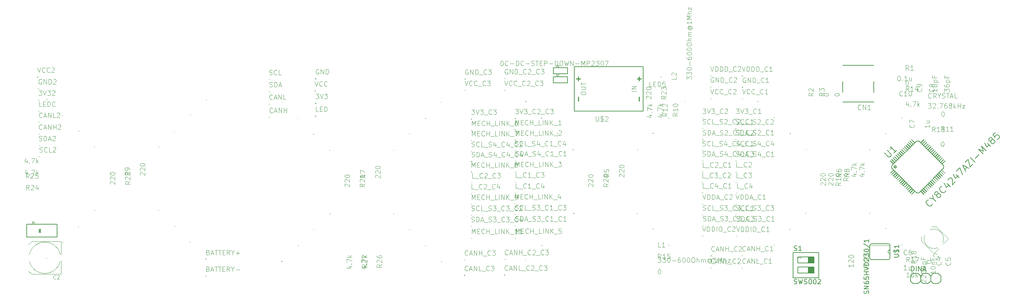
<source format=gbr>
G04 #@! TF.FileFunction,Legend,Top*
%FSLAX46Y46*%
G04 Gerber Fmt 4.6, Leading zero omitted, Abs format (unit mm)*
G04 Created by KiCad (PCBNEW 4.0.6) date 05/08/17 07:22:45*
%MOMM*%
%LPD*%
G01*
G04 APERTURE LIST*
%ADD10C,0.100000*%
%ADD11C,0.127000*%
%ADD12C,0.152400*%
%ADD13C,0.050800*%
%ADD14C,0.203200*%
%ADD15C,0.254000*%
%ADD16C,0.101600*%
%ADD17C,0.142240*%
%ADD18C,0.002032*%
%ADD19C,0.081280*%
%ADD20C,0.032512*%
G04 APERTURE END LIST*
D10*
D11*
X245540300Y-86728300D02*
X237740300Y-86728300D01*
X245540300Y-77528300D02*
X237740300Y-77528300D01*
X245540300Y-81528300D02*
X245540300Y-84228300D01*
X237740300Y-84228300D02*
X237740300Y-81528300D01*
X244840300Y-86728300D02*
X243740300Y-86728300D01*
X239540300Y-86728300D02*
X238440300Y-86728300D01*
D12*
X255407100Y-129829500D02*
X256677100Y-129829500D01*
X256677100Y-129829500D02*
X257312100Y-130464500D01*
X257312100Y-130464500D02*
X257312100Y-131734500D01*
X257312100Y-131734500D02*
X256677100Y-132369500D01*
X257312100Y-130464500D02*
X257947100Y-129829500D01*
X257947100Y-129829500D02*
X259217100Y-129829500D01*
X259217100Y-129829500D02*
X259852100Y-130464500D01*
X259852100Y-130464500D02*
X259852100Y-131734500D01*
X259852100Y-131734500D02*
X259217100Y-132369500D01*
X259217100Y-132369500D02*
X257947100Y-132369500D01*
X257947100Y-132369500D02*
X257312100Y-131734500D01*
X254772100Y-130464500D02*
X254772100Y-131734500D01*
X255407100Y-129829500D02*
X254772100Y-130464500D01*
X254772100Y-131734500D02*
X255407100Y-132369500D01*
X256677100Y-132369500D02*
X255407100Y-132369500D01*
X259852100Y-130464500D02*
X260487100Y-129829500D01*
X260487100Y-129829500D02*
X261757100Y-129829500D01*
X261757100Y-129829500D02*
X262392100Y-130464500D01*
X262392100Y-130464500D02*
X262392100Y-131734500D01*
X262392100Y-131734500D02*
X261757100Y-132369500D01*
X261757100Y-132369500D02*
X260487100Y-132369500D01*
X260487100Y-132369500D02*
X259852100Y-131734500D01*
D10*
G36*
X192211900Y-80526500D02*
X192211900Y-80326500D01*
X192011900Y-80326500D01*
X192011900Y-80526500D01*
X192211900Y-80526500D01*
G37*
D12*
X244942300Y-126298900D02*
X249260300Y-126298900D01*
X244561300Y-122768300D02*
G75*
G02X244942300Y-122387300I381000J0D01*
G01*
X249260300Y-126298900D02*
G75*
G03X249641300Y-125917900I0J381000D01*
G01*
X244561300Y-125917900D02*
G75*
G03X244942300Y-126298900I381000J0D01*
G01*
X249260300Y-122387300D02*
G75*
G02X249641300Y-122768300I0J-381000D01*
G01*
X249260300Y-122387300D02*
X244942300Y-122387300D01*
X244561300Y-122768300D02*
X244561300Y-125917900D01*
X249641300Y-125917900D02*
X249641300Y-122768300D01*
X249641300Y-123835100D02*
G75*
G03X249641300Y-124851100I0J-508000D01*
G01*
D13*
X249641300Y-122742900D02*
X244561300Y-122742900D01*
D14*
X250070118Y-103315343D02*
X250070118Y-102749657D01*
X250070118Y-102749657D02*
X256292657Y-96527118D01*
X256292657Y-96527118D02*
X256858343Y-96527118D01*
X256858343Y-96527118D02*
X263080882Y-102749657D01*
X263080882Y-102749657D02*
X263080882Y-103315343D01*
X263080882Y-103315343D02*
X256858343Y-109537882D01*
X256858343Y-109537882D02*
X256292657Y-109537882D01*
X256292657Y-109537882D02*
X250070118Y-103315343D01*
D15*
X251201346Y-103032500D02*
G75*
G03X251201346Y-103032500I-282700J0D01*
G01*
D10*
G36*
X249751920Y-104694201D02*
X250600448Y-103845673D01*
X250459026Y-103704251D01*
X249610498Y-104552780D01*
X249751920Y-104694201D01*
G37*
G36*
X250105473Y-105047754D02*
X250954001Y-104199226D01*
X250812580Y-104057805D01*
X249964052Y-104906333D01*
X250105473Y-105047754D01*
G37*
G36*
X250459026Y-105401308D02*
X251307554Y-104552780D01*
X251166133Y-104411358D01*
X250317605Y-105259886D01*
X250459026Y-105401308D01*
G37*
G36*
X250812580Y-105754861D02*
X251661108Y-104906333D01*
X251519687Y-104764912D01*
X250671158Y-105613440D01*
X250812580Y-105754861D01*
G37*
G36*
X251166133Y-106108414D02*
X252014661Y-105259886D01*
X251873240Y-105118465D01*
X251024712Y-105966993D01*
X251166133Y-106108414D01*
G37*
G36*
X251519687Y-106461968D02*
X252368215Y-105613440D01*
X252226793Y-105472018D01*
X251378265Y-106320547D01*
X251519687Y-106461968D01*
G37*
G36*
X251873240Y-106815521D02*
X252721768Y-105966993D01*
X252580347Y-105825572D01*
X251731819Y-106674100D01*
X251873240Y-106815521D01*
G37*
G36*
X252226793Y-107169075D02*
X253075321Y-106320547D01*
X252933900Y-106179125D01*
X252085372Y-107027653D01*
X252226793Y-107169075D01*
G37*
G36*
X252580347Y-107522628D02*
X253428875Y-106674100D01*
X253287453Y-106532679D01*
X252438925Y-107381207D01*
X252580347Y-107522628D01*
G37*
G36*
X252933900Y-107876181D02*
X253782428Y-107027653D01*
X253641007Y-106886232D01*
X252792479Y-107734760D01*
X252933900Y-107876181D01*
G37*
G36*
X253287453Y-108229735D02*
X254135982Y-107381207D01*
X253994560Y-107239785D01*
X253146032Y-108088313D01*
X253287453Y-108229735D01*
G37*
G36*
X253641007Y-108583288D02*
X254489535Y-107734760D01*
X254348114Y-107593339D01*
X253499586Y-108441867D01*
X253641007Y-108583288D01*
G37*
G36*
X253994560Y-108936842D02*
X254843088Y-108088313D01*
X254701667Y-107946892D01*
X253853139Y-108795420D01*
X253994560Y-108936842D01*
G37*
G36*
X254348114Y-109290395D02*
X255196642Y-108441867D01*
X255055220Y-108300446D01*
X254206692Y-109148974D01*
X254348114Y-109290395D01*
G37*
G36*
X254701667Y-109643948D02*
X255550195Y-108795420D01*
X255408774Y-108653999D01*
X254560246Y-109502527D01*
X254701667Y-109643948D01*
G37*
G36*
X255055220Y-109997502D02*
X255903749Y-109148974D01*
X255762327Y-109007552D01*
X254913799Y-109856080D01*
X255055220Y-109997502D01*
G37*
G36*
X258095780Y-109997502D02*
X258237201Y-109856080D01*
X257388673Y-109007552D01*
X257247251Y-109148974D01*
X258095780Y-109997502D01*
G37*
G36*
X258449333Y-109643948D02*
X258590754Y-109502527D01*
X257742226Y-108653999D01*
X257600805Y-108795420D01*
X258449333Y-109643948D01*
G37*
G36*
X258802886Y-109290395D02*
X258944308Y-109148974D01*
X258095780Y-108300446D01*
X257954358Y-108441867D01*
X258802886Y-109290395D01*
G37*
G36*
X259156440Y-108936842D02*
X259297861Y-108795420D01*
X258449333Y-107946892D01*
X258307912Y-108088313D01*
X259156440Y-108936842D01*
G37*
G36*
X259509993Y-108583288D02*
X259651414Y-108441867D01*
X258802886Y-107593339D01*
X258661465Y-107734760D01*
X259509993Y-108583288D01*
G37*
G36*
X259863547Y-108229735D02*
X260004968Y-108088313D01*
X259156440Y-107239785D01*
X259015018Y-107381207D01*
X259863547Y-108229735D01*
G37*
G36*
X260217100Y-107876181D02*
X260358521Y-107734760D01*
X259509993Y-106886232D01*
X259368572Y-107027653D01*
X260217100Y-107876181D01*
G37*
G36*
X260570653Y-107522628D02*
X260712075Y-107381207D01*
X259863547Y-106532679D01*
X259722125Y-106674100D01*
X260570653Y-107522628D01*
G37*
G36*
X260924207Y-107169075D02*
X261065628Y-107027653D01*
X260217100Y-106179125D01*
X260075679Y-106320547D01*
X260924207Y-107169075D01*
G37*
G36*
X261277760Y-106815521D02*
X261419181Y-106674100D01*
X260570653Y-105825572D01*
X260429232Y-105966993D01*
X261277760Y-106815521D01*
G37*
G36*
X261631313Y-106461968D02*
X261772735Y-106320547D01*
X260924207Y-105472018D01*
X260782785Y-105613440D01*
X261631313Y-106461968D01*
G37*
G36*
X261984867Y-106108414D02*
X262126288Y-105966993D01*
X261277760Y-105118465D01*
X261136339Y-105259886D01*
X261984867Y-106108414D01*
G37*
G36*
X262338420Y-105754861D02*
X262479842Y-105613440D01*
X261631313Y-104764912D01*
X261489892Y-104906333D01*
X262338420Y-105754861D01*
G37*
G36*
X262691974Y-105401308D02*
X262833395Y-105259886D01*
X261984867Y-104411358D01*
X261843446Y-104552780D01*
X262691974Y-105401308D01*
G37*
G36*
X263045527Y-105047754D02*
X263186948Y-104906333D01*
X262338420Y-104057805D01*
X262196999Y-104199226D01*
X263045527Y-105047754D01*
G37*
G36*
X263399080Y-104694201D02*
X263540502Y-104552780D01*
X262691974Y-103704251D01*
X262550552Y-103845673D01*
X263399080Y-104694201D01*
G37*
G36*
X262691974Y-102360749D02*
X263540502Y-101512220D01*
X263399080Y-101370799D01*
X262550552Y-102219327D01*
X262691974Y-102360749D01*
G37*
G36*
X262338420Y-102007195D02*
X263186948Y-101158667D01*
X263045527Y-101017246D01*
X262196999Y-101865774D01*
X262338420Y-102007195D01*
G37*
G36*
X261984867Y-101653642D02*
X262833395Y-100805114D01*
X262691974Y-100663692D01*
X261843446Y-101512220D01*
X261984867Y-101653642D01*
G37*
G36*
X261631313Y-101300088D02*
X262479842Y-100451560D01*
X262338420Y-100310139D01*
X261489892Y-101158667D01*
X261631313Y-101300088D01*
G37*
G36*
X261277760Y-100946535D02*
X262126288Y-100098007D01*
X261984867Y-99956586D01*
X261136339Y-100805114D01*
X261277760Y-100946535D01*
G37*
G36*
X260924207Y-100592982D02*
X261772735Y-99744453D01*
X261631313Y-99603032D01*
X260782785Y-100451560D01*
X260924207Y-100592982D01*
G37*
G36*
X260570653Y-100239428D02*
X261419181Y-99390900D01*
X261277760Y-99249479D01*
X260429232Y-100098007D01*
X260570653Y-100239428D01*
G37*
G36*
X260217100Y-99885875D02*
X261065628Y-99037347D01*
X260924207Y-98895925D01*
X260075679Y-99744453D01*
X260217100Y-99885875D01*
G37*
G36*
X259863547Y-99532321D02*
X260712075Y-98683793D01*
X260570653Y-98542372D01*
X259722125Y-99390900D01*
X259863547Y-99532321D01*
G37*
G36*
X259509993Y-99178768D02*
X260358521Y-98330240D01*
X260217100Y-98188819D01*
X259368572Y-99037347D01*
X259509993Y-99178768D01*
G37*
G36*
X259156440Y-98825215D02*
X260004968Y-97976687D01*
X259863547Y-97835265D01*
X259015018Y-98683793D01*
X259156440Y-98825215D01*
G37*
G36*
X258802886Y-98471661D02*
X259651414Y-97623133D01*
X259509993Y-97481712D01*
X258661465Y-98330240D01*
X258802886Y-98471661D01*
G37*
G36*
X258449333Y-98118108D02*
X259297861Y-97269580D01*
X259156440Y-97128158D01*
X258307912Y-97976687D01*
X258449333Y-98118108D01*
G37*
G36*
X258095780Y-97764554D02*
X258944308Y-96916026D01*
X258802886Y-96774605D01*
X257954358Y-97623133D01*
X258095780Y-97764554D01*
G37*
G36*
X257742226Y-97411001D02*
X258590754Y-96562473D01*
X258449333Y-96421052D01*
X257600805Y-97269580D01*
X257742226Y-97411001D01*
G37*
G36*
X257388673Y-97057448D02*
X258237201Y-96208920D01*
X258095780Y-96067498D01*
X257247251Y-96916026D01*
X257388673Y-97057448D01*
G37*
G36*
X255762327Y-97057448D02*
X255903749Y-96916026D01*
X255055220Y-96067498D01*
X254913799Y-96208920D01*
X255762327Y-97057448D01*
G37*
G36*
X255408774Y-97411001D02*
X255550195Y-97269580D01*
X254701667Y-96421052D01*
X254560246Y-96562473D01*
X255408774Y-97411001D01*
G37*
G36*
X255055220Y-97764554D02*
X255196642Y-97623133D01*
X254348114Y-96774605D01*
X254206692Y-96916026D01*
X255055220Y-97764554D01*
G37*
G36*
X254701667Y-98118108D02*
X254843088Y-97976687D01*
X253994560Y-97128158D01*
X253853139Y-97269580D01*
X254701667Y-98118108D01*
G37*
G36*
X254348114Y-98471661D02*
X254489535Y-98330240D01*
X253641007Y-97481712D01*
X253499586Y-97623133D01*
X254348114Y-98471661D01*
G37*
G36*
X253994560Y-98825215D02*
X254135982Y-98683793D01*
X253287453Y-97835265D01*
X253146032Y-97976687D01*
X253994560Y-98825215D01*
G37*
G36*
X253641007Y-99178768D02*
X253782428Y-99037347D01*
X252933900Y-98188819D01*
X252792479Y-98330240D01*
X253641007Y-99178768D01*
G37*
G36*
X253287453Y-99532321D02*
X253428875Y-99390900D01*
X252580347Y-98542372D01*
X252438925Y-98683793D01*
X253287453Y-99532321D01*
G37*
G36*
X252933900Y-99885875D02*
X253075321Y-99744453D01*
X252226793Y-98895925D01*
X252085372Y-99037347D01*
X252933900Y-99885875D01*
G37*
G36*
X252580347Y-100239428D02*
X252721768Y-100098007D01*
X251873240Y-99249479D01*
X251731819Y-99390900D01*
X252580347Y-100239428D01*
G37*
G36*
X252226793Y-100592982D02*
X252368215Y-100451560D01*
X251519687Y-99603032D01*
X251378265Y-99744453D01*
X252226793Y-100592982D01*
G37*
G36*
X251873240Y-100946535D02*
X252014661Y-100805114D01*
X251166133Y-99956586D01*
X251024712Y-100098007D01*
X251873240Y-100946535D01*
G37*
G36*
X251519687Y-101300088D02*
X251661108Y-101158667D01*
X250812580Y-100310139D01*
X250671158Y-100451560D01*
X251519687Y-101300088D01*
G37*
G36*
X251166133Y-101653642D02*
X251307554Y-101512220D01*
X250459026Y-100663692D01*
X250317605Y-100805114D01*
X251166133Y-101653642D01*
G37*
G36*
X250812580Y-102007195D02*
X250954001Y-101865774D01*
X250105473Y-101017246D01*
X249964052Y-101158667D01*
X250812580Y-102007195D01*
G37*
G36*
X250459026Y-102360749D02*
X250600448Y-102219327D01*
X249751920Y-101370799D01*
X249610498Y-101512220D01*
X250459026Y-102360749D01*
G37*
D12*
X225345500Y-124520900D02*
X225345500Y-130870900D01*
X231746300Y-130870900D02*
X225345500Y-130870900D01*
X231746300Y-130870900D02*
X231746300Y-124520900D01*
X225345500Y-124520900D02*
X231746300Y-124520900D01*
X230577900Y-125663900D02*
X230577900Y-127187900D01*
X226513900Y-127187900D02*
X226513900Y-125663900D01*
X230577900Y-127187900D02*
X226513900Y-127187900D01*
X226513900Y-125663900D02*
X230577900Y-125663900D01*
X230577900Y-128203900D02*
X230577900Y-129727900D01*
X226513900Y-129727900D02*
X226513900Y-128203900D01*
X230577900Y-129727900D02*
X226513900Y-129727900D01*
X226513900Y-128203900D02*
X230577900Y-128203900D01*
D10*
G36*
X229053900Y-125663900D02*
X229053900Y-127187900D01*
X230577900Y-127187900D01*
X230577900Y-125663900D01*
X229053900Y-125663900D01*
G37*
G36*
X229053900Y-128203900D02*
X229053900Y-129727900D01*
X230577900Y-129727900D01*
X230577900Y-128203900D01*
X229053900Y-128203900D01*
G37*
D16*
X258365035Y-120146628D02*
G75*
G03X261635405Y-123346286I2249519J-971918D01*
G01*
X261953603Y-123452352D02*
X260610100Y-124795855D01*
X260610100Y-124795855D02*
X257498830Y-121684585D01*
X257498830Y-121684585D02*
X257498830Y-120553215D01*
X260044415Y-118007630D02*
X261175785Y-118007630D01*
X261175785Y-118007630D02*
X264287055Y-121118900D01*
X264287055Y-121118900D02*
X262943552Y-122462403D01*
X262855165Y-122091172D02*
G75*
G03X259584795Y-118891514I-2249519J971918D01*
G01*
D11*
X187768100Y-88980900D02*
X170496100Y-88980900D01*
X170496100Y-88980900D02*
X170496100Y-77804900D01*
X170496100Y-77804900D02*
X187768100Y-77804900D01*
X187768100Y-77804900D02*
X187768100Y-88980900D01*
D15*
X186752100Y-85424900D02*
X186752100Y-86440900D01*
X186752100Y-81360900D02*
X186752100Y-80344900D01*
X187260100Y-80852900D02*
X186244100Y-80852900D01*
X171512100Y-81360900D02*
X171512100Y-80344900D01*
X172020100Y-80852900D02*
X171004100Y-80852900D01*
X171512100Y-85424900D02*
X171512100Y-86440900D01*
D16*
X33828100Y-126757898D02*
G75*
G03X41528100Y-126757900I3850000J872599D01*
G01*
X41778100Y-126707900D02*
X41778100Y-129982900D01*
X41778100Y-129982900D02*
X34378100Y-129982900D01*
X34378100Y-129982900D02*
X33578100Y-129182900D01*
X33578100Y-122582900D02*
X34378100Y-121782900D01*
X34378100Y-121782900D02*
X41778100Y-121782900D01*
X41778100Y-121782900D02*
X41778100Y-125032900D01*
X41528100Y-125007902D02*
G75*
G03X33828100Y-125007900I-3850000J-872599D01*
G01*
D11*
X33143100Y-120475900D02*
X33143100Y-120227900D01*
X33143100Y-120227900D02*
X33143100Y-117481900D01*
X33143100Y-117481900D02*
X40748100Y-117481900D01*
X40748100Y-117481900D02*
X40748100Y-117687900D01*
X40748100Y-117687900D02*
X40748100Y-117745400D01*
X40748100Y-117687900D02*
X40748100Y-120681900D01*
X40748100Y-120681900D02*
X33143100Y-120681900D01*
X33143100Y-120681900D02*
X33143100Y-120227900D01*
X36614600Y-119526400D02*
X36614600Y-118637400D01*
X36614600Y-118637400D02*
X36233600Y-119081900D01*
X36233600Y-119081900D02*
X36614600Y-119526400D01*
X36233600Y-119526400D02*
X36233600Y-118637400D01*
X165182100Y-80392900D02*
X168738100Y-80392900D01*
X168738100Y-80392900D02*
X168738100Y-81916900D01*
X168738100Y-81916900D02*
X165182100Y-81916900D01*
X165182100Y-81916900D02*
X165182100Y-80392900D01*
X165214100Y-78117900D02*
X168770100Y-78117900D01*
X168770100Y-78117900D02*
X168770100Y-79641900D01*
X168770100Y-79641900D02*
X165214100Y-79641900D01*
X165214100Y-79641900D02*
X165214100Y-78117900D01*
D16*
X262308643Y-126966558D02*
X262366095Y-127024010D01*
X262423548Y-127196367D01*
X262423548Y-127311272D01*
X262366095Y-127483629D01*
X262251190Y-127598534D01*
X262136286Y-127655986D01*
X261906476Y-127713438D01*
X261734119Y-127713438D01*
X261504310Y-127655986D01*
X261389405Y-127598534D01*
X261274500Y-127483629D01*
X261217048Y-127311272D01*
X261217048Y-127196367D01*
X261274500Y-127024010D01*
X261331952Y-126966558D01*
X261619214Y-125932415D02*
X262423548Y-125932415D01*
X261159595Y-126219677D02*
X262021381Y-126506938D01*
X262021381Y-125760058D01*
X257521952Y-132079820D02*
X257464500Y-132022368D01*
X257407048Y-131907463D01*
X257407048Y-131620201D01*
X257464500Y-131505297D01*
X257521952Y-131447844D01*
X257636857Y-131390392D01*
X257751762Y-131390392D01*
X257924119Y-131447844D01*
X258613548Y-132137273D01*
X258613548Y-131390392D01*
X257521952Y-130930772D02*
X257464500Y-130873320D01*
X257407048Y-130758415D01*
X257407048Y-130471153D01*
X257464500Y-130356249D01*
X257521952Y-130298796D01*
X257636857Y-130241344D01*
X257751762Y-130241344D01*
X257924119Y-130298796D01*
X258613548Y-130988225D01*
X258613548Y-130241344D01*
X257407048Y-129494463D02*
X257407048Y-129379558D01*
X257464500Y-129264653D01*
X257521952Y-129207201D01*
X257636857Y-129149748D01*
X257866667Y-129092296D01*
X258153929Y-129092296D01*
X258383738Y-129149748D01*
X258498643Y-129207201D01*
X258556095Y-129264653D01*
X258613548Y-129379558D01*
X258613548Y-129494463D01*
X258556095Y-129609367D01*
X258498643Y-129666820D01*
X258383738Y-129724272D01*
X258153929Y-129781724D01*
X257866667Y-129781724D01*
X257636857Y-129724272D01*
X257521952Y-129666820D01*
X257464500Y-129609367D01*
X257407048Y-129494463D01*
X257407048Y-128345415D02*
X257407048Y-128230510D01*
X257464500Y-128115605D01*
X257521952Y-128058153D01*
X257636857Y-128000700D01*
X257866667Y-127943248D01*
X258153929Y-127943248D01*
X258383738Y-128000700D01*
X258498643Y-128058153D01*
X258556095Y-128115605D01*
X258613548Y-128230510D01*
X258613548Y-128345415D01*
X258556095Y-128460319D01*
X258498643Y-128517772D01*
X258383738Y-128575224D01*
X258153929Y-128632676D01*
X257866667Y-128632676D01*
X257636857Y-128575224D01*
X257521952Y-128517772D01*
X257464500Y-128460319D01*
X257407048Y-128345415D01*
X257809214Y-127426176D02*
X259015714Y-127426176D01*
X257866667Y-127426176D02*
X257809214Y-127311271D01*
X257809214Y-127081462D01*
X257866667Y-126966557D01*
X257924119Y-126909105D01*
X258039024Y-126851652D01*
X258383738Y-126851652D01*
X258498643Y-126909105D01*
X258556095Y-126966557D01*
X258613548Y-127081462D01*
X258613548Y-127311271D01*
X258556095Y-127426176D01*
X257981571Y-125932414D02*
X257981571Y-126334581D01*
X258613548Y-126334581D02*
X257407048Y-126334581D01*
X257407048Y-125760057D01*
X264696243Y-127017358D02*
X264753695Y-127074810D01*
X264811148Y-127247167D01*
X264811148Y-127362072D01*
X264753695Y-127534429D01*
X264638790Y-127649334D01*
X264523886Y-127706786D01*
X264294076Y-127764238D01*
X264121719Y-127764238D01*
X263891910Y-127706786D01*
X263777005Y-127649334D01*
X263662100Y-127534429D01*
X263604648Y-127362072D01*
X263604648Y-127247167D01*
X263662100Y-127074810D01*
X263719552Y-127017358D01*
X263604648Y-125925762D02*
X263604648Y-126500286D01*
X264179171Y-126557738D01*
X264121719Y-126500286D01*
X264064267Y-126385381D01*
X264064267Y-126098119D01*
X264121719Y-125983215D01*
X264179171Y-125925762D01*
X264294076Y-125868310D01*
X264581338Y-125868310D01*
X264696243Y-125925762D01*
X264753695Y-125983215D01*
X264811148Y-126098119D01*
X264811148Y-126385381D01*
X264753695Y-126500286D01*
X264696243Y-126557738D01*
X261001148Y-129143096D02*
X261001148Y-129832524D01*
X261001148Y-129487810D02*
X259794648Y-129487810D01*
X259967005Y-129602715D01*
X260081910Y-129717620D01*
X260139362Y-129832524D01*
X259794648Y-128396215D02*
X259794648Y-128281310D01*
X259852100Y-128166405D01*
X259909552Y-128108953D01*
X260024457Y-128051500D01*
X260254267Y-127994048D01*
X260541529Y-127994048D01*
X260771338Y-128051500D01*
X260886243Y-128108953D01*
X260943695Y-128166405D01*
X261001148Y-128281310D01*
X261001148Y-128396215D01*
X260943695Y-128511119D01*
X260886243Y-128568572D01*
X260771338Y-128626024D01*
X260541529Y-128683476D01*
X260254267Y-128683476D01*
X260024457Y-128626024D01*
X259909552Y-128568572D01*
X259852100Y-128511119D01*
X259794648Y-128396215D01*
X260196814Y-127476976D02*
X261001148Y-127476976D01*
X260311719Y-127476976D02*
X260254267Y-127419524D01*
X260196814Y-127304619D01*
X260196814Y-127132262D01*
X260254267Y-127017357D01*
X260369171Y-126959905D01*
X261001148Y-126959905D01*
X260369171Y-125983214D02*
X260369171Y-126385381D01*
X261001148Y-126385381D02*
X259794648Y-126385381D01*
X259794648Y-125810857D01*
X253869190Y-125008943D02*
X253811738Y-125066395D01*
X253639381Y-125123848D01*
X253524476Y-125123848D01*
X253352119Y-125066395D01*
X253237214Y-124951490D01*
X253179762Y-124836586D01*
X253122310Y-124606776D01*
X253122310Y-124434419D01*
X253179762Y-124204610D01*
X253237214Y-124089705D01*
X253352119Y-123974800D01*
X253524476Y-123917348D01*
X253639381Y-123917348D01*
X253811738Y-123974800D01*
X253869190Y-124032252D01*
X254903333Y-123917348D02*
X254673524Y-123917348D01*
X254558619Y-123974800D01*
X254501167Y-124032252D01*
X254386262Y-124204610D01*
X254328810Y-124434419D01*
X254328810Y-124894038D01*
X254386262Y-125008943D01*
X254443714Y-125066395D01*
X254558619Y-125123848D01*
X254788429Y-125123848D01*
X254903333Y-125066395D01*
X254960786Y-125008943D01*
X255018238Y-124894038D01*
X255018238Y-124606776D01*
X254960786Y-124491871D01*
X254903333Y-124434419D01*
X254788429Y-124376967D01*
X254558619Y-124376967D01*
X254443714Y-124434419D01*
X254386262Y-124491871D01*
X254328810Y-124606776D01*
X253811738Y-128933848D02*
X253122310Y-128933848D01*
X253467024Y-128933848D02*
X253467024Y-127727348D01*
X253352119Y-127899705D01*
X253237214Y-128014610D01*
X253122310Y-128072062D01*
X254845881Y-128129514D02*
X254845881Y-128933848D01*
X254328810Y-128129514D02*
X254328810Y-128761490D01*
X254386262Y-128876395D01*
X254501167Y-128933848D01*
X254673524Y-128933848D01*
X254788429Y-128876395D01*
X254845881Y-128818943D01*
X242307490Y-88512443D02*
X242250038Y-88569895D01*
X242077681Y-88627348D01*
X241962776Y-88627348D01*
X241790419Y-88569895D01*
X241675514Y-88454990D01*
X241618062Y-88340086D01*
X241560610Y-88110276D01*
X241560610Y-87937919D01*
X241618062Y-87708110D01*
X241675514Y-87593205D01*
X241790419Y-87478300D01*
X241962776Y-87420848D01*
X242077681Y-87420848D01*
X242250038Y-87478300D01*
X242307490Y-87535752D01*
X242824562Y-88627348D02*
X242824562Y-87420848D01*
X243513990Y-88627348D01*
X243513990Y-87420848D01*
X244720490Y-88627348D02*
X244031062Y-88627348D01*
X244375776Y-88627348D02*
X244375776Y-87420848D01*
X244260871Y-87593205D01*
X244145966Y-87708110D01*
X244031062Y-87765562D01*
D11*
X254983162Y-129213248D02*
X254983162Y-128006748D01*
X255270424Y-128006748D01*
X255442781Y-128064200D01*
X255557686Y-128179105D01*
X255615138Y-128294010D01*
X255672590Y-128523819D01*
X255672590Y-128696176D01*
X255615138Y-128925986D01*
X255557686Y-129040890D01*
X255442781Y-129155795D01*
X255270424Y-129213248D01*
X254983162Y-129213248D01*
X256189662Y-129213248D02*
X256189662Y-128006748D01*
X256764186Y-129213248D02*
X256764186Y-128006748D01*
X257453614Y-129213248D01*
X257453614Y-128006748D01*
X257970686Y-128868533D02*
X258545209Y-128868533D01*
X257855781Y-129213248D02*
X258257947Y-128006748D01*
X258660114Y-129213248D01*
D16*
X189919853Y-82845548D02*
X189345329Y-82845548D01*
X189345329Y-81639048D01*
X190322019Y-82213571D02*
X190724186Y-82213571D01*
X190896543Y-82845548D02*
X190322019Y-82845548D01*
X190322019Y-81639048D01*
X190896543Y-81639048D01*
X191413614Y-82845548D02*
X191413614Y-81639048D01*
X191700876Y-81639048D01*
X191873233Y-81696500D01*
X191988138Y-81811405D01*
X192045590Y-81926310D01*
X192103042Y-82156119D01*
X192103042Y-82328476D01*
X192045590Y-82558286D01*
X191988138Y-82673190D01*
X191873233Y-82788095D01*
X191700876Y-82845548D01*
X191413614Y-82845548D01*
X193194638Y-81639048D02*
X192620114Y-81639048D01*
X192562662Y-82213571D01*
X192620114Y-82156119D01*
X192735019Y-82098667D01*
X193022281Y-82098667D01*
X193137185Y-82156119D01*
X193194638Y-82213571D01*
X193252090Y-82328476D01*
X193252090Y-82615738D01*
X193194638Y-82730643D01*
X193137185Y-82788095D01*
X193022281Y-82845548D01*
X192735019Y-82845548D01*
X192620114Y-82788095D01*
X192562662Y-82730643D01*
X254326390Y-78718048D02*
X253924224Y-78143524D01*
X253636962Y-78718048D02*
X253636962Y-77511548D01*
X254096581Y-77511548D01*
X254211486Y-77569000D01*
X254268938Y-77626452D01*
X254326390Y-77741357D01*
X254326390Y-77913714D01*
X254268938Y-78028619D01*
X254211486Y-78086071D01*
X254096581Y-78143524D01*
X253636962Y-78143524D01*
X255475438Y-78718048D02*
X254786010Y-78718048D01*
X255130724Y-78718048D02*
X255130724Y-77511548D01*
X255015819Y-77683905D01*
X254900914Y-77798810D01*
X254786010Y-77856262D01*
X253866771Y-81321548D02*
X253981676Y-81321548D01*
X254096581Y-81379000D01*
X254154033Y-81436452D01*
X254211486Y-81551357D01*
X254268938Y-81781167D01*
X254268938Y-82068429D01*
X254211486Y-82298238D01*
X254154033Y-82413143D01*
X254096581Y-82470595D01*
X253981676Y-82528048D01*
X253866771Y-82528048D01*
X253751867Y-82470595D01*
X253694414Y-82413143D01*
X253636962Y-82298238D01*
X253579510Y-82068429D01*
X253579510Y-81781167D01*
X253636962Y-81551357D01*
X253694414Y-81436452D01*
X253751867Y-81379000D01*
X253866771Y-81321548D01*
X244246148Y-127487606D02*
X243671624Y-127889772D01*
X244246148Y-128177034D02*
X243039648Y-128177034D01*
X243039648Y-127717415D01*
X243097100Y-127602510D01*
X243154552Y-127545058D01*
X243269457Y-127487606D01*
X243441814Y-127487606D01*
X243556719Y-127545058D01*
X243614171Y-127602510D01*
X243671624Y-127717415D01*
X243671624Y-128177034D01*
X244246148Y-126338558D02*
X244246148Y-127027986D01*
X244246148Y-126683272D02*
X243039648Y-126683272D01*
X243212005Y-126798177D01*
X243326910Y-126913082D01*
X243384362Y-127027986D01*
X243039648Y-125304415D02*
X243039648Y-125534224D01*
X243097100Y-125649129D01*
X243154552Y-125706581D01*
X243326910Y-125821486D01*
X243556719Y-125878938D01*
X244016338Y-125878938D01*
X244131243Y-125821486D01*
X244188695Y-125764034D01*
X244246148Y-125649129D01*
X244246148Y-125419319D01*
X244188695Y-125304415D01*
X244131243Y-125246962D01*
X244016338Y-125189510D01*
X243729076Y-125189510D01*
X243614171Y-125246962D01*
X243556719Y-125304415D01*
X243499267Y-125419319D01*
X243499267Y-125649129D01*
X243556719Y-125764034D01*
X243614171Y-125821486D01*
X243729076Y-125878938D01*
X240436148Y-127487606D02*
X240436148Y-128177034D01*
X240436148Y-127832320D02*
X239229648Y-127832320D01*
X239402005Y-127947225D01*
X239516910Y-128062130D01*
X239574362Y-128177034D01*
X239344552Y-127027986D02*
X239287100Y-126970534D01*
X239229648Y-126855629D01*
X239229648Y-126568367D01*
X239287100Y-126453463D01*
X239344552Y-126396010D01*
X239459457Y-126338558D01*
X239574362Y-126338558D01*
X239746719Y-126396010D01*
X240436148Y-127085439D01*
X240436148Y-126338558D01*
X239229648Y-125591677D02*
X239229648Y-125476772D01*
X239287100Y-125361867D01*
X239344552Y-125304415D01*
X239459457Y-125246962D01*
X239689267Y-125189510D01*
X239976529Y-125189510D01*
X240206338Y-125246962D01*
X240321243Y-125304415D01*
X240378695Y-125361867D01*
X240436148Y-125476772D01*
X240436148Y-125591677D01*
X240378695Y-125706581D01*
X240321243Y-125764034D01*
X240206338Y-125821486D01*
X239976529Y-125878938D01*
X239689267Y-125878938D01*
X239459457Y-125821486D01*
X239344552Y-125764034D01*
X239287100Y-125706581D01*
X239229648Y-125591677D01*
X254478790Y-126927248D02*
X254076624Y-126352724D01*
X253789362Y-126927248D02*
X253789362Y-125720748D01*
X254248981Y-125720748D01*
X254363886Y-125778200D01*
X254421338Y-125835652D01*
X254478790Y-125950557D01*
X254478790Y-126122914D01*
X254421338Y-126237819D01*
X254363886Y-126295271D01*
X254248981Y-126352724D01*
X253789362Y-126352724D01*
X255627838Y-126927248D02*
X254938410Y-126927248D01*
X255283124Y-126927248D02*
X255283124Y-125720748D01*
X255168219Y-125893105D01*
X255053314Y-126008010D01*
X254938410Y-126065462D01*
X256030005Y-125720748D02*
X256834338Y-125720748D01*
X256317267Y-126927248D01*
X254421338Y-130737248D02*
X253731910Y-130737248D01*
X254076624Y-130737248D02*
X254076624Y-129530748D01*
X253961719Y-129703105D01*
X253846814Y-129818010D01*
X253731910Y-129875462D01*
X255168219Y-129530748D02*
X255283124Y-129530748D01*
X255398029Y-129588200D01*
X255455481Y-129645652D01*
X255512934Y-129760557D01*
X255570386Y-129990367D01*
X255570386Y-130277629D01*
X255512934Y-130507438D01*
X255455481Y-130622343D01*
X255398029Y-130679795D01*
X255283124Y-130737248D01*
X255168219Y-130737248D01*
X255053315Y-130679795D01*
X254995862Y-130622343D01*
X254938410Y-130507438D01*
X254880958Y-130277629D01*
X254880958Y-129990367D01*
X254938410Y-129760557D01*
X254995862Y-129645652D01*
X255053315Y-129588200D01*
X255168219Y-129530748D01*
X256087458Y-130737248D02*
X256087458Y-129530748D01*
X256202363Y-130277629D02*
X256547077Y-130737248D01*
X256547077Y-129932914D02*
X256087458Y-130392533D01*
X256162448Y-126490610D02*
X255587924Y-126892776D01*
X256162448Y-127180038D02*
X254955948Y-127180038D01*
X254955948Y-126720419D01*
X255013400Y-126605514D01*
X255070852Y-126548062D01*
X255185757Y-126490610D01*
X255358114Y-126490610D01*
X255473019Y-126548062D01*
X255530471Y-126605514D01*
X255587924Y-126720419D01*
X255587924Y-127180038D01*
X256162448Y-125341562D02*
X256162448Y-126030990D01*
X256162448Y-125686276D02*
X254955948Y-125686276D01*
X255128305Y-125801181D01*
X255243210Y-125916086D01*
X255300662Y-126030990D01*
X255473019Y-124652133D02*
X255415567Y-124767038D01*
X255358114Y-124824490D01*
X255243210Y-124881942D01*
X255185757Y-124881942D01*
X255070852Y-124824490D01*
X255013400Y-124767038D01*
X254955948Y-124652133D01*
X254955948Y-124422323D01*
X255013400Y-124307419D01*
X255070852Y-124249966D01*
X255185757Y-124192514D01*
X255243210Y-124192514D01*
X255358114Y-124249966D01*
X255415567Y-124307419D01*
X255473019Y-124422323D01*
X255473019Y-124652133D01*
X255530471Y-124767038D01*
X255587924Y-124824490D01*
X255702829Y-124881942D01*
X255932638Y-124881942D01*
X256047543Y-124824490D01*
X256104995Y-124767038D01*
X256162448Y-124652133D01*
X256162448Y-124422323D01*
X256104995Y-124307419D01*
X256047543Y-124249966D01*
X255932638Y-124192514D01*
X255702829Y-124192514D01*
X255587924Y-124249966D01*
X255530471Y-124307419D01*
X255473019Y-124422323D01*
X258765948Y-126950229D02*
X258765948Y-126835324D01*
X258823400Y-126720419D01*
X258880852Y-126662967D01*
X258995757Y-126605514D01*
X259225567Y-126548062D01*
X259512829Y-126548062D01*
X259742638Y-126605514D01*
X259857543Y-126662967D01*
X259914995Y-126720419D01*
X259972448Y-126835324D01*
X259972448Y-126950229D01*
X259914995Y-127065133D01*
X259857543Y-127122586D01*
X259742638Y-127180038D01*
X259512829Y-127237490D01*
X259225567Y-127237490D01*
X258995757Y-127180038D01*
X258880852Y-127122586D01*
X258823400Y-127065133D01*
X258765948Y-126950229D01*
X237226748Y-106932006D02*
X236652224Y-107334172D01*
X237226748Y-107621434D02*
X236020248Y-107621434D01*
X236020248Y-107161815D01*
X236077700Y-107046910D01*
X236135152Y-106989458D01*
X236250057Y-106932006D01*
X236422414Y-106932006D01*
X236537319Y-106989458D01*
X236594771Y-107046910D01*
X236652224Y-107161815D01*
X236652224Y-107621434D01*
X237226748Y-105782958D02*
X237226748Y-106472386D01*
X237226748Y-106127672D02*
X236020248Y-106127672D01*
X236192605Y-106242577D01*
X236307510Y-106357482D01*
X236364962Y-106472386D01*
X237226748Y-105208434D02*
X237226748Y-104978624D01*
X237169295Y-104863719D01*
X237111843Y-104806267D01*
X236939486Y-104691362D01*
X236709676Y-104633910D01*
X236250057Y-104633910D01*
X236135152Y-104691362D01*
X236077700Y-104748815D01*
X236020248Y-104863719D01*
X236020248Y-105093529D01*
X236077700Y-105208434D01*
X236135152Y-105265886D01*
X236250057Y-105323338D01*
X236537319Y-105323338D01*
X236652224Y-105265886D01*
X236709676Y-105208434D01*
X236767129Y-105093529D01*
X236767129Y-104863719D01*
X236709676Y-104748815D01*
X236652224Y-104691362D01*
X236537319Y-104633910D01*
X232325152Y-107621434D02*
X232267700Y-107563982D01*
X232210248Y-107449077D01*
X232210248Y-107161815D01*
X232267700Y-107046911D01*
X232325152Y-106989458D01*
X232440057Y-106932006D01*
X232554962Y-106932006D01*
X232727319Y-106989458D01*
X233416748Y-107678887D01*
X233416748Y-106932006D01*
X232325152Y-106472386D02*
X232267700Y-106414934D01*
X232210248Y-106300029D01*
X232210248Y-106012767D01*
X232267700Y-105897863D01*
X232325152Y-105840410D01*
X232440057Y-105782958D01*
X232554962Y-105782958D01*
X232727319Y-105840410D01*
X233416748Y-106529839D01*
X233416748Y-105782958D01*
X232210248Y-105036077D02*
X232210248Y-104921172D01*
X232267700Y-104806267D01*
X232325152Y-104748815D01*
X232440057Y-104691362D01*
X232669867Y-104633910D01*
X232957129Y-104633910D01*
X233186938Y-104691362D01*
X233301843Y-104748815D01*
X233359295Y-104806267D01*
X233416748Y-104921172D01*
X233416748Y-105036077D01*
X233359295Y-105150981D01*
X233301843Y-105208434D01*
X233186938Y-105265886D01*
X232957129Y-105323338D01*
X232669867Y-105323338D01*
X232440057Y-105265886D01*
X232325152Y-105208434D01*
X232267700Y-105150981D01*
X232210248Y-105036077D01*
X230432248Y-84453610D02*
X229857724Y-84855776D01*
X230432248Y-85143038D02*
X229225748Y-85143038D01*
X229225748Y-84683419D01*
X229283200Y-84568514D01*
X229340652Y-84511062D01*
X229455557Y-84453610D01*
X229627914Y-84453610D01*
X229742819Y-84511062D01*
X229800271Y-84568514D01*
X229857724Y-84683419D01*
X229857724Y-85143038D01*
X229340652Y-83993990D02*
X229283200Y-83936538D01*
X229225748Y-83821633D01*
X229225748Y-83534371D01*
X229283200Y-83419467D01*
X229340652Y-83362014D01*
X229455557Y-83304562D01*
X229570462Y-83304562D01*
X229742819Y-83362014D01*
X230432248Y-84051443D01*
X230432248Y-83304562D01*
X233035748Y-84913229D02*
X233035748Y-84798324D01*
X233093200Y-84683419D01*
X233150652Y-84625967D01*
X233265557Y-84568514D01*
X233495367Y-84511062D01*
X233782629Y-84511062D01*
X234012438Y-84568514D01*
X234127343Y-84625967D01*
X234184795Y-84683419D01*
X234242248Y-84798324D01*
X234242248Y-84913229D01*
X234184795Y-85028133D01*
X234127343Y-85085586D01*
X234012438Y-85143038D01*
X233782629Y-85200490D01*
X233495367Y-85200490D01*
X233265557Y-85143038D01*
X233150652Y-85085586D01*
X233093200Y-85028133D01*
X233035748Y-84913229D01*
X178959148Y-107236806D02*
X178384624Y-107638972D01*
X178959148Y-107926234D02*
X177752648Y-107926234D01*
X177752648Y-107466615D01*
X177810100Y-107351710D01*
X177867552Y-107294258D01*
X177982457Y-107236806D01*
X178154814Y-107236806D01*
X178269719Y-107294258D01*
X178327171Y-107351710D01*
X178384624Y-107466615D01*
X178384624Y-107926234D01*
X177867552Y-106777186D02*
X177810100Y-106719734D01*
X177752648Y-106604829D01*
X177752648Y-106317567D01*
X177810100Y-106202663D01*
X177867552Y-106145210D01*
X177982457Y-106087758D01*
X178097362Y-106087758D01*
X178269719Y-106145210D01*
X178959148Y-106834639D01*
X178959148Y-106087758D01*
X177752648Y-105340877D02*
X177752648Y-105225972D01*
X177810100Y-105111067D01*
X177867552Y-105053615D01*
X177982457Y-104996162D01*
X178212267Y-104938710D01*
X178499529Y-104938710D01*
X178729338Y-104996162D01*
X178844243Y-105053615D01*
X178901695Y-105111067D01*
X178959148Y-105225972D01*
X178959148Y-105340877D01*
X178901695Y-105455781D01*
X178844243Y-105513234D01*
X178729338Y-105570686D01*
X178499529Y-105628138D01*
X178212267Y-105628138D01*
X177982457Y-105570686D01*
X177867552Y-105513234D01*
X177810100Y-105455781D01*
X177752648Y-105340877D01*
X174057552Y-107926234D02*
X174000100Y-107868782D01*
X173942648Y-107753877D01*
X173942648Y-107466615D01*
X174000100Y-107351711D01*
X174057552Y-107294258D01*
X174172457Y-107236806D01*
X174287362Y-107236806D01*
X174459719Y-107294258D01*
X175149148Y-107983687D01*
X175149148Y-107236806D01*
X174057552Y-106777186D02*
X174000100Y-106719734D01*
X173942648Y-106604829D01*
X173942648Y-106317567D01*
X174000100Y-106202663D01*
X174057552Y-106145210D01*
X174172457Y-106087758D01*
X174287362Y-106087758D01*
X174459719Y-106145210D01*
X175149148Y-106834639D01*
X175149148Y-106087758D01*
X173942648Y-105340877D02*
X173942648Y-105225972D01*
X174000100Y-105111067D01*
X174057552Y-105053615D01*
X174172457Y-104996162D01*
X174402267Y-104938710D01*
X174689529Y-104938710D01*
X174919338Y-104996162D01*
X175034243Y-105053615D01*
X175091695Y-105111067D01*
X175149148Y-105225972D01*
X175149148Y-105340877D01*
X175091695Y-105455781D01*
X175034243Y-105513234D01*
X174919338Y-105570686D01*
X174689529Y-105628138D01*
X174402267Y-105628138D01*
X174172457Y-105570686D01*
X174057552Y-105513234D01*
X174000100Y-105455781D01*
X173942648Y-105340877D01*
X117890348Y-107292806D02*
X117315824Y-107694972D01*
X117890348Y-107982234D02*
X116683848Y-107982234D01*
X116683848Y-107522615D01*
X116741300Y-107407710D01*
X116798752Y-107350258D01*
X116913657Y-107292806D01*
X117086014Y-107292806D01*
X117200919Y-107350258D01*
X117258371Y-107407710D01*
X117315824Y-107522615D01*
X117315824Y-107982234D01*
X116798752Y-106833186D02*
X116741300Y-106775734D01*
X116683848Y-106660829D01*
X116683848Y-106373567D01*
X116741300Y-106258663D01*
X116798752Y-106201210D01*
X116913657Y-106143758D01*
X117028562Y-106143758D01*
X117200919Y-106201210D01*
X117890348Y-106890639D01*
X117890348Y-106143758D01*
X117890348Y-104994710D02*
X117890348Y-105684138D01*
X117890348Y-105339424D02*
X116683848Y-105339424D01*
X116856205Y-105454329D01*
X116971110Y-105569234D01*
X117028562Y-105684138D01*
X112988752Y-107982234D02*
X112931300Y-107924782D01*
X112873848Y-107809877D01*
X112873848Y-107522615D01*
X112931300Y-107407711D01*
X112988752Y-107350258D01*
X113103657Y-107292806D01*
X113218562Y-107292806D01*
X113390919Y-107350258D01*
X114080348Y-108039687D01*
X114080348Y-107292806D01*
X112988752Y-106833186D02*
X112931300Y-106775734D01*
X112873848Y-106660829D01*
X112873848Y-106373567D01*
X112931300Y-106258663D01*
X112988752Y-106201210D01*
X113103657Y-106143758D01*
X113218562Y-106143758D01*
X113390919Y-106201210D01*
X114080348Y-106890639D01*
X114080348Y-106143758D01*
X112873848Y-105396877D02*
X112873848Y-105281972D01*
X112931300Y-105167067D01*
X112988752Y-105109615D01*
X113103657Y-105052162D01*
X113333467Y-104994710D01*
X113620729Y-104994710D01*
X113850538Y-105052162D01*
X113965443Y-105109615D01*
X114022895Y-105167067D01*
X114080348Y-105281972D01*
X114080348Y-105396877D01*
X114022895Y-105511781D01*
X113965443Y-105569234D01*
X113850538Y-105626686D01*
X113620729Y-105684138D01*
X113333467Y-105684138D01*
X113103657Y-105626686D01*
X112988752Y-105569234D01*
X112931300Y-105511781D01*
X112873848Y-105396877D01*
X59061348Y-106663206D02*
X58486824Y-107065372D01*
X59061348Y-107352634D02*
X57854848Y-107352634D01*
X57854848Y-106893015D01*
X57912300Y-106778110D01*
X57969752Y-106720658D01*
X58084657Y-106663206D01*
X58257014Y-106663206D01*
X58371919Y-106720658D01*
X58429371Y-106778110D01*
X58486824Y-106893015D01*
X58486824Y-107352634D01*
X57969752Y-106203586D02*
X57912300Y-106146134D01*
X57854848Y-106031229D01*
X57854848Y-105743967D01*
X57912300Y-105629063D01*
X57969752Y-105571610D01*
X58084657Y-105514158D01*
X58199562Y-105514158D01*
X58371919Y-105571610D01*
X59061348Y-106261039D01*
X59061348Y-105514158D01*
X57969752Y-105054538D02*
X57912300Y-104997086D01*
X57854848Y-104882181D01*
X57854848Y-104594919D01*
X57912300Y-104480015D01*
X57969752Y-104422562D01*
X58084657Y-104365110D01*
X58199562Y-104365110D01*
X58371919Y-104422562D01*
X59061348Y-105111991D01*
X59061348Y-104365110D01*
X54159752Y-107352634D02*
X54102300Y-107295182D01*
X54044848Y-107180277D01*
X54044848Y-106893015D01*
X54102300Y-106778111D01*
X54159752Y-106720658D01*
X54274657Y-106663206D01*
X54389562Y-106663206D01*
X54561919Y-106720658D01*
X55251348Y-107410087D01*
X55251348Y-106663206D01*
X54159752Y-106203586D02*
X54102300Y-106146134D01*
X54044848Y-106031229D01*
X54044848Y-105743967D01*
X54102300Y-105629063D01*
X54159752Y-105571610D01*
X54274657Y-105514158D01*
X54389562Y-105514158D01*
X54561919Y-105571610D01*
X55251348Y-106261039D01*
X55251348Y-105514158D01*
X54044848Y-104767277D02*
X54044848Y-104652372D01*
X54102300Y-104537467D01*
X54159752Y-104480015D01*
X54274657Y-104422562D01*
X54504467Y-104365110D01*
X54791729Y-104365110D01*
X55021538Y-104422562D01*
X55136443Y-104480015D01*
X55193895Y-104537467D01*
X55251348Y-104652372D01*
X55251348Y-104767277D01*
X55193895Y-104882181D01*
X55136443Y-104939634D01*
X55021538Y-104997086D01*
X54791729Y-105054538D01*
X54504467Y-105054538D01*
X54274657Y-104997086D01*
X54159752Y-104939634D01*
X54102300Y-104882181D01*
X54044848Y-104767277D01*
X193490148Y-85199606D02*
X192915624Y-85601772D01*
X193490148Y-85889034D02*
X192283648Y-85889034D01*
X192283648Y-85429415D01*
X192341100Y-85314510D01*
X192398552Y-85257058D01*
X192513457Y-85199606D01*
X192685814Y-85199606D01*
X192800719Y-85257058D01*
X192858171Y-85314510D01*
X192915624Y-85429415D01*
X192915624Y-85889034D01*
X192398552Y-84739986D02*
X192341100Y-84682534D01*
X192283648Y-84567629D01*
X192283648Y-84280367D01*
X192341100Y-84165463D01*
X192398552Y-84108010D01*
X192513457Y-84050558D01*
X192628362Y-84050558D01*
X192800719Y-84108010D01*
X193490148Y-84797439D01*
X193490148Y-84050558D01*
X192283648Y-83648391D02*
X192283648Y-82901510D01*
X192743267Y-83303677D01*
X192743267Y-83131319D01*
X192800719Y-83016415D01*
X192858171Y-82958962D01*
X192973076Y-82901510D01*
X193260338Y-82901510D01*
X193375243Y-82958962D01*
X193432695Y-83016415D01*
X193490148Y-83131319D01*
X193490148Y-83476034D01*
X193432695Y-83590938D01*
X193375243Y-83648391D01*
X188588552Y-85889034D02*
X188531100Y-85831582D01*
X188473648Y-85716677D01*
X188473648Y-85429415D01*
X188531100Y-85314511D01*
X188588552Y-85257058D01*
X188703457Y-85199606D01*
X188818362Y-85199606D01*
X188990719Y-85257058D01*
X189680148Y-85946487D01*
X189680148Y-85199606D01*
X188588552Y-84739986D02*
X188531100Y-84682534D01*
X188473648Y-84567629D01*
X188473648Y-84280367D01*
X188531100Y-84165463D01*
X188588552Y-84108010D01*
X188703457Y-84050558D01*
X188818362Y-84050558D01*
X188990719Y-84108010D01*
X189680148Y-84797439D01*
X189680148Y-84050558D01*
X188473648Y-83303677D02*
X188473648Y-83188772D01*
X188531100Y-83073867D01*
X188588552Y-83016415D01*
X188703457Y-82958962D01*
X188933267Y-82901510D01*
X189220529Y-82901510D01*
X189450338Y-82958962D01*
X189565243Y-83016415D01*
X189622695Y-83073867D01*
X189680148Y-83188772D01*
X189680148Y-83303677D01*
X189622695Y-83418581D01*
X189565243Y-83476034D01*
X189450338Y-83533486D01*
X189220529Y-83590938D01*
X188933267Y-83590938D01*
X188703457Y-83533486D01*
X188588552Y-83476034D01*
X188531100Y-83418581D01*
X188473648Y-83303677D01*
X233099248Y-84428210D02*
X232524724Y-84830376D01*
X233099248Y-85117638D02*
X231892748Y-85117638D01*
X231892748Y-84658019D01*
X231950200Y-84543114D01*
X232007652Y-84485662D01*
X232122557Y-84428210D01*
X232294914Y-84428210D01*
X232409819Y-84485662D01*
X232467271Y-84543114D01*
X232524724Y-84658019D01*
X232524724Y-85117638D01*
X231892748Y-84026043D02*
X231892748Y-83279162D01*
X232352367Y-83681329D01*
X232352367Y-83508971D01*
X232409819Y-83394067D01*
X232467271Y-83336614D01*
X232582176Y-83279162D01*
X232869438Y-83279162D01*
X232984343Y-83336614D01*
X233041795Y-83394067D01*
X233099248Y-83508971D01*
X233099248Y-83853686D01*
X233041795Y-83968590D01*
X232984343Y-84026043D01*
X235702748Y-84887829D02*
X235702748Y-84772924D01*
X235760200Y-84658019D01*
X235817652Y-84600567D01*
X235932557Y-84543114D01*
X236162367Y-84485662D01*
X236449629Y-84485662D01*
X236679438Y-84543114D01*
X236794343Y-84600567D01*
X236851795Y-84658019D01*
X236909248Y-84772924D01*
X236909248Y-84887829D01*
X236851795Y-85002733D01*
X236794343Y-85060186D01*
X236679438Y-85117638D01*
X236449629Y-85175090D01*
X236162367Y-85175090D01*
X235932557Y-85117638D01*
X235817652Y-85060186D01*
X235760200Y-85002733D01*
X235702748Y-84887829D01*
D11*
X250599848Y-125712886D02*
X251576538Y-125712886D01*
X251691443Y-125655434D01*
X251748895Y-125597981D01*
X251806348Y-125483077D01*
X251806348Y-125253267D01*
X251748895Y-125138362D01*
X251691443Y-125080910D01*
X251576538Y-125023458D01*
X250599848Y-125023458D01*
X251748895Y-124506386D02*
X251806348Y-124334029D01*
X251806348Y-124046767D01*
X251748895Y-123931863D01*
X251691443Y-123874410D01*
X251576538Y-123816958D01*
X251461633Y-123816958D01*
X251346729Y-123874410D01*
X251289276Y-123931863D01*
X251231824Y-124046767D01*
X251174371Y-124276577D01*
X251116919Y-124391482D01*
X251059467Y-124448934D01*
X250944562Y-124506386D01*
X250829657Y-124506386D01*
X250714752Y-124448934D01*
X250657300Y-124391482D01*
X250599848Y-124276577D01*
X250599848Y-123989315D01*
X250657300Y-123816958D01*
X250427490Y-124161672D02*
X251978705Y-124161672D01*
X251806348Y-122667910D02*
X251806348Y-123357338D01*
X251806348Y-123012624D02*
X250599848Y-123012624D01*
X250772205Y-123127529D01*
X250887110Y-123242434D01*
X250944562Y-123357338D01*
X244255895Y-134887125D02*
X244313348Y-134714768D01*
X244313348Y-134427506D01*
X244255895Y-134312602D01*
X244198443Y-134255149D01*
X244083538Y-134197697D01*
X243968633Y-134197697D01*
X243853729Y-134255149D01*
X243796276Y-134312602D01*
X243738824Y-134427506D01*
X243681371Y-134657316D01*
X243623919Y-134772221D01*
X243566467Y-134829673D01*
X243451562Y-134887125D01*
X243336657Y-134887125D01*
X243221752Y-134829673D01*
X243164300Y-134772221D01*
X243106848Y-134657316D01*
X243106848Y-134370054D01*
X243164300Y-134197697D01*
X244313348Y-133680625D02*
X243106848Y-133680625D01*
X244313348Y-132991197D01*
X243106848Y-132991197D01*
X243106848Y-131899602D02*
X243106848Y-132129411D01*
X243164300Y-132244316D01*
X243221752Y-132301768D01*
X243394110Y-132416673D01*
X243623919Y-132474125D01*
X244083538Y-132474125D01*
X244198443Y-132416673D01*
X244255895Y-132359221D01*
X244313348Y-132244316D01*
X244313348Y-132014506D01*
X244255895Y-131899602D01*
X244198443Y-131842149D01*
X244083538Y-131784697D01*
X243796276Y-131784697D01*
X243681371Y-131842149D01*
X243623919Y-131899602D01*
X243566467Y-132014506D01*
X243566467Y-132244316D01*
X243623919Y-132359221D01*
X243681371Y-132416673D01*
X243796276Y-132474125D01*
X243106848Y-130693101D02*
X243106848Y-131267625D01*
X243681371Y-131325077D01*
X243623919Y-131267625D01*
X243566467Y-131152720D01*
X243566467Y-130865458D01*
X243623919Y-130750554D01*
X243681371Y-130693101D01*
X243796276Y-130635649D01*
X244083538Y-130635649D01*
X244198443Y-130693101D01*
X244255895Y-130750554D01*
X244313348Y-130865458D01*
X244313348Y-131152720D01*
X244255895Y-131267625D01*
X244198443Y-131325077D01*
X244313348Y-130118577D02*
X243106848Y-130118577D01*
X243681371Y-130118577D02*
X243681371Y-129429149D01*
X244313348Y-129429149D02*
X243106848Y-129429149D01*
X243106848Y-129026982D02*
X244313348Y-128624816D01*
X243106848Y-128222649D01*
X244313348Y-127820482D02*
X243106848Y-127820482D01*
X243106848Y-127533220D01*
X243164300Y-127360863D01*
X243279205Y-127245958D01*
X243394110Y-127188506D01*
X243623919Y-127131054D01*
X243796276Y-127131054D01*
X244026086Y-127188506D01*
X244140990Y-127245958D01*
X244255895Y-127360863D01*
X244313348Y-127533220D01*
X244313348Y-127820482D01*
X243221752Y-126671434D02*
X243164300Y-126613982D01*
X243106848Y-126499077D01*
X243106848Y-126211815D01*
X243164300Y-126096911D01*
X243221752Y-126039458D01*
X243336657Y-125982006D01*
X243451562Y-125982006D01*
X243623919Y-126039458D01*
X244313348Y-126728887D01*
X244313348Y-125982006D01*
X243106848Y-125579839D02*
X243106848Y-124832958D01*
X243566467Y-125235125D01*
X243566467Y-125062767D01*
X243623919Y-124947863D01*
X243681371Y-124890410D01*
X243796276Y-124832958D01*
X244083538Y-124832958D01*
X244198443Y-124890410D01*
X244255895Y-124947863D01*
X244313348Y-125062767D01*
X244313348Y-125407482D01*
X244255895Y-125522386D01*
X244198443Y-125579839D01*
X243106848Y-124086077D02*
X243106848Y-123971172D01*
X243164300Y-123856267D01*
X243221752Y-123798815D01*
X243336657Y-123741362D01*
X243566467Y-123683910D01*
X243853729Y-123683910D01*
X244083538Y-123741362D01*
X244198443Y-123798815D01*
X244255895Y-123856267D01*
X244313348Y-123971172D01*
X244313348Y-124086077D01*
X244255895Y-124200981D01*
X244198443Y-124258434D01*
X244083538Y-124315886D01*
X243853729Y-124373338D01*
X243566467Y-124373338D01*
X243336657Y-124315886D01*
X243221752Y-124258434D01*
X243164300Y-124200981D01*
X243106848Y-124086077D01*
X243049395Y-122305052D02*
X244600610Y-123339195D01*
X244313348Y-121270910D02*
X244313348Y-121960338D01*
X244313348Y-121615624D02*
X243106848Y-121615624D01*
X243279205Y-121730529D01*
X243394110Y-121845434D01*
X243451562Y-121960338D01*
D17*
X248244816Y-99521220D02*
X249211690Y-100488094D01*
X249382315Y-100544969D01*
X249496064Y-100544969D01*
X249666690Y-100488095D01*
X249894189Y-100260595D01*
X249951064Y-100089970D01*
X249951064Y-99976220D01*
X249894189Y-99805595D01*
X248927316Y-98838721D01*
X251316063Y-98838721D02*
X250633564Y-99521221D01*
X250974813Y-99179971D02*
X249780439Y-97985597D01*
X249837315Y-98269971D01*
X249837314Y-98497471D01*
X249780439Y-98668097D01*
X260239846Y-112306512D02*
X260239845Y-112420262D01*
X260126095Y-112647762D01*
X260012346Y-112761512D01*
X259784846Y-112875261D01*
X259557346Y-112875262D01*
X259386721Y-112818386D01*
X259102346Y-112647762D01*
X258931721Y-112477137D01*
X258761097Y-112192762D01*
X258704222Y-112022137D01*
X258704222Y-111794637D01*
X258817972Y-111567137D01*
X258931721Y-111453388D01*
X259159221Y-111339638D01*
X259272971Y-111339637D01*
X260524220Y-111112138D02*
X261092970Y-111680888D01*
X259500471Y-110884638D02*
X260524220Y-111112138D01*
X260296720Y-110088389D01*
X261377345Y-110031514D02*
X261206719Y-110088388D01*
X261092970Y-110088388D01*
X260922344Y-110031514D01*
X260865470Y-109974639D01*
X260808595Y-109804013D01*
X260808595Y-109690264D01*
X260865470Y-109519639D01*
X261092970Y-109292139D01*
X261263595Y-109235264D01*
X261377344Y-109235264D01*
X261547969Y-109292139D01*
X261604844Y-109349014D01*
X261661719Y-109519639D01*
X261661719Y-109633389D01*
X261604845Y-109804014D01*
X261377345Y-110031514D01*
X261320470Y-110202139D01*
X261320470Y-110315888D01*
X261377344Y-110486514D01*
X261604844Y-110714013D01*
X261775469Y-110770888D01*
X261889219Y-110770888D01*
X262059844Y-110714013D01*
X262287344Y-110486514D01*
X262344219Y-110315888D01*
X262344219Y-110202139D01*
X262287343Y-110031514D01*
X262059844Y-109804014D01*
X261889219Y-109747139D01*
X261775469Y-109747139D01*
X261604845Y-109804014D01*
X263595468Y-108950889D02*
X263595468Y-109064639D01*
X263481718Y-109292139D01*
X263367969Y-109405889D01*
X263140468Y-109519638D01*
X262912969Y-109519639D01*
X262742344Y-109462764D01*
X262457969Y-109292139D01*
X262287344Y-109121515D01*
X262116719Y-108837139D01*
X262059844Y-108666515D01*
X262059844Y-108439014D01*
X262173595Y-108211515D01*
X262287344Y-108097765D01*
X262514844Y-107984015D01*
X262628594Y-107984015D01*
X263936718Y-107244640D02*
X264732968Y-108040890D01*
X263197343Y-107074016D02*
X263766092Y-108211515D01*
X264505467Y-107472140D01*
X264221092Y-106391516D02*
X264221093Y-106277766D01*
X264277968Y-106107142D01*
X264562343Y-105822767D01*
X264732968Y-105765891D01*
X264846717Y-105765891D01*
X265017342Y-105822767D01*
X265131092Y-105936517D01*
X265244842Y-106164016D01*
X265244842Y-107529015D01*
X265984216Y-106789641D01*
X266211717Y-104969642D02*
X267007966Y-105765891D01*
X265472342Y-104799017D02*
X266041091Y-105936516D01*
X266780466Y-105197141D01*
X266325467Y-104059643D02*
X267121716Y-103263393D01*
X267804216Y-104969642D01*
X268372965Y-103718393D02*
X268941715Y-103149643D01*
X268600465Y-104173392D02*
X267804216Y-102580894D01*
X269396714Y-103377143D01*
X268486715Y-101898394D02*
X269282965Y-101102144D01*
X269681089Y-103092768D01*
X270477339Y-102296519D01*
X270932339Y-101841519D02*
X269737965Y-100647145D01*
X271046088Y-100817769D02*
X271956087Y-99907770D01*
X272979837Y-99794020D02*
X271785463Y-98599646D01*
X273036712Y-99054646D01*
X272581712Y-97803397D01*
X273776086Y-98997771D01*
X274060461Y-97120897D02*
X274856711Y-97917147D01*
X273321086Y-96950272D02*
X273889836Y-98087772D01*
X274629211Y-97348397D01*
X274970461Y-96438398D02*
X274799835Y-96495272D01*
X274686086Y-96495272D01*
X274515460Y-96438398D01*
X274458586Y-96381523D01*
X274401711Y-96210897D01*
X274401711Y-96097148D01*
X274458586Y-95926523D01*
X274686086Y-95699023D01*
X274856711Y-95642148D01*
X274970460Y-95642148D01*
X275141085Y-95699023D01*
X275197960Y-95755898D01*
X275254835Y-95926523D01*
X275254835Y-96040273D01*
X275197961Y-96210898D01*
X274970461Y-96438398D01*
X274913586Y-96609023D01*
X274913586Y-96722772D01*
X274970460Y-96893398D01*
X275197960Y-97120897D01*
X275368585Y-97177772D01*
X275482335Y-97177772D01*
X275652960Y-97120897D01*
X275880460Y-96893398D01*
X275937335Y-96722772D01*
X275937335Y-96609023D01*
X275880459Y-96438398D01*
X275652960Y-96210898D01*
X275482335Y-96154023D01*
X275368585Y-96154023D01*
X275197961Y-96210898D01*
X275994210Y-94390899D02*
X275425461Y-94959649D01*
X275937335Y-95585273D01*
X275937335Y-95471523D01*
X275994209Y-95300898D01*
X276278584Y-95016523D01*
X276449210Y-94959649D01*
X276562959Y-94959649D01*
X276733584Y-95016524D01*
X277017959Y-95300898D01*
X277074834Y-95471523D01*
X277074834Y-95585273D01*
X277017959Y-95755898D01*
X276733584Y-96040273D01*
X276562959Y-96097147D01*
X276449209Y-96097148D01*
D16*
X211034957Y-88417848D02*
X211781838Y-88417848D01*
X211379671Y-88877467D01*
X211552029Y-88877467D01*
X211666933Y-88934919D01*
X211724386Y-88992371D01*
X211781838Y-89107276D01*
X211781838Y-89394538D01*
X211724386Y-89509443D01*
X211666933Y-89566895D01*
X211552029Y-89624348D01*
X211207314Y-89624348D01*
X211092410Y-89566895D01*
X211034957Y-89509443D01*
X212126553Y-88417848D02*
X212528719Y-89624348D01*
X212930886Y-88417848D01*
X213218148Y-88417848D02*
X213965029Y-88417848D01*
X213562862Y-88877467D01*
X213735220Y-88877467D01*
X213850124Y-88934919D01*
X213907577Y-88992371D01*
X213965029Y-89107276D01*
X213965029Y-89394538D01*
X213907577Y-89509443D01*
X213850124Y-89566895D01*
X213735220Y-89624348D01*
X213390505Y-89624348D01*
X213275601Y-89566895D01*
X213218148Y-89509443D01*
X214194839Y-89739252D02*
X215114077Y-89739252D01*
X216090767Y-89509443D02*
X216033315Y-89566895D01*
X215860958Y-89624348D01*
X215746053Y-89624348D01*
X215573696Y-89566895D01*
X215458791Y-89451990D01*
X215401339Y-89337086D01*
X215343887Y-89107276D01*
X215343887Y-88934919D01*
X215401339Y-88705110D01*
X215458791Y-88590205D01*
X215573696Y-88475300D01*
X215746053Y-88417848D01*
X215860958Y-88417848D01*
X216033315Y-88475300D01*
X216090767Y-88532752D01*
X217239815Y-89624348D02*
X216550387Y-89624348D01*
X216895101Y-89624348D02*
X216895101Y-88417848D01*
X216780196Y-88590205D01*
X216665291Y-88705110D01*
X216550387Y-88762562D01*
D18*
X210910245Y-90788551D02*
X210910245Y-90764421D01*
X210919438Y-90764421D01*
X210921736Y-90765570D01*
X210922885Y-90766719D01*
X210924034Y-90769017D01*
X210924034Y-90772464D01*
X210922885Y-90774762D01*
X210921736Y-90775911D01*
X210919438Y-90777060D01*
X210910245Y-90777060D01*
X210930928Y-90764421D02*
X210944717Y-90764421D01*
X210937822Y-90788551D02*
X210937822Y-90764421D01*
X210966549Y-90788551D02*
X210958505Y-90777060D01*
X210952760Y-90788551D02*
X210952760Y-90764421D01*
X210961953Y-90764421D01*
X210964251Y-90765570D01*
X210965400Y-90766719D01*
X210966549Y-90769017D01*
X210966549Y-90772464D01*
X210965400Y-90774762D01*
X210964251Y-90775911D01*
X210961953Y-90777060D01*
X210952760Y-90777060D01*
X210989530Y-90788551D02*
X210975741Y-90788551D01*
X210982635Y-90788551D02*
X210982635Y-90764421D01*
X210980337Y-90767868D01*
X210978039Y-90770166D01*
X210975741Y-90771315D01*
X210996424Y-90764421D02*
X211010213Y-90764421D01*
X211003318Y-90788551D02*
X211003318Y-90764421D01*
X211018256Y-90788551D02*
X211018256Y-90764421D01*
X211027449Y-90764421D01*
X211029747Y-90765570D01*
X211030896Y-90766719D01*
X211032045Y-90769017D01*
X211032045Y-90772464D01*
X211030896Y-90774762D01*
X211029747Y-90775911D01*
X211027449Y-90777060D01*
X211018256Y-90777060D01*
X211055026Y-90788551D02*
X211041237Y-90788551D01*
X211048131Y-90788551D02*
X211048131Y-90764421D01*
X211045833Y-90767868D01*
X211043535Y-90770166D01*
X211041237Y-90771315D01*
X211078007Y-90788551D02*
X211064218Y-90788551D01*
X211071112Y-90788551D02*
X211071112Y-90764421D01*
X211068814Y-90767868D01*
X211066516Y-90770166D01*
X211064218Y-90771315D01*
X211102137Y-90788551D02*
X211094093Y-90777060D01*
X211088348Y-90788551D02*
X211088348Y-90764421D01*
X211097541Y-90764421D01*
X211099839Y-90765570D01*
X211100988Y-90766719D01*
X211102137Y-90769017D01*
X211102137Y-90772464D01*
X211100988Y-90774762D01*
X211099839Y-90775911D01*
X211097541Y-90777060D01*
X211088348Y-90777060D01*
D16*
X213383838Y-80652100D02*
X213268933Y-80594648D01*
X213096576Y-80594648D01*
X212924219Y-80652100D01*
X212809314Y-80767005D01*
X212751862Y-80881910D01*
X212694410Y-81111719D01*
X212694410Y-81284076D01*
X212751862Y-81513886D01*
X212809314Y-81628790D01*
X212924219Y-81743695D01*
X213096576Y-81801148D01*
X213211481Y-81801148D01*
X213383838Y-81743695D01*
X213441290Y-81686243D01*
X213441290Y-81284076D01*
X213211481Y-81284076D01*
X213958362Y-81801148D02*
X213958362Y-80594648D01*
X214647790Y-81801148D01*
X214647790Y-80594648D01*
X215222314Y-81801148D02*
X215222314Y-80594648D01*
X215509576Y-80594648D01*
X215681933Y-80652100D01*
X215796838Y-80767005D01*
X215854290Y-80881910D01*
X215911742Y-81111719D01*
X215911742Y-81284076D01*
X215854290Y-81513886D01*
X215796838Y-81628790D01*
X215681933Y-81743695D01*
X215509576Y-81801148D01*
X215222314Y-81801148D01*
X216141552Y-81916052D02*
X217060790Y-81916052D01*
X218037480Y-81686243D02*
X217980028Y-81743695D01*
X217807671Y-81801148D01*
X217692766Y-81801148D01*
X217520409Y-81743695D01*
X217405504Y-81628790D01*
X217348052Y-81513886D01*
X217290600Y-81284076D01*
X217290600Y-81111719D01*
X217348052Y-80881910D01*
X217405504Y-80767005D01*
X217520409Y-80652100D01*
X217692766Y-80594648D01*
X217807671Y-80594648D01*
X217980028Y-80652100D01*
X218037480Y-80709552D01*
X219186528Y-81801148D02*
X218497100Y-81801148D01*
X218841814Y-81801148D02*
X218841814Y-80594648D01*
X218726909Y-80767005D01*
X218612004Y-80881910D01*
X218497100Y-80939362D01*
D18*
X212512245Y-82965351D02*
X212512245Y-82941221D01*
X212521438Y-82941221D01*
X212523736Y-82942370D01*
X212524885Y-82943519D01*
X212526034Y-82945817D01*
X212526034Y-82949264D01*
X212524885Y-82951562D01*
X212523736Y-82952711D01*
X212521438Y-82953860D01*
X212512245Y-82953860D01*
X212532928Y-82941221D02*
X212546717Y-82941221D01*
X212539822Y-82965351D02*
X212539822Y-82941221D01*
X212568549Y-82965351D02*
X212560505Y-82953860D01*
X212554760Y-82965351D02*
X212554760Y-82941221D01*
X212563953Y-82941221D01*
X212566251Y-82942370D01*
X212567400Y-82943519D01*
X212568549Y-82945817D01*
X212568549Y-82949264D01*
X212567400Y-82951562D01*
X212566251Y-82952711D01*
X212563953Y-82953860D01*
X212554760Y-82953860D01*
X212591530Y-82965351D02*
X212577741Y-82965351D01*
X212584635Y-82965351D02*
X212584635Y-82941221D01*
X212582337Y-82944668D01*
X212580039Y-82946966D01*
X212577741Y-82948115D01*
X212598424Y-82941221D02*
X212612213Y-82941221D01*
X212605318Y-82965351D02*
X212605318Y-82941221D01*
X212620256Y-82965351D02*
X212620256Y-82941221D01*
X212629449Y-82941221D01*
X212631747Y-82942370D01*
X212632896Y-82943519D01*
X212634045Y-82945817D01*
X212634045Y-82949264D01*
X212632896Y-82951562D01*
X212631747Y-82952711D01*
X212629449Y-82953860D01*
X212620256Y-82953860D01*
X212657026Y-82965351D02*
X212643237Y-82965351D01*
X212650131Y-82965351D02*
X212650131Y-82941221D01*
X212647833Y-82944668D01*
X212645535Y-82946966D01*
X212643237Y-82948115D01*
X212680007Y-82965351D02*
X212666218Y-82965351D01*
X212673112Y-82965351D02*
X212673112Y-82941221D01*
X212670814Y-82944668D01*
X212668516Y-82946966D01*
X212666218Y-82948115D01*
X212704137Y-82965351D02*
X212696093Y-82953860D01*
X212690348Y-82965351D02*
X212690348Y-82941221D01*
X212699541Y-82941221D01*
X212701839Y-82942370D01*
X212702988Y-82943519D01*
X212704137Y-82945817D01*
X212704137Y-82949264D01*
X212702988Y-82951562D01*
X212701839Y-82952711D01*
X212699541Y-82953860D01*
X212690348Y-82953860D01*
D16*
X202680157Y-88417848D02*
X203427038Y-88417848D01*
X203024871Y-88877467D01*
X203197229Y-88877467D01*
X203312133Y-88934919D01*
X203369586Y-88992371D01*
X203427038Y-89107276D01*
X203427038Y-89394538D01*
X203369586Y-89509443D01*
X203312133Y-89566895D01*
X203197229Y-89624348D01*
X202852514Y-89624348D01*
X202737610Y-89566895D01*
X202680157Y-89509443D01*
X203771753Y-88417848D02*
X204173919Y-89624348D01*
X204576086Y-88417848D01*
X204863348Y-88417848D02*
X205610229Y-88417848D01*
X205208062Y-88877467D01*
X205380420Y-88877467D01*
X205495324Y-88934919D01*
X205552777Y-88992371D01*
X205610229Y-89107276D01*
X205610229Y-89394538D01*
X205552777Y-89509443D01*
X205495324Y-89566895D01*
X205380420Y-89624348D01*
X205035705Y-89624348D01*
X204920801Y-89566895D01*
X204863348Y-89509443D01*
X205840039Y-89739252D02*
X206759277Y-89739252D01*
X207735967Y-89509443D02*
X207678515Y-89566895D01*
X207506158Y-89624348D01*
X207391253Y-89624348D01*
X207218896Y-89566895D01*
X207103991Y-89451990D01*
X207046539Y-89337086D01*
X206989087Y-89107276D01*
X206989087Y-88934919D01*
X207046539Y-88705110D01*
X207103991Y-88590205D01*
X207218896Y-88475300D01*
X207391253Y-88417848D01*
X207506158Y-88417848D01*
X207678515Y-88475300D01*
X207735967Y-88532752D01*
X208195587Y-88532752D02*
X208253039Y-88475300D01*
X208367944Y-88417848D01*
X208655206Y-88417848D01*
X208770110Y-88475300D01*
X208827563Y-88532752D01*
X208885015Y-88647657D01*
X208885015Y-88762562D01*
X208827563Y-88934919D01*
X208138134Y-89624348D01*
X208885015Y-89624348D01*
D18*
X202555445Y-90788551D02*
X202555445Y-90764421D01*
X202564638Y-90764421D01*
X202566936Y-90765570D01*
X202568085Y-90766719D01*
X202569234Y-90769017D01*
X202569234Y-90772464D01*
X202568085Y-90774762D01*
X202566936Y-90775911D01*
X202564638Y-90777060D01*
X202555445Y-90777060D01*
X202576128Y-90764421D02*
X202589917Y-90764421D01*
X202583022Y-90788551D02*
X202583022Y-90764421D01*
X202611749Y-90788551D02*
X202603705Y-90777060D01*
X202597960Y-90788551D02*
X202597960Y-90764421D01*
X202607153Y-90764421D01*
X202609451Y-90765570D01*
X202610600Y-90766719D01*
X202611749Y-90769017D01*
X202611749Y-90772464D01*
X202610600Y-90774762D01*
X202609451Y-90775911D01*
X202607153Y-90777060D01*
X202597960Y-90777060D01*
X202634730Y-90788551D02*
X202620941Y-90788551D01*
X202627835Y-90788551D02*
X202627835Y-90764421D01*
X202625537Y-90767868D01*
X202623239Y-90770166D01*
X202620941Y-90771315D01*
X202641624Y-90764421D02*
X202655413Y-90764421D01*
X202648518Y-90788551D02*
X202648518Y-90764421D01*
X202663456Y-90788551D02*
X202663456Y-90764421D01*
X202672649Y-90764421D01*
X202674947Y-90765570D01*
X202676096Y-90766719D01*
X202677245Y-90769017D01*
X202677245Y-90772464D01*
X202676096Y-90774762D01*
X202674947Y-90775911D01*
X202672649Y-90777060D01*
X202663456Y-90777060D01*
X202700226Y-90788551D02*
X202686437Y-90788551D01*
X202693331Y-90788551D02*
X202693331Y-90764421D01*
X202691033Y-90767868D01*
X202688735Y-90770166D01*
X202686437Y-90771315D01*
X202723207Y-90788551D02*
X202709418Y-90788551D01*
X202716312Y-90788551D02*
X202716312Y-90764421D01*
X202714014Y-90767868D01*
X202711716Y-90770166D01*
X202709418Y-90771315D01*
X202747337Y-90788551D02*
X202739293Y-90777060D01*
X202733548Y-90788551D02*
X202733548Y-90764421D01*
X202742741Y-90764421D01*
X202745039Y-90765570D01*
X202746188Y-90766719D01*
X202747337Y-90769017D01*
X202747337Y-90772464D01*
X202746188Y-90774762D01*
X202745039Y-90775911D01*
X202742741Y-90777060D01*
X202733548Y-90777060D01*
D16*
X205382838Y-80601300D02*
X205267933Y-80543848D01*
X205095576Y-80543848D01*
X204923219Y-80601300D01*
X204808314Y-80716205D01*
X204750862Y-80831110D01*
X204693410Y-81060919D01*
X204693410Y-81233276D01*
X204750862Y-81463086D01*
X204808314Y-81577990D01*
X204923219Y-81692895D01*
X205095576Y-81750348D01*
X205210481Y-81750348D01*
X205382838Y-81692895D01*
X205440290Y-81635443D01*
X205440290Y-81233276D01*
X205210481Y-81233276D01*
X205957362Y-81750348D02*
X205957362Y-80543848D01*
X206646790Y-81750348D01*
X206646790Y-80543848D01*
X207221314Y-81750348D02*
X207221314Y-80543848D01*
X207508576Y-80543848D01*
X207680933Y-80601300D01*
X207795838Y-80716205D01*
X207853290Y-80831110D01*
X207910742Y-81060919D01*
X207910742Y-81233276D01*
X207853290Y-81463086D01*
X207795838Y-81577990D01*
X207680933Y-81692895D01*
X207508576Y-81750348D01*
X207221314Y-81750348D01*
X208140552Y-81865252D02*
X209059790Y-81865252D01*
X210036480Y-81635443D02*
X209979028Y-81692895D01*
X209806671Y-81750348D01*
X209691766Y-81750348D01*
X209519409Y-81692895D01*
X209404504Y-81577990D01*
X209347052Y-81463086D01*
X209289600Y-81233276D01*
X209289600Y-81060919D01*
X209347052Y-80831110D01*
X209404504Y-80716205D01*
X209519409Y-80601300D01*
X209691766Y-80543848D01*
X209806671Y-80543848D01*
X209979028Y-80601300D01*
X210036480Y-80658752D01*
X210496100Y-80658752D02*
X210553552Y-80601300D01*
X210668457Y-80543848D01*
X210955719Y-80543848D01*
X211070623Y-80601300D01*
X211128076Y-80658752D01*
X211185528Y-80773657D01*
X211185528Y-80888562D01*
X211128076Y-81060919D01*
X210438647Y-81750348D01*
X211185528Y-81750348D01*
D18*
X204511245Y-82914551D02*
X204511245Y-82890421D01*
X204520438Y-82890421D01*
X204522736Y-82891570D01*
X204523885Y-82892719D01*
X204525034Y-82895017D01*
X204525034Y-82898464D01*
X204523885Y-82900762D01*
X204522736Y-82901911D01*
X204520438Y-82903060D01*
X204511245Y-82903060D01*
X204531928Y-82890421D02*
X204545717Y-82890421D01*
X204538822Y-82914551D02*
X204538822Y-82890421D01*
X204567549Y-82914551D02*
X204559505Y-82903060D01*
X204553760Y-82914551D02*
X204553760Y-82890421D01*
X204562953Y-82890421D01*
X204565251Y-82891570D01*
X204566400Y-82892719D01*
X204567549Y-82895017D01*
X204567549Y-82898464D01*
X204566400Y-82900762D01*
X204565251Y-82901911D01*
X204562953Y-82903060D01*
X204553760Y-82903060D01*
X204590530Y-82914551D02*
X204576741Y-82914551D01*
X204583635Y-82914551D02*
X204583635Y-82890421D01*
X204581337Y-82893868D01*
X204579039Y-82896166D01*
X204576741Y-82897315D01*
X204597424Y-82890421D02*
X204611213Y-82890421D01*
X204604318Y-82914551D02*
X204604318Y-82890421D01*
X204619256Y-82914551D02*
X204619256Y-82890421D01*
X204628449Y-82890421D01*
X204630747Y-82891570D01*
X204631896Y-82892719D01*
X204633045Y-82895017D01*
X204633045Y-82898464D01*
X204631896Y-82900762D01*
X204630747Y-82901911D01*
X204628449Y-82903060D01*
X204619256Y-82903060D01*
X204656026Y-82914551D02*
X204642237Y-82914551D01*
X204649131Y-82914551D02*
X204649131Y-82890421D01*
X204646833Y-82893868D01*
X204644535Y-82896166D01*
X204642237Y-82897315D01*
X204679007Y-82914551D02*
X204665218Y-82914551D01*
X204672112Y-82914551D02*
X204672112Y-82890421D01*
X204669814Y-82893868D01*
X204667516Y-82896166D01*
X204665218Y-82897315D01*
X204703137Y-82914551D02*
X204695093Y-82903060D01*
X204689348Y-82914551D02*
X204689348Y-82890421D01*
X204698541Y-82890421D01*
X204700839Y-82891570D01*
X204701988Y-82892719D01*
X204703137Y-82895017D01*
X204703137Y-82898464D01*
X204701988Y-82900762D01*
X204700839Y-82901911D01*
X204698541Y-82903060D01*
X204689348Y-82903060D01*
D16*
X155664757Y-88468648D02*
X156411638Y-88468648D01*
X156009471Y-88928267D01*
X156181829Y-88928267D01*
X156296733Y-88985719D01*
X156354186Y-89043171D01*
X156411638Y-89158076D01*
X156411638Y-89445338D01*
X156354186Y-89560243D01*
X156296733Y-89617695D01*
X156181829Y-89675148D01*
X155837114Y-89675148D01*
X155722210Y-89617695D01*
X155664757Y-89560243D01*
X156756353Y-88468648D02*
X157158519Y-89675148D01*
X157560686Y-88468648D01*
X157847948Y-88468648D02*
X158594829Y-88468648D01*
X158192662Y-88928267D01*
X158365020Y-88928267D01*
X158479924Y-88985719D01*
X158537377Y-89043171D01*
X158594829Y-89158076D01*
X158594829Y-89445338D01*
X158537377Y-89560243D01*
X158479924Y-89617695D01*
X158365020Y-89675148D01*
X158020305Y-89675148D01*
X157905401Y-89617695D01*
X157847948Y-89560243D01*
X158824639Y-89790052D02*
X159743877Y-89790052D01*
X160720567Y-89560243D02*
X160663115Y-89617695D01*
X160490758Y-89675148D01*
X160375853Y-89675148D01*
X160203496Y-89617695D01*
X160088591Y-89502790D01*
X160031139Y-89387886D01*
X159973687Y-89158076D01*
X159973687Y-88985719D01*
X160031139Y-88755910D01*
X160088591Y-88641005D01*
X160203496Y-88526100D01*
X160375853Y-88468648D01*
X160490758Y-88468648D01*
X160663115Y-88526100D01*
X160720567Y-88583552D01*
X161180187Y-88583552D02*
X161237639Y-88526100D01*
X161352544Y-88468648D01*
X161639806Y-88468648D01*
X161754710Y-88526100D01*
X161812163Y-88583552D01*
X161869615Y-88698457D01*
X161869615Y-88813362D01*
X161812163Y-88985719D01*
X161122734Y-89675148D01*
X161869615Y-89675148D01*
X162099425Y-89790052D02*
X163018663Y-89790052D01*
X163995353Y-89560243D02*
X163937901Y-89617695D01*
X163765544Y-89675148D01*
X163650639Y-89675148D01*
X163478282Y-89617695D01*
X163363377Y-89502790D01*
X163305925Y-89387886D01*
X163248473Y-89158076D01*
X163248473Y-88985719D01*
X163305925Y-88755910D01*
X163363377Y-88641005D01*
X163478282Y-88526100D01*
X163650639Y-88468648D01*
X163765544Y-88468648D01*
X163937901Y-88526100D01*
X163995353Y-88583552D01*
X164397520Y-88468648D02*
X165144401Y-88468648D01*
X164742234Y-88928267D01*
X164914592Y-88928267D01*
X165029496Y-88985719D01*
X165086949Y-89043171D01*
X165144401Y-89158076D01*
X165144401Y-89445338D01*
X165086949Y-89560243D01*
X165029496Y-89617695D01*
X164914592Y-89675148D01*
X164569877Y-89675148D01*
X164454973Y-89617695D01*
X164397520Y-89560243D01*
D18*
X155540045Y-90839351D02*
X155540045Y-90815221D01*
X155549238Y-90815221D01*
X155551536Y-90816370D01*
X155552685Y-90817519D01*
X155553834Y-90819817D01*
X155553834Y-90823264D01*
X155552685Y-90825562D01*
X155551536Y-90826711D01*
X155549238Y-90827860D01*
X155540045Y-90827860D01*
X155560728Y-90815221D02*
X155574517Y-90815221D01*
X155567622Y-90839351D02*
X155567622Y-90815221D01*
X155596349Y-90839351D02*
X155588305Y-90827860D01*
X155582560Y-90839351D02*
X155582560Y-90815221D01*
X155591753Y-90815221D01*
X155594051Y-90816370D01*
X155595200Y-90817519D01*
X155596349Y-90819817D01*
X155596349Y-90823264D01*
X155595200Y-90825562D01*
X155594051Y-90826711D01*
X155591753Y-90827860D01*
X155582560Y-90827860D01*
X155619330Y-90839351D02*
X155605541Y-90839351D01*
X155612435Y-90839351D02*
X155612435Y-90815221D01*
X155610137Y-90818668D01*
X155607839Y-90820966D01*
X155605541Y-90822115D01*
X155626224Y-90815221D02*
X155640013Y-90815221D01*
X155633118Y-90839351D02*
X155633118Y-90815221D01*
X155648056Y-90839351D02*
X155648056Y-90815221D01*
X155657249Y-90815221D01*
X155659547Y-90816370D01*
X155660696Y-90817519D01*
X155661845Y-90819817D01*
X155661845Y-90823264D01*
X155660696Y-90825562D01*
X155659547Y-90826711D01*
X155657249Y-90827860D01*
X155648056Y-90827860D01*
X155684826Y-90839351D02*
X155671037Y-90839351D01*
X155677931Y-90839351D02*
X155677931Y-90815221D01*
X155675633Y-90818668D01*
X155673335Y-90820966D01*
X155671037Y-90822115D01*
X155707807Y-90839351D02*
X155694018Y-90839351D01*
X155700912Y-90839351D02*
X155700912Y-90815221D01*
X155698614Y-90818668D01*
X155696316Y-90820966D01*
X155694018Y-90822115D01*
X155731937Y-90839351D02*
X155723893Y-90827860D01*
X155718148Y-90839351D02*
X155718148Y-90815221D01*
X155727341Y-90815221D01*
X155729639Y-90816370D01*
X155730788Y-90817519D01*
X155731937Y-90819817D01*
X155731937Y-90823264D01*
X155730788Y-90825562D01*
X155729639Y-90826711D01*
X155727341Y-90827860D01*
X155718148Y-90827860D01*
D16*
X153744638Y-78518500D02*
X153629733Y-78461048D01*
X153457376Y-78461048D01*
X153285019Y-78518500D01*
X153170114Y-78633405D01*
X153112662Y-78748310D01*
X153055210Y-78978119D01*
X153055210Y-79150476D01*
X153112662Y-79380286D01*
X153170114Y-79495190D01*
X153285019Y-79610095D01*
X153457376Y-79667548D01*
X153572281Y-79667548D01*
X153744638Y-79610095D01*
X153802090Y-79552643D01*
X153802090Y-79150476D01*
X153572281Y-79150476D01*
X154319162Y-79667548D02*
X154319162Y-78461048D01*
X155008590Y-79667548D01*
X155008590Y-78461048D01*
X155583114Y-79667548D02*
X155583114Y-78461048D01*
X155870376Y-78461048D01*
X156042733Y-78518500D01*
X156157638Y-78633405D01*
X156215090Y-78748310D01*
X156272542Y-78978119D01*
X156272542Y-79150476D01*
X156215090Y-79380286D01*
X156157638Y-79495190D01*
X156042733Y-79610095D01*
X155870376Y-79667548D01*
X155583114Y-79667548D01*
X156502352Y-79782452D02*
X157421590Y-79782452D01*
X158398280Y-79552643D02*
X158340828Y-79610095D01*
X158168471Y-79667548D01*
X158053566Y-79667548D01*
X157881209Y-79610095D01*
X157766304Y-79495190D01*
X157708852Y-79380286D01*
X157651400Y-79150476D01*
X157651400Y-78978119D01*
X157708852Y-78748310D01*
X157766304Y-78633405D01*
X157881209Y-78518500D01*
X158053566Y-78461048D01*
X158168471Y-78461048D01*
X158340828Y-78518500D01*
X158398280Y-78575952D01*
X158857900Y-78575952D02*
X158915352Y-78518500D01*
X159030257Y-78461048D01*
X159317519Y-78461048D01*
X159432423Y-78518500D01*
X159489876Y-78575952D01*
X159547328Y-78690857D01*
X159547328Y-78805762D01*
X159489876Y-78978119D01*
X158800447Y-79667548D01*
X159547328Y-79667548D01*
X159777138Y-79782452D02*
X160696376Y-79782452D01*
X161673066Y-79552643D02*
X161615614Y-79610095D01*
X161443257Y-79667548D01*
X161328352Y-79667548D01*
X161155995Y-79610095D01*
X161041090Y-79495190D01*
X160983638Y-79380286D01*
X160926186Y-79150476D01*
X160926186Y-78978119D01*
X160983638Y-78748310D01*
X161041090Y-78633405D01*
X161155995Y-78518500D01*
X161328352Y-78461048D01*
X161443257Y-78461048D01*
X161615614Y-78518500D01*
X161673066Y-78575952D01*
X162075233Y-78461048D02*
X162822114Y-78461048D01*
X162419947Y-78920667D01*
X162592305Y-78920667D01*
X162707209Y-78978119D01*
X162764662Y-79035571D01*
X162822114Y-79150476D01*
X162822114Y-79437738D01*
X162764662Y-79552643D01*
X162707209Y-79610095D01*
X162592305Y-79667548D01*
X162247590Y-79667548D01*
X162132686Y-79610095D01*
X162075233Y-79552643D01*
D18*
X152873045Y-80831751D02*
X152873045Y-80807621D01*
X152882238Y-80807621D01*
X152884536Y-80808770D01*
X152885685Y-80809919D01*
X152886834Y-80812217D01*
X152886834Y-80815664D01*
X152885685Y-80817962D01*
X152884536Y-80819111D01*
X152882238Y-80820260D01*
X152873045Y-80820260D01*
X152893728Y-80807621D02*
X152907517Y-80807621D01*
X152900622Y-80831751D02*
X152900622Y-80807621D01*
X152929349Y-80831751D02*
X152921305Y-80820260D01*
X152915560Y-80831751D02*
X152915560Y-80807621D01*
X152924753Y-80807621D01*
X152927051Y-80808770D01*
X152928200Y-80809919D01*
X152929349Y-80812217D01*
X152929349Y-80815664D01*
X152928200Y-80817962D01*
X152927051Y-80819111D01*
X152924753Y-80820260D01*
X152915560Y-80820260D01*
X152952330Y-80831751D02*
X152938541Y-80831751D01*
X152945435Y-80831751D02*
X152945435Y-80807621D01*
X152943137Y-80811068D01*
X152940839Y-80813366D01*
X152938541Y-80814515D01*
X152959224Y-80807621D02*
X152973013Y-80807621D01*
X152966118Y-80831751D02*
X152966118Y-80807621D01*
X152981056Y-80831751D02*
X152981056Y-80807621D01*
X152990249Y-80807621D01*
X152992547Y-80808770D01*
X152993696Y-80809919D01*
X152994845Y-80812217D01*
X152994845Y-80815664D01*
X152993696Y-80817962D01*
X152992547Y-80819111D01*
X152990249Y-80820260D01*
X152981056Y-80820260D01*
X153017826Y-80831751D02*
X153004037Y-80831751D01*
X153010931Y-80831751D02*
X153010931Y-80807621D01*
X153008633Y-80811068D01*
X153006335Y-80813366D01*
X153004037Y-80814515D01*
X153040807Y-80831751D02*
X153027018Y-80831751D01*
X153033912Y-80831751D02*
X153033912Y-80807621D01*
X153031614Y-80811068D01*
X153029316Y-80813366D01*
X153027018Y-80814515D01*
X153064937Y-80831751D02*
X153056893Y-80820260D01*
X153051148Y-80831751D02*
X153051148Y-80807621D01*
X153060341Y-80807621D01*
X153062639Y-80808770D01*
X153063788Y-80809919D01*
X153064937Y-80812217D01*
X153064937Y-80815664D01*
X153063788Y-80817962D01*
X153062639Y-80819111D01*
X153060341Y-80820260D01*
X153051148Y-80820260D01*
D16*
X144684757Y-88626248D02*
X145431638Y-88626248D01*
X145029471Y-89085867D01*
X145201829Y-89085867D01*
X145316733Y-89143319D01*
X145374186Y-89200771D01*
X145431638Y-89315676D01*
X145431638Y-89602938D01*
X145374186Y-89717843D01*
X145316733Y-89775295D01*
X145201829Y-89832748D01*
X144857114Y-89832748D01*
X144742210Y-89775295D01*
X144684757Y-89717843D01*
X145776353Y-88626248D02*
X146178519Y-89832748D01*
X146580686Y-88626248D01*
X146867948Y-88626248D02*
X147614829Y-88626248D01*
X147212662Y-89085867D01*
X147385020Y-89085867D01*
X147499924Y-89143319D01*
X147557377Y-89200771D01*
X147614829Y-89315676D01*
X147614829Y-89602938D01*
X147557377Y-89717843D01*
X147499924Y-89775295D01*
X147385020Y-89832748D01*
X147040305Y-89832748D01*
X146925401Y-89775295D01*
X146867948Y-89717843D01*
X147844639Y-89947652D02*
X148763877Y-89947652D01*
X149740567Y-89717843D02*
X149683115Y-89775295D01*
X149510758Y-89832748D01*
X149395853Y-89832748D01*
X149223496Y-89775295D01*
X149108591Y-89660390D01*
X149051139Y-89545486D01*
X148993687Y-89315676D01*
X148993687Y-89143319D01*
X149051139Y-88913510D01*
X149108591Y-88798605D01*
X149223496Y-88683700D01*
X149395853Y-88626248D01*
X149510758Y-88626248D01*
X149683115Y-88683700D01*
X149740567Y-88741152D01*
X150142734Y-88626248D02*
X150889615Y-88626248D01*
X150487448Y-89085867D01*
X150659806Y-89085867D01*
X150774710Y-89143319D01*
X150832163Y-89200771D01*
X150889615Y-89315676D01*
X150889615Y-89602938D01*
X150832163Y-89717843D01*
X150774710Y-89775295D01*
X150659806Y-89832748D01*
X150315091Y-89832748D01*
X150200187Y-89775295D01*
X150142734Y-89717843D01*
D18*
X144560045Y-90996951D02*
X144560045Y-90972821D01*
X144569238Y-90972821D01*
X144571536Y-90973970D01*
X144572685Y-90975119D01*
X144573834Y-90977417D01*
X144573834Y-90980864D01*
X144572685Y-90983162D01*
X144571536Y-90984311D01*
X144569238Y-90985460D01*
X144560045Y-90985460D01*
X144580728Y-90972821D02*
X144594517Y-90972821D01*
X144587622Y-90996951D02*
X144587622Y-90972821D01*
X144616349Y-90996951D02*
X144608305Y-90985460D01*
X144602560Y-90996951D02*
X144602560Y-90972821D01*
X144611753Y-90972821D01*
X144614051Y-90973970D01*
X144615200Y-90975119D01*
X144616349Y-90977417D01*
X144616349Y-90980864D01*
X144615200Y-90983162D01*
X144614051Y-90984311D01*
X144611753Y-90985460D01*
X144602560Y-90985460D01*
X144639330Y-90996951D02*
X144625541Y-90996951D01*
X144632435Y-90996951D02*
X144632435Y-90972821D01*
X144630137Y-90976268D01*
X144627839Y-90978566D01*
X144625541Y-90979715D01*
X144646224Y-90972821D02*
X144660013Y-90972821D01*
X144653118Y-90996951D02*
X144653118Y-90972821D01*
X144668056Y-90996951D02*
X144668056Y-90972821D01*
X144677249Y-90972821D01*
X144679547Y-90973970D01*
X144680696Y-90975119D01*
X144681845Y-90977417D01*
X144681845Y-90980864D01*
X144680696Y-90983162D01*
X144679547Y-90984311D01*
X144677249Y-90985460D01*
X144668056Y-90985460D01*
X144704826Y-90996951D02*
X144691037Y-90996951D01*
X144697931Y-90996951D02*
X144697931Y-90972821D01*
X144695633Y-90976268D01*
X144693335Y-90978566D01*
X144691037Y-90979715D01*
X144727807Y-90996951D02*
X144714018Y-90996951D01*
X144720912Y-90996951D02*
X144720912Y-90972821D01*
X144718614Y-90976268D01*
X144716316Y-90978566D01*
X144714018Y-90979715D01*
X144751937Y-90996951D02*
X144743893Y-90985460D01*
X144738148Y-90996951D02*
X144738148Y-90972821D01*
X144747341Y-90972821D01*
X144749639Y-90973970D01*
X144750788Y-90975119D01*
X144751937Y-90977417D01*
X144751937Y-90980864D01*
X144750788Y-90983162D01*
X144749639Y-90984311D01*
X144747341Y-90985460D01*
X144738148Y-90985460D01*
D16*
X143822038Y-78605100D02*
X143707133Y-78547648D01*
X143534776Y-78547648D01*
X143362419Y-78605100D01*
X143247514Y-78720005D01*
X143190062Y-78834910D01*
X143132610Y-79064719D01*
X143132610Y-79237076D01*
X143190062Y-79466886D01*
X143247514Y-79581790D01*
X143362419Y-79696695D01*
X143534776Y-79754148D01*
X143649681Y-79754148D01*
X143822038Y-79696695D01*
X143879490Y-79639243D01*
X143879490Y-79237076D01*
X143649681Y-79237076D01*
X144396562Y-79754148D02*
X144396562Y-78547648D01*
X145085990Y-79754148D01*
X145085990Y-78547648D01*
X145660514Y-79754148D02*
X145660514Y-78547648D01*
X145947776Y-78547648D01*
X146120133Y-78605100D01*
X146235038Y-78720005D01*
X146292490Y-78834910D01*
X146349942Y-79064719D01*
X146349942Y-79237076D01*
X146292490Y-79466886D01*
X146235038Y-79581790D01*
X146120133Y-79696695D01*
X145947776Y-79754148D01*
X145660514Y-79754148D01*
X146579752Y-79869052D02*
X147498990Y-79869052D01*
X148475680Y-79639243D02*
X148418228Y-79696695D01*
X148245871Y-79754148D01*
X148130966Y-79754148D01*
X147958609Y-79696695D01*
X147843704Y-79581790D01*
X147786252Y-79466886D01*
X147728800Y-79237076D01*
X147728800Y-79064719D01*
X147786252Y-78834910D01*
X147843704Y-78720005D01*
X147958609Y-78605100D01*
X148130966Y-78547648D01*
X148245871Y-78547648D01*
X148418228Y-78605100D01*
X148475680Y-78662552D01*
X148877847Y-78547648D02*
X149624728Y-78547648D01*
X149222561Y-79007267D01*
X149394919Y-79007267D01*
X149509823Y-79064719D01*
X149567276Y-79122171D01*
X149624728Y-79237076D01*
X149624728Y-79524338D01*
X149567276Y-79639243D01*
X149509823Y-79696695D01*
X149394919Y-79754148D01*
X149050204Y-79754148D01*
X148935300Y-79696695D01*
X148877847Y-79639243D01*
D18*
X142950445Y-80918351D02*
X142950445Y-80894221D01*
X142959638Y-80894221D01*
X142961936Y-80895370D01*
X142963085Y-80896519D01*
X142964234Y-80898817D01*
X142964234Y-80902264D01*
X142963085Y-80904562D01*
X142961936Y-80905711D01*
X142959638Y-80906860D01*
X142950445Y-80906860D01*
X142971128Y-80894221D02*
X142984917Y-80894221D01*
X142978022Y-80918351D02*
X142978022Y-80894221D01*
X143006749Y-80918351D02*
X142998705Y-80906860D01*
X142992960Y-80918351D02*
X142992960Y-80894221D01*
X143002153Y-80894221D01*
X143004451Y-80895370D01*
X143005600Y-80896519D01*
X143006749Y-80898817D01*
X143006749Y-80902264D01*
X143005600Y-80904562D01*
X143004451Y-80905711D01*
X143002153Y-80906860D01*
X142992960Y-80906860D01*
X143029730Y-80918351D02*
X143015941Y-80918351D01*
X143022835Y-80918351D02*
X143022835Y-80894221D01*
X143020537Y-80897668D01*
X143018239Y-80899966D01*
X143015941Y-80901115D01*
X143036624Y-80894221D02*
X143050413Y-80894221D01*
X143043518Y-80918351D02*
X143043518Y-80894221D01*
X143058456Y-80918351D02*
X143058456Y-80894221D01*
X143067649Y-80894221D01*
X143069947Y-80895370D01*
X143071096Y-80896519D01*
X143072245Y-80898817D01*
X143072245Y-80902264D01*
X143071096Y-80904562D01*
X143069947Y-80905711D01*
X143067649Y-80906860D01*
X143058456Y-80906860D01*
X143095226Y-80918351D02*
X143081437Y-80918351D01*
X143088331Y-80918351D02*
X143088331Y-80894221D01*
X143086033Y-80897668D01*
X143083735Y-80899966D01*
X143081437Y-80901115D01*
X143118207Y-80918351D02*
X143104418Y-80918351D01*
X143111312Y-80918351D02*
X143111312Y-80894221D01*
X143109014Y-80897668D01*
X143106716Y-80899966D01*
X143104418Y-80901115D01*
X143142337Y-80918351D02*
X143134293Y-80906860D01*
X143128548Y-80918351D02*
X143128548Y-80894221D01*
X143137741Y-80894221D01*
X143140039Y-80895370D01*
X143141188Y-80896519D01*
X143142337Y-80898817D01*
X143142337Y-80902264D01*
X143141188Y-80904562D01*
X143140039Y-80905711D01*
X143137741Y-80906860D01*
X143128548Y-80906860D01*
D16*
X211697986Y-103060948D02*
X211123462Y-103060948D01*
X211123462Y-101854448D01*
X211812890Y-103175852D02*
X212732128Y-103175852D01*
X213708818Y-102946043D02*
X213651366Y-103003495D01*
X213479009Y-103060948D01*
X213364104Y-103060948D01*
X213191747Y-103003495D01*
X213076842Y-102888590D01*
X213019390Y-102773686D01*
X212961938Y-102543876D01*
X212961938Y-102371519D01*
X213019390Y-102141710D01*
X213076842Y-102026805D01*
X213191747Y-101911900D01*
X213364104Y-101854448D01*
X213479009Y-101854448D01*
X213651366Y-101911900D01*
X213708818Y-101969352D01*
X214168438Y-101969352D02*
X214225890Y-101911900D01*
X214340795Y-101854448D01*
X214628057Y-101854448D01*
X214742961Y-101911900D01*
X214800414Y-101969352D01*
X214857866Y-102084257D01*
X214857866Y-102199162D01*
X214800414Y-102371519D01*
X214110985Y-103060948D01*
X214857866Y-103060948D01*
D18*
X210883845Y-104225151D02*
X210883845Y-104201021D01*
X210893038Y-104201021D01*
X210895336Y-104202170D01*
X210896485Y-104203319D01*
X210897634Y-104205617D01*
X210897634Y-104209064D01*
X210896485Y-104211362D01*
X210895336Y-104212511D01*
X210893038Y-104213660D01*
X210883845Y-104213660D01*
X210904528Y-104201021D02*
X210918317Y-104201021D01*
X210911422Y-104225151D02*
X210911422Y-104201021D01*
X210940149Y-104225151D02*
X210932105Y-104213660D01*
X210926360Y-104225151D02*
X210926360Y-104201021D01*
X210935553Y-104201021D01*
X210937851Y-104202170D01*
X210939000Y-104203319D01*
X210940149Y-104205617D01*
X210940149Y-104209064D01*
X210939000Y-104211362D01*
X210937851Y-104212511D01*
X210935553Y-104213660D01*
X210926360Y-104213660D01*
X210963130Y-104225151D02*
X210949341Y-104225151D01*
X210956235Y-104225151D02*
X210956235Y-104201021D01*
X210953937Y-104204468D01*
X210951639Y-104206766D01*
X210949341Y-104207915D01*
X210970024Y-104201021D02*
X210983813Y-104201021D01*
X210976918Y-104225151D02*
X210976918Y-104201021D01*
X210991856Y-104225151D02*
X210991856Y-104201021D01*
X211001049Y-104201021D01*
X211003347Y-104202170D01*
X211004496Y-104203319D01*
X211005645Y-104205617D01*
X211005645Y-104209064D01*
X211004496Y-104211362D01*
X211003347Y-104212511D01*
X211001049Y-104213660D01*
X210991856Y-104213660D01*
X211028626Y-104225151D02*
X211014837Y-104225151D01*
X211021731Y-104225151D02*
X211021731Y-104201021D01*
X211019433Y-104204468D01*
X211017135Y-104206766D01*
X211014837Y-104207915D01*
X211051607Y-104225151D02*
X211037818Y-104225151D01*
X211044712Y-104225151D02*
X211044712Y-104201021D01*
X211042414Y-104204468D01*
X211040116Y-104206766D01*
X211037818Y-104207915D01*
X211075737Y-104225151D02*
X211067693Y-104213660D01*
X211061948Y-104225151D02*
X211061948Y-104201021D01*
X211071141Y-104201021D01*
X211073439Y-104202170D01*
X211074588Y-104203319D01*
X211075737Y-104205617D01*
X211075737Y-104209064D01*
X211074588Y-104211362D01*
X211073439Y-104212511D01*
X211071141Y-104213660D01*
X211061948Y-104213660D01*
D16*
X203293386Y-103111748D02*
X202718862Y-103111748D01*
X202718862Y-101905248D01*
X203408290Y-103226652D02*
X204327528Y-103226652D01*
X205304218Y-102996843D02*
X205246766Y-103054295D01*
X205074409Y-103111748D01*
X204959504Y-103111748D01*
X204787147Y-103054295D01*
X204672242Y-102939390D01*
X204614790Y-102824486D01*
X204557338Y-102594676D01*
X204557338Y-102422319D01*
X204614790Y-102192510D01*
X204672242Y-102077605D01*
X204787147Y-101962700D01*
X204959504Y-101905248D01*
X205074409Y-101905248D01*
X205246766Y-101962700D01*
X205304218Y-102020152D01*
X205763838Y-102020152D02*
X205821290Y-101962700D01*
X205936195Y-101905248D01*
X206223457Y-101905248D01*
X206338361Y-101962700D01*
X206395814Y-102020152D01*
X206453266Y-102135057D01*
X206453266Y-102249962D01*
X206395814Y-102422319D01*
X205706385Y-103111748D01*
X206453266Y-103111748D01*
X206683076Y-103226652D02*
X207602314Y-103226652D01*
X208579004Y-102996843D02*
X208521552Y-103054295D01*
X208349195Y-103111748D01*
X208234290Y-103111748D01*
X208061933Y-103054295D01*
X207947028Y-102939390D01*
X207889576Y-102824486D01*
X207832124Y-102594676D01*
X207832124Y-102422319D01*
X207889576Y-102192510D01*
X207947028Y-102077605D01*
X208061933Y-101962700D01*
X208234290Y-101905248D01*
X208349195Y-101905248D01*
X208521552Y-101962700D01*
X208579004Y-102020152D01*
X209728052Y-103111748D02*
X209038624Y-103111748D01*
X209383338Y-103111748D02*
X209383338Y-101905248D01*
X209268433Y-102077605D01*
X209153528Y-102192510D01*
X209038624Y-102249962D01*
D18*
X202479245Y-104275951D02*
X202479245Y-104251821D01*
X202488438Y-104251821D01*
X202490736Y-104252970D01*
X202491885Y-104254119D01*
X202493034Y-104256417D01*
X202493034Y-104259864D01*
X202491885Y-104262162D01*
X202490736Y-104263311D01*
X202488438Y-104264460D01*
X202479245Y-104264460D01*
X202499928Y-104251821D02*
X202513717Y-104251821D01*
X202506822Y-104275951D02*
X202506822Y-104251821D01*
X202535549Y-104275951D02*
X202527505Y-104264460D01*
X202521760Y-104275951D02*
X202521760Y-104251821D01*
X202530953Y-104251821D01*
X202533251Y-104252970D01*
X202534400Y-104254119D01*
X202535549Y-104256417D01*
X202535549Y-104259864D01*
X202534400Y-104262162D01*
X202533251Y-104263311D01*
X202530953Y-104264460D01*
X202521760Y-104264460D01*
X202558530Y-104275951D02*
X202544741Y-104275951D01*
X202551635Y-104275951D02*
X202551635Y-104251821D01*
X202549337Y-104255268D01*
X202547039Y-104257566D01*
X202544741Y-104258715D01*
X202565424Y-104251821D02*
X202579213Y-104251821D01*
X202572318Y-104275951D02*
X202572318Y-104251821D01*
X202587256Y-104275951D02*
X202587256Y-104251821D01*
X202596449Y-104251821D01*
X202598747Y-104252970D01*
X202599896Y-104254119D01*
X202601045Y-104256417D01*
X202601045Y-104259864D01*
X202599896Y-104262162D01*
X202598747Y-104263311D01*
X202596449Y-104264460D01*
X202587256Y-104264460D01*
X202624026Y-104275951D02*
X202610237Y-104275951D01*
X202617131Y-104275951D02*
X202617131Y-104251821D01*
X202614833Y-104255268D01*
X202612535Y-104257566D01*
X202610237Y-104258715D01*
X202647007Y-104275951D02*
X202633218Y-104275951D01*
X202640112Y-104275951D02*
X202640112Y-104251821D01*
X202637814Y-104255268D01*
X202635516Y-104257566D01*
X202633218Y-104258715D01*
X202671137Y-104275951D02*
X202663093Y-104264460D01*
X202657348Y-104275951D02*
X202657348Y-104251821D01*
X202666541Y-104251821D01*
X202668839Y-104252970D01*
X202669988Y-104254119D01*
X202671137Y-104256417D01*
X202671137Y-104259864D01*
X202669988Y-104262162D01*
X202668839Y-104263311D01*
X202666541Y-104264460D01*
X202657348Y-104264460D01*
D16*
X211723386Y-105727948D02*
X211148862Y-105727948D01*
X211148862Y-104521448D01*
X211838290Y-105842852D02*
X212757528Y-105842852D01*
X213734218Y-105613043D02*
X213676766Y-105670495D01*
X213504409Y-105727948D01*
X213389504Y-105727948D01*
X213217147Y-105670495D01*
X213102242Y-105555590D01*
X213044790Y-105440686D01*
X212987338Y-105210876D01*
X212987338Y-105038519D01*
X213044790Y-104808710D01*
X213102242Y-104693805D01*
X213217147Y-104578900D01*
X213389504Y-104521448D01*
X213504409Y-104521448D01*
X213676766Y-104578900D01*
X213734218Y-104636352D01*
X214136385Y-104521448D02*
X214883266Y-104521448D01*
X214481099Y-104981067D01*
X214653457Y-104981067D01*
X214768361Y-105038519D01*
X214825814Y-105095971D01*
X214883266Y-105210876D01*
X214883266Y-105498138D01*
X214825814Y-105613043D01*
X214768361Y-105670495D01*
X214653457Y-105727948D01*
X214308742Y-105727948D01*
X214193838Y-105670495D01*
X214136385Y-105613043D01*
D18*
X210909245Y-106892151D02*
X210909245Y-106868021D01*
X210918438Y-106868021D01*
X210920736Y-106869170D01*
X210921885Y-106870319D01*
X210923034Y-106872617D01*
X210923034Y-106876064D01*
X210921885Y-106878362D01*
X210920736Y-106879511D01*
X210918438Y-106880660D01*
X210909245Y-106880660D01*
X210929928Y-106868021D02*
X210943717Y-106868021D01*
X210936822Y-106892151D02*
X210936822Y-106868021D01*
X210965549Y-106892151D02*
X210957505Y-106880660D01*
X210951760Y-106892151D02*
X210951760Y-106868021D01*
X210960953Y-106868021D01*
X210963251Y-106869170D01*
X210964400Y-106870319D01*
X210965549Y-106872617D01*
X210965549Y-106876064D01*
X210964400Y-106878362D01*
X210963251Y-106879511D01*
X210960953Y-106880660D01*
X210951760Y-106880660D01*
X210988530Y-106892151D02*
X210974741Y-106892151D01*
X210981635Y-106892151D02*
X210981635Y-106868021D01*
X210979337Y-106871468D01*
X210977039Y-106873766D01*
X210974741Y-106874915D01*
X210995424Y-106868021D02*
X211009213Y-106868021D01*
X211002318Y-106892151D02*
X211002318Y-106868021D01*
X211017256Y-106892151D02*
X211017256Y-106868021D01*
X211026449Y-106868021D01*
X211028747Y-106869170D01*
X211029896Y-106870319D01*
X211031045Y-106872617D01*
X211031045Y-106876064D01*
X211029896Y-106878362D01*
X211028747Y-106879511D01*
X211026449Y-106880660D01*
X211017256Y-106880660D01*
X211054026Y-106892151D02*
X211040237Y-106892151D01*
X211047131Y-106892151D02*
X211047131Y-106868021D01*
X211044833Y-106871468D01*
X211042535Y-106873766D01*
X211040237Y-106874915D01*
X211077007Y-106892151D02*
X211063218Y-106892151D01*
X211070112Y-106892151D02*
X211070112Y-106868021D01*
X211067814Y-106871468D01*
X211065516Y-106873766D01*
X211063218Y-106874915D01*
X211101137Y-106892151D02*
X211093093Y-106880660D01*
X211087348Y-106892151D02*
X211087348Y-106868021D01*
X211096541Y-106868021D01*
X211098839Y-106869170D01*
X211099988Y-106870319D01*
X211101137Y-106872617D01*
X211101137Y-106876064D01*
X211099988Y-106878362D01*
X211098839Y-106879511D01*
X211096541Y-106880660D01*
X211087348Y-106880660D01*
D16*
X203191786Y-105727948D02*
X202617262Y-105727948D01*
X202617262Y-104521448D01*
X203306690Y-105842852D02*
X204225928Y-105842852D01*
X205202618Y-105613043D02*
X205145166Y-105670495D01*
X204972809Y-105727948D01*
X204857904Y-105727948D01*
X204685547Y-105670495D01*
X204570642Y-105555590D01*
X204513190Y-105440686D01*
X204455738Y-105210876D01*
X204455738Y-105038519D01*
X204513190Y-104808710D01*
X204570642Y-104693805D01*
X204685547Y-104578900D01*
X204857904Y-104521448D01*
X204972809Y-104521448D01*
X205145166Y-104578900D01*
X205202618Y-104636352D01*
X205604785Y-104521448D02*
X206351666Y-104521448D01*
X205949499Y-104981067D01*
X206121857Y-104981067D01*
X206236761Y-105038519D01*
X206294214Y-105095971D01*
X206351666Y-105210876D01*
X206351666Y-105498138D01*
X206294214Y-105613043D01*
X206236761Y-105670495D01*
X206121857Y-105727948D01*
X205777142Y-105727948D01*
X205662238Y-105670495D01*
X205604785Y-105613043D01*
X206581476Y-105842852D02*
X207500714Y-105842852D01*
X208477404Y-105613043D02*
X208419952Y-105670495D01*
X208247595Y-105727948D01*
X208132690Y-105727948D01*
X207960333Y-105670495D01*
X207845428Y-105555590D01*
X207787976Y-105440686D01*
X207730524Y-105210876D01*
X207730524Y-105038519D01*
X207787976Y-104808710D01*
X207845428Y-104693805D01*
X207960333Y-104578900D01*
X208132690Y-104521448D01*
X208247595Y-104521448D01*
X208419952Y-104578900D01*
X208477404Y-104636352D01*
X208937024Y-104636352D02*
X208994476Y-104578900D01*
X209109381Y-104521448D01*
X209396643Y-104521448D01*
X209511547Y-104578900D01*
X209569000Y-104636352D01*
X209626452Y-104751257D01*
X209626452Y-104866162D01*
X209569000Y-105038519D01*
X208879571Y-105727948D01*
X209626452Y-105727948D01*
D18*
X202377645Y-106892151D02*
X202377645Y-106868021D01*
X202386838Y-106868021D01*
X202389136Y-106869170D01*
X202390285Y-106870319D01*
X202391434Y-106872617D01*
X202391434Y-106876064D01*
X202390285Y-106878362D01*
X202389136Y-106879511D01*
X202386838Y-106880660D01*
X202377645Y-106880660D01*
X202398328Y-106868021D02*
X202412117Y-106868021D01*
X202405222Y-106892151D02*
X202405222Y-106868021D01*
X202433949Y-106892151D02*
X202425905Y-106880660D01*
X202420160Y-106892151D02*
X202420160Y-106868021D01*
X202429353Y-106868021D01*
X202431651Y-106869170D01*
X202432800Y-106870319D01*
X202433949Y-106872617D01*
X202433949Y-106876064D01*
X202432800Y-106878362D01*
X202431651Y-106879511D01*
X202429353Y-106880660D01*
X202420160Y-106880660D01*
X202456930Y-106892151D02*
X202443141Y-106892151D01*
X202450035Y-106892151D02*
X202450035Y-106868021D01*
X202447737Y-106871468D01*
X202445439Y-106873766D01*
X202443141Y-106874915D01*
X202463824Y-106868021D02*
X202477613Y-106868021D01*
X202470718Y-106892151D02*
X202470718Y-106868021D01*
X202485656Y-106892151D02*
X202485656Y-106868021D01*
X202494849Y-106868021D01*
X202497147Y-106869170D01*
X202498296Y-106870319D01*
X202499445Y-106872617D01*
X202499445Y-106876064D01*
X202498296Y-106878362D01*
X202497147Y-106879511D01*
X202494849Y-106880660D01*
X202485656Y-106880660D01*
X202522426Y-106892151D02*
X202508637Y-106892151D01*
X202515531Y-106892151D02*
X202515531Y-106868021D01*
X202513233Y-106871468D01*
X202510935Y-106873766D01*
X202508637Y-106874915D01*
X202545407Y-106892151D02*
X202531618Y-106892151D01*
X202538512Y-106892151D02*
X202538512Y-106868021D01*
X202536214Y-106871468D01*
X202533916Y-106873766D01*
X202531618Y-106874915D01*
X202569537Y-106892151D02*
X202561493Y-106880660D01*
X202555748Y-106892151D02*
X202555748Y-106868021D01*
X202564941Y-106868021D01*
X202567239Y-106869170D01*
X202568388Y-106870319D01*
X202569537Y-106872617D01*
X202569537Y-106876064D01*
X202568388Y-106878362D01*
X202567239Y-106879511D01*
X202564941Y-106880660D01*
X202555748Y-106880660D01*
D16*
X156379586Y-105651748D02*
X155805062Y-105651748D01*
X155805062Y-104445248D01*
X156494490Y-105766652D02*
X157413728Y-105766652D01*
X158390418Y-105536843D02*
X158332966Y-105594295D01*
X158160609Y-105651748D01*
X158045704Y-105651748D01*
X157873347Y-105594295D01*
X157758442Y-105479390D01*
X157700990Y-105364486D01*
X157643538Y-105134676D01*
X157643538Y-104962319D01*
X157700990Y-104732510D01*
X157758442Y-104617605D01*
X157873347Y-104502700D01*
X158045704Y-104445248D01*
X158160609Y-104445248D01*
X158332966Y-104502700D01*
X158390418Y-104560152D01*
X159539466Y-105651748D02*
X158850038Y-105651748D01*
X159194752Y-105651748D02*
X159194752Y-104445248D01*
X159079847Y-104617605D01*
X158964942Y-104732510D01*
X158850038Y-104789962D01*
X159769276Y-105766652D02*
X160688514Y-105766652D01*
X161665204Y-105536843D02*
X161607752Y-105594295D01*
X161435395Y-105651748D01*
X161320490Y-105651748D01*
X161148133Y-105594295D01*
X161033228Y-105479390D01*
X160975776Y-105364486D01*
X160918324Y-105134676D01*
X160918324Y-104962319D01*
X160975776Y-104732510D01*
X161033228Y-104617605D01*
X161148133Y-104502700D01*
X161320490Y-104445248D01*
X161435395Y-104445248D01*
X161607752Y-104502700D01*
X161665204Y-104560152D01*
X162067371Y-104445248D02*
X162814252Y-104445248D01*
X162412085Y-104904867D01*
X162584443Y-104904867D01*
X162699347Y-104962319D01*
X162756800Y-105019771D01*
X162814252Y-105134676D01*
X162814252Y-105421938D01*
X162756800Y-105536843D01*
X162699347Y-105594295D01*
X162584443Y-105651748D01*
X162239728Y-105651748D01*
X162124824Y-105594295D01*
X162067371Y-105536843D01*
D18*
X155565445Y-106815951D02*
X155565445Y-106791821D01*
X155574638Y-106791821D01*
X155576936Y-106792970D01*
X155578085Y-106794119D01*
X155579234Y-106796417D01*
X155579234Y-106799864D01*
X155578085Y-106802162D01*
X155576936Y-106803311D01*
X155574638Y-106804460D01*
X155565445Y-106804460D01*
X155586128Y-106791821D02*
X155599917Y-106791821D01*
X155593022Y-106815951D02*
X155593022Y-106791821D01*
X155621749Y-106815951D02*
X155613705Y-106804460D01*
X155607960Y-106815951D02*
X155607960Y-106791821D01*
X155617153Y-106791821D01*
X155619451Y-106792970D01*
X155620600Y-106794119D01*
X155621749Y-106796417D01*
X155621749Y-106799864D01*
X155620600Y-106802162D01*
X155619451Y-106803311D01*
X155617153Y-106804460D01*
X155607960Y-106804460D01*
X155644730Y-106815951D02*
X155630941Y-106815951D01*
X155637835Y-106815951D02*
X155637835Y-106791821D01*
X155635537Y-106795268D01*
X155633239Y-106797566D01*
X155630941Y-106798715D01*
X155651624Y-106791821D02*
X155665413Y-106791821D01*
X155658518Y-106815951D02*
X155658518Y-106791821D01*
X155673456Y-106815951D02*
X155673456Y-106791821D01*
X155682649Y-106791821D01*
X155684947Y-106792970D01*
X155686096Y-106794119D01*
X155687245Y-106796417D01*
X155687245Y-106799864D01*
X155686096Y-106802162D01*
X155684947Y-106803311D01*
X155682649Y-106804460D01*
X155673456Y-106804460D01*
X155710226Y-106815951D02*
X155696437Y-106815951D01*
X155703331Y-106815951D02*
X155703331Y-106791821D01*
X155701033Y-106795268D01*
X155698735Y-106797566D01*
X155696437Y-106798715D01*
X155733207Y-106815951D02*
X155719418Y-106815951D01*
X155726312Y-106815951D02*
X155726312Y-106791821D01*
X155724014Y-106795268D01*
X155721716Y-106797566D01*
X155719418Y-106798715D01*
X155757337Y-106815951D02*
X155749293Y-106804460D01*
X155743548Y-106815951D02*
X155743548Y-106791821D01*
X155752741Y-106791821D01*
X155755039Y-106792970D01*
X155756188Y-106794119D01*
X155757337Y-106796417D01*
X155757337Y-106799864D01*
X155756188Y-106802162D01*
X155755039Y-106803311D01*
X155752741Y-106804460D01*
X155743548Y-106804460D01*
D16*
X145450386Y-105809348D02*
X144875862Y-105809348D01*
X144875862Y-104602848D01*
X145565290Y-105924252D02*
X146484528Y-105924252D01*
X147461218Y-105694443D02*
X147403766Y-105751895D01*
X147231409Y-105809348D01*
X147116504Y-105809348D01*
X146944147Y-105751895D01*
X146829242Y-105636990D01*
X146771790Y-105522086D01*
X146714338Y-105292276D01*
X146714338Y-105119919D01*
X146771790Y-104890110D01*
X146829242Y-104775205D01*
X146944147Y-104660300D01*
X147116504Y-104602848D01*
X147231409Y-104602848D01*
X147403766Y-104660300D01*
X147461218Y-104717752D01*
X147920838Y-104717752D02*
X147978290Y-104660300D01*
X148093195Y-104602848D01*
X148380457Y-104602848D01*
X148495361Y-104660300D01*
X148552814Y-104717752D01*
X148610266Y-104832657D01*
X148610266Y-104947562D01*
X148552814Y-105119919D01*
X147863385Y-105809348D01*
X148610266Y-105809348D01*
X148840076Y-105924252D02*
X149759314Y-105924252D01*
X150736004Y-105694443D02*
X150678552Y-105751895D01*
X150506195Y-105809348D01*
X150391290Y-105809348D01*
X150218933Y-105751895D01*
X150104028Y-105636990D01*
X150046576Y-105522086D01*
X149989124Y-105292276D01*
X149989124Y-105119919D01*
X150046576Y-104890110D01*
X150104028Y-104775205D01*
X150218933Y-104660300D01*
X150391290Y-104602848D01*
X150506195Y-104602848D01*
X150678552Y-104660300D01*
X150736004Y-104717752D01*
X151138171Y-104602848D02*
X151885052Y-104602848D01*
X151482885Y-105062467D01*
X151655243Y-105062467D01*
X151770147Y-105119919D01*
X151827600Y-105177371D01*
X151885052Y-105292276D01*
X151885052Y-105579538D01*
X151827600Y-105694443D01*
X151770147Y-105751895D01*
X151655243Y-105809348D01*
X151310528Y-105809348D01*
X151195624Y-105751895D01*
X151138171Y-105694443D01*
D18*
X144636245Y-106973551D02*
X144636245Y-106949421D01*
X144645438Y-106949421D01*
X144647736Y-106950570D01*
X144648885Y-106951719D01*
X144650034Y-106954017D01*
X144650034Y-106957464D01*
X144648885Y-106959762D01*
X144647736Y-106960911D01*
X144645438Y-106962060D01*
X144636245Y-106962060D01*
X144656928Y-106949421D02*
X144670717Y-106949421D01*
X144663822Y-106973551D02*
X144663822Y-106949421D01*
X144692549Y-106973551D02*
X144684505Y-106962060D01*
X144678760Y-106973551D02*
X144678760Y-106949421D01*
X144687953Y-106949421D01*
X144690251Y-106950570D01*
X144691400Y-106951719D01*
X144692549Y-106954017D01*
X144692549Y-106957464D01*
X144691400Y-106959762D01*
X144690251Y-106960911D01*
X144687953Y-106962060D01*
X144678760Y-106962060D01*
X144715530Y-106973551D02*
X144701741Y-106973551D01*
X144708635Y-106973551D02*
X144708635Y-106949421D01*
X144706337Y-106952868D01*
X144704039Y-106955166D01*
X144701741Y-106956315D01*
X144722424Y-106949421D02*
X144736213Y-106949421D01*
X144729318Y-106973551D02*
X144729318Y-106949421D01*
X144744256Y-106973551D02*
X144744256Y-106949421D01*
X144753449Y-106949421D01*
X144755747Y-106950570D01*
X144756896Y-106951719D01*
X144758045Y-106954017D01*
X144758045Y-106957464D01*
X144756896Y-106959762D01*
X144755747Y-106960911D01*
X144753449Y-106962060D01*
X144744256Y-106962060D01*
X144781026Y-106973551D02*
X144767237Y-106973551D01*
X144774131Y-106973551D02*
X144774131Y-106949421D01*
X144771833Y-106952868D01*
X144769535Y-106955166D01*
X144767237Y-106956315D01*
X144804007Y-106973551D02*
X144790218Y-106973551D01*
X144797112Y-106973551D02*
X144797112Y-106949421D01*
X144794814Y-106952868D01*
X144792516Y-106955166D01*
X144790218Y-106956315D01*
X144828137Y-106973551D02*
X144820093Y-106962060D01*
X144814348Y-106973551D02*
X144814348Y-106949421D01*
X144823541Y-106949421D01*
X144825839Y-106950570D01*
X144826988Y-106951719D01*
X144828137Y-106954017D01*
X144828137Y-106957464D01*
X144826988Y-106959762D01*
X144825839Y-106960911D01*
X144823541Y-106962060D01*
X144814348Y-106962060D01*
D16*
X211899386Y-108420348D02*
X211324862Y-108420348D01*
X211324862Y-107213848D01*
X212014290Y-108535252D02*
X212933528Y-108535252D01*
X213910218Y-108305443D02*
X213852766Y-108362895D01*
X213680409Y-108420348D01*
X213565504Y-108420348D01*
X213393147Y-108362895D01*
X213278242Y-108247990D01*
X213220790Y-108133086D01*
X213163338Y-107903276D01*
X213163338Y-107730919D01*
X213220790Y-107501110D01*
X213278242Y-107386205D01*
X213393147Y-107271300D01*
X213565504Y-107213848D01*
X213680409Y-107213848D01*
X213852766Y-107271300D01*
X213910218Y-107328752D01*
X214944361Y-107616014D02*
X214944361Y-108420348D01*
X214657099Y-107156395D02*
X214369838Y-108018181D01*
X215116718Y-108018181D01*
D18*
X211085245Y-109584551D02*
X211085245Y-109560421D01*
X211094438Y-109560421D01*
X211096736Y-109561570D01*
X211097885Y-109562719D01*
X211099034Y-109565017D01*
X211099034Y-109568464D01*
X211097885Y-109570762D01*
X211096736Y-109571911D01*
X211094438Y-109573060D01*
X211085245Y-109573060D01*
X211105928Y-109560421D02*
X211119717Y-109560421D01*
X211112822Y-109584551D02*
X211112822Y-109560421D01*
X211141549Y-109584551D02*
X211133505Y-109573060D01*
X211127760Y-109584551D02*
X211127760Y-109560421D01*
X211136953Y-109560421D01*
X211139251Y-109561570D01*
X211140400Y-109562719D01*
X211141549Y-109565017D01*
X211141549Y-109568464D01*
X211140400Y-109570762D01*
X211139251Y-109571911D01*
X211136953Y-109573060D01*
X211127760Y-109573060D01*
X211164530Y-109584551D02*
X211150741Y-109584551D01*
X211157635Y-109584551D02*
X211157635Y-109560421D01*
X211155337Y-109563868D01*
X211153039Y-109566166D01*
X211150741Y-109567315D01*
X211171424Y-109560421D02*
X211185213Y-109560421D01*
X211178318Y-109584551D02*
X211178318Y-109560421D01*
X211193256Y-109584551D02*
X211193256Y-109560421D01*
X211202449Y-109560421D01*
X211204747Y-109561570D01*
X211205896Y-109562719D01*
X211207045Y-109565017D01*
X211207045Y-109568464D01*
X211205896Y-109570762D01*
X211204747Y-109571911D01*
X211202449Y-109573060D01*
X211193256Y-109573060D01*
X211230026Y-109584551D02*
X211216237Y-109584551D01*
X211223131Y-109584551D02*
X211223131Y-109560421D01*
X211220833Y-109563868D01*
X211218535Y-109566166D01*
X211216237Y-109567315D01*
X211253007Y-109584551D02*
X211239218Y-109584551D01*
X211246112Y-109584551D02*
X211246112Y-109560421D01*
X211243814Y-109563868D01*
X211241516Y-109566166D01*
X211239218Y-109567315D01*
X211277137Y-109584551D02*
X211269093Y-109573060D01*
X211263348Y-109584551D02*
X211263348Y-109560421D01*
X211272541Y-109560421D01*
X211274839Y-109561570D01*
X211275988Y-109562719D01*
X211277137Y-109565017D01*
X211277137Y-109568464D01*
X211275988Y-109570762D01*
X211274839Y-109571911D01*
X211272541Y-109573060D01*
X211263348Y-109573060D01*
D16*
X203293386Y-108369548D02*
X202718862Y-108369548D01*
X202718862Y-107163048D01*
X203408290Y-108484452D02*
X204327528Y-108484452D01*
X205304218Y-108254643D02*
X205246766Y-108312095D01*
X205074409Y-108369548D01*
X204959504Y-108369548D01*
X204787147Y-108312095D01*
X204672242Y-108197190D01*
X204614790Y-108082286D01*
X204557338Y-107852476D01*
X204557338Y-107680119D01*
X204614790Y-107450310D01*
X204672242Y-107335405D01*
X204787147Y-107220500D01*
X204959504Y-107163048D01*
X205074409Y-107163048D01*
X205246766Y-107220500D01*
X205304218Y-107277952D01*
X206338361Y-107565214D02*
X206338361Y-108369548D01*
X206051099Y-107105595D02*
X205763838Y-107967381D01*
X206510718Y-107967381D01*
X206683076Y-108484452D02*
X207602314Y-108484452D01*
X208579004Y-108254643D02*
X208521552Y-108312095D01*
X208349195Y-108369548D01*
X208234290Y-108369548D01*
X208061933Y-108312095D01*
X207947028Y-108197190D01*
X207889576Y-108082286D01*
X207832124Y-107852476D01*
X207832124Y-107680119D01*
X207889576Y-107450310D01*
X207947028Y-107335405D01*
X208061933Y-107220500D01*
X208234290Y-107163048D01*
X208349195Y-107163048D01*
X208521552Y-107220500D01*
X208579004Y-107277952D01*
X209728052Y-108369548D02*
X209038624Y-108369548D01*
X209383338Y-108369548D02*
X209383338Y-107163048D01*
X209268433Y-107335405D01*
X209153528Y-107450310D01*
X209038624Y-107507762D01*
D18*
X202479245Y-109533751D02*
X202479245Y-109509621D01*
X202488438Y-109509621D01*
X202490736Y-109510770D01*
X202491885Y-109511919D01*
X202493034Y-109514217D01*
X202493034Y-109517664D01*
X202491885Y-109519962D01*
X202490736Y-109521111D01*
X202488438Y-109522260D01*
X202479245Y-109522260D01*
X202499928Y-109509621D02*
X202513717Y-109509621D01*
X202506822Y-109533751D02*
X202506822Y-109509621D01*
X202535549Y-109533751D02*
X202527505Y-109522260D01*
X202521760Y-109533751D02*
X202521760Y-109509621D01*
X202530953Y-109509621D01*
X202533251Y-109510770D01*
X202534400Y-109511919D01*
X202535549Y-109514217D01*
X202535549Y-109517664D01*
X202534400Y-109519962D01*
X202533251Y-109521111D01*
X202530953Y-109522260D01*
X202521760Y-109522260D01*
X202558530Y-109533751D02*
X202544741Y-109533751D01*
X202551635Y-109533751D02*
X202551635Y-109509621D01*
X202549337Y-109513068D01*
X202547039Y-109515366D01*
X202544741Y-109516515D01*
X202565424Y-109509621D02*
X202579213Y-109509621D01*
X202572318Y-109533751D02*
X202572318Y-109509621D01*
X202587256Y-109533751D02*
X202587256Y-109509621D01*
X202596449Y-109509621D01*
X202598747Y-109510770D01*
X202599896Y-109511919D01*
X202601045Y-109514217D01*
X202601045Y-109517664D01*
X202599896Y-109519962D01*
X202598747Y-109521111D01*
X202596449Y-109522260D01*
X202587256Y-109522260D01*
X202624026Y-109533751D02*
X202610237Y-109533751D01*
X202617131Y-109533751D02*
X202617131Y-109509621D01*
X202614833Y-109513068D01*
X202612535Y-109515366D01*
X202610237Y-109516515D01*
X202647007Y-109533751D02*
X202633218Y-109533751D01*
X202640112Y-109533751D02*
X202640112Y-109509621D01*
X202637814Y-109513068D01*
X202635516Y-109515366D01*
X202633218Y-109516515D01*
X202671137Y-109533751D02*
X202663093Y-109522260D01*
X202657348Y-109533751D02*
X202657348Y-109509621D01*
X202666541Y-109509621D01*
X202668839Y-109510770D01*
X202669988Y-109511919D01*
X202671137Y-109514217D01*
X202671137Y-109517664D01*
X202669988Y-109519962D01*
X202668839Y-109521111D01*
X202666541Y-109522260D01*
X202657348Y-109522260D01*
D16*
X156404986Y-108420348D02*
X155830462Y-108420348D01*
X155830462Y-107213848D01*
X156519890Y-108535252D02*
X157439128Y-108535252D01*
X158415818Y-108305443D02*
X158358366Y-108362895D01*
X158186009Y-108420348D01*
X158071104Y-108420348D01*
X157898747Y-108362895D01*
X157783842Y-108247990D01*
X157726390Y-108133086D01*
X157668938Y-107903276D01*
X157668938Y-107730919D01*
X157726390Y-107501110D01*
X157783842Y-107386205D01*
X157898747Y-107271300D01*
X158071104Y-107213848D01*
X158186009Y-107213848D01*
X158358366Y-107271300D01*
X158415818Y-107328752D01*
X159564866Y-108420348D02*
X158875438Y-108420348D01*
X159220152Y-108420348D02*
X159220152Y-107213848D01*
X159105247Y-107386205D01*
X158990342Y-107501110D01*
X158875438Y-107558562D01*
X159794676Y-108535252D02*
X160713914Y-108535252D01*
X161690604Y-108305443D02*
X161633152Y-108362895D01*
X161460795Y-108420348D01*
X161345890Y-108420348D01*
X161173533Y-108362895D01*
X161058628Y-108247990D01*
X161001176Y-108133086D01*
X160943724Y-107903276D01*
X160943724Y-107730919D01*
X161001176Y-107501110D01*
X161058628Y-107386205D01*
X161173533Y-107271300D01*
X161345890Y-107213848D01*
X161460795Y-107213848D01*
X161633152Y-107271300D01*
X161690604Y-107328752D01*
X162724747Y-107616014D02*
X162724747Y-108420348D01*
X162437485Y-107156395D02*
X162150224Y-108018181D01*
X162897104Y-108018181D01*
D18*
X155590845Y-109584551D02*
X155590845Y-109560421D01*
X155600038Y-109560421D01*
X155602336Y-109561570D01*
X155603485Y-109562719D01*
X155604634Y-109565017D01*
X155604634Y-109568464D01*
X155603485Y-109570762D01*
X155602336Y-109571911D01*
X155600038Y-109573060D01*
X155590845Y-109573060D01*
X155611528Y-109560421D02*
X155625317Y-109560421D01*
X155618422Y-109584551D02*
X155618422Y-109560421D01*
X155647149Y-109584551D02*
X155639105Y-109573060D01*
X155633360Y-109584551D02*
X155633360Y-109560421D01*
X155642553Y-109560421D01*
X155644851Y-109561570D01*
X155646000Y-109562719D01*
X155647149Y-109565017D01*
X155647149Y-109568464D01*
X155646000Y-109570762D01*
X155644851Y-109571911D01*
X155642553Y-109573060D01*
X155633360Y-109573060D01*
X155670130Y-109584551D02*
X155656341Y-109584551D01*
X155663235Y-109584551D02*
X155663235Y-109560421D01*
X155660937Y-109563868D01*
X155658639Y-109566166D01*
X155656341Y-109567315D01*
X155677024Y-109560421D02*
X155690813Y-109560421D01*
X155683918Y-109584551D02*
X155683918Y-109560421D01*
X155698856Y-109584551D02*
X155698856Y-109560421D01*
X155708049Y-109560421D01*
X155710347Y-109561570D01*
X155711496Y-109562719D01*
X155712645Y-109565017D01*
X155712645Y-109568464D01*
X155711496Y-109570762D01*
X155710347Y-109571911D01*
X155708049Y-109573060D01*
X155698856Y-109573060D01*
X155735626Y-109584551D02*
X155721837Y-109584551D01*
X155728731Y-109584551D02*
X155728731Y-109560421D01*
X155726433Y-109563868D01*
X155724135Y-109566166D01*
X155721837Y-109567315D01*
X155758607Y-109584551D02*
X155744818Y-109584551D01*
X155751712Y-109584551D02*
X155751712Y-109560421D01*
X155749414Y-109563868D01*
X155747116Y-109566166D01*
X155744818Y-109567315D01*
X155782737Y-109584551D02*
X155774693Y-109573060D01*
X155768948Y-109584551D02*
X155768948Y-109560421D01*
X155778141Y-109560421D01*
X155780439Y-109561570D01*
X155781588Y-109562719D01*
X155782737Y-109565017D01*
X155782737Y-109568464D01*
X155781588Y-109570762D01*
X155780439Y-109571911D01*
X155778141Y-109573060D01*
X155768948Y-109573060D01*
D16*
X145323386Y-108577948D02*
X144748862Y-108577948D01*
X144748862Y-107371448D01*
X145438290Y-108692852D02*
X146357528Y-108692852D01*
X147334218Y-108463043D02*
X147276766Y-108520495D01*
X147104409Y-108577948D01*
X146989504Y-108577948D01*
X146817147Y-108520495D01*
X146702242Y-108405590D01*
X146644790Y-108290686D01*
X146587338Y-108060876D01*
X146587338Y-107888519D01*
X146644790Y-107658710D01*
X146702242Y-107543805D01*
X146817147Y-107428900D01*
X146989504Y-107371448D01*
X147104409Y-107371448D01*
X147276766Y-107428900D01*
X147334218Y-107486352D01*
X147793838Y-107486352D02*
X147851290Y-107428900D01*
X147966195Y-107371448D01*
X148253457Y-107371448D01*
X148368361Y-107428900D01*
X148425814Y-107486352D01*
X148483266Y-107601257D01*
X148483266Y-107716162D01*
X148425814Y-107888519D01*
X147736385Y-108577948D01*
X148483266Y-108577948D01*
X148713076Y-108692852D02*
X149632314Y-108692852D01*
X150609004Y-108463043D02*
X150551552Y-108520495D01*
X150379195Y-108577948D01*
X150264290Y-108577948D01*
X150091933Y-108520495D01*
X149977028Y-108405590D01*
X149919576Y-108290686D01*
X149862124Y-108060876D01*
X149862124Y-107888519D01*
X149919576Y-107658710D01*
X149977028Y-107543805D01*
X150091933Y-107428900D01*
X150264290Y-107371448D01*
X150379195Y-107371448D01*
X150551552Y-107428900D01*
X150609004Y-107486352D01*
X151643147Y-107773614D02*
X151643147Y-108577948D01*
X151355885Y-107313995D02*
X151068624Y-108175781D01*
X151815504Y-108175781D01*
D18*
X144509245Y-109742151D02*
X144509245Y-109718021D01*
X144518438Y-109718021D01*
X144520736Y-109719170D01*
X144521885Y-109720319D01*
X144523034Y-109722617D01*
X144523034Y-109726064D01*
X144521885Y-109728362D01*
X144520736Y-109729511D01*
X144518438Y-109730660D01*
X144509245Y-109730660D01*
X144529928Y-109718021D02*
X144543717Y-109718021D01*
X144536822Y-109742151D02*
X144536822Y-109718021D01*
X144565549Y-109742151D02*
X144557505Y-109730660D01*
X144551760Y-109742151D02*
X144551760Y-109718021D01*
X144560953Y-109718021D01*
X144563251Y-109719170D01*
X144564400Y-109720319D01*
X144565549Y-109722617D01*
X144565549Y-109726064D01*
X144564400Y-109728362D01*
X144563251Y-109729511D01*
X144560953Y-109730660D01*
X144551760Y-109730660D01*
X144588530Y-109742151D02*
X144574741Y-109742151D01*
X144581635Y-109742151D02*
X144581635Y-109718021D01*
X144579337Y-109721468D01*
X144577039Y-109723766D01*
X144574741Y-109724915D01*
X144595424Y-109718021D02*
X144609213Y-109718021D01*
X144602318Y-109742151D02*
X144602318Y-109718021D01*
X144617256Y-109742151D02*
X144617256Y-109718021D01*
X144626449Y-109718021D01*
X144628747Y-109719170D01*
X144629896Y-109720319D01*
X144631045Y-109722617D01*
X144631045Y-109726064D01*
X144629896Y-109728362D01*
X144628747Y-109729511D01*
X144626449Y-109730660D01*
X144617256Y-109730660D01*
X144654026Y-109742151D02*
X144640237Y-109742151D01*
X144647131Y-109742151D02*
X144647131Y-109718021D01*
X144644833Y-109721468D01*
X144642535Y-109723766D01*
X144640237Y-109724915D01*
X144677007Y-109742151D02*
X144663218Y-109742151D01*
X144670112Y-109742151D02*
X144670112Y-109718021D01*
X144667814Y-109721468D01*
X144665516Y-109723766D01*
X144663218Y-109724915D01*
X144701137Y-109742151D02*
X144693093Y-109730660D01*
X144687348Y-109742151D02*
X144687348Y-109718021D01*
X144696541Y-109718021D01*
X144698839Y-109719170D01*
X144699988Y-109720319D01*
X144701137Y-109722617D01*
X144701137Y-109726064D01*
X144699988Y-109728362D01*
X144698839Y-109729511D01*
X144696541Y-109730660D01*
X144687348Y-109730660D01*
D16*
X144799662Y-95242948D02*
X144799662Y-94036448D01*
X145201829Y-94898233D01*
X145603995Y-94036448D01*
X145603995Y-95242948D01*
X146178519Y-94610971D02*
X146580686Y-94610971D01*
X146753043Y-95242948D02*
X146178519Y-95242948D01*
X146178519Y-94036448D01*
X146753043Y-94036448D01*
X147959542Y-95128043D02*
X147902090Y-95185495D01*
X147729733Y-95242948D01*
X147614828Y-95242948D01*
X147442471Y-95185495D01*
X147327566Y-95070590D01*
X147270114Y-94955686D01*
X147212662Y-94725876D01*
X147212662Y-94553519D01*
X147270114Y-94323710D01*
X147327566Y-94208805D01*
X147442471Y-94093900D01*
X147614828Y-94036448D01*
X147729733Y-94036448D01*
X147902090Y-94093900D01*
X147959542Y-94151352D01*
X148476614Y-95242948D02*
X148476614Y-94036448D01*
X148476614Y-94610971D02*
X149166042Y-94610971D01*
X149166042Y-95242948D02*
X149166042Y-94036448D01*
X149453304Y-95357852D02*
X150372542Y-95357852D01*
X151234328Y-95242948D02*
X150659804Y-95242948D01*
X150659804Y-94036448D01*
X151636494Y-95242948D02*
X151636494Y-94036448D01*
X152211018Y-95242948D02*
X152211018Y-94036448D01*
X152900446Y-95242948D01*
X152900446Y-94036448D01*
X153474970Y-95242948D02*
X153474970Y-94036448D01*
X154164398Y-95242948D02*
X153647327Y-94553519D01*
X154164398Y-94036448D02*
X153474970Y-94725876D01*
X154394208Y-95357852D02*
X155313446Y-95357852D01*
X155485803Y-94036448D02*
X156290136Y-94036448D01*
X155773065Y-95242948D01*
D18*
X144560045Y-96407151D02*
X144560045Y-96383021D01*
X144569238Y-96383021D01*
X144571536Y-96384170D01*
X144572685Y-96385319D01*
X144573834Y-96387617D01*
X144573834Y-96391064D01*
X144572685Y-96393362D01*
X144571536Y-96394511D01*
X144569238Y-96395660D01*
X144560045Y-96395660D01*
X144580728Y-96383021D02*
X144594517Y-96383021D01*
X144587622Y-96407151D02*
X144587622Y-96383021D01*
X144616349Y-96407151D02*
X144608305Y-96395660D01*
X144602560Y-96407151D02*
X144602560Y-96383021D01*
X144611753Y-96383021D01*
X144614051Y-96384170D01*
X144615200Y-96385319D01*
X144616349Y-96387617D01*
X144616349Y-96391064D01*
X144615200Y-96393362D01*
X144614051Y-96394511D01*
X144611753Y-96395660D01*
X144602560Y-96395660D01*
X144639330Y-96407151D02*
X144625541Y-96407151D01*
X144632435Y-96407151D02*
X144632435Y-96383021D01*
X144630137Y-96386468D01*
X144627839Y-96388766D01*
X144625541Y-96389915D01*
X144646224Y-96383021D02*
X144660013Y-96383021D01*
X144653118Y-96407151D02*
X144653118Y-96383021D01*
X144668056Y-96407151D02*
X144668056Y-96383021D01*
X144677249Y-96383021D01*
X144679547Y-96384170D01*
X144680696Y-96385319D01*
X144681845Y-96387617D01*
X144681845Y-96391064D01*
X144680696Y-96393362D01*
X144679547Y-96394511D01*
X144677249Y-96395660D01*
X144668056Y-96395660D01*
X144704826Y-96407151D02*
X144691037Y-96407151D01*
X144697931Y-96407151D02*
X144697931Y-96383021D01*
X144695633Y-96386468D01*
X144693335Y-96388766D01*
X144691037Y-96389915D01*
X144727807Y-96407151D02*
X144714018Y-96407151D01*
X144720912Y-96407151D02*
X144720912Y-96383021D01*
X144718614Y-96386468D01*
X144716316Y-96388766D01*
X144714018Y-96389915D01*
X144751937Y-96407151D02*
X144743893Y-96395660D01*
X144738148Y-96407151D02*
X144738148Y-96383021D01*
X144747341Y-96383021D01*
X144749639Y-96384170D01*
X144750788Y-96385319D01*
X144751937Y-96387617D01*
X144751937Y-96391064D01*
X144750788Y-96393362D01*
X144749639Y-96394511D01*
X144747341Y-96395660D01*
X144738148Y-96395660D01*
D16*
X144774262Y-119855548D02*
X144774262Y-118649048D01*
X145176429Y-119510833D01*
X145578595Y-118649048D01*
X145578595Y-119855548D01*
X146153119Y-119223571D02*
X146555286Y-119223571D01*
X146727643Y-119855548D02*
X146153119Y-119855548D01*
X146153119Y-118649048D01*
X146727643Y-118649048D01*
X147934142Y-119740643D02*
X147876690Y-119798095D01*
X147704333Y-119855548D01*
X147589428Y-119855548D01*
X147417071Y-119798095D01*
X147302166Y-119683190D01*
X147244714Y-119568286D01*
X147187262Y-119338476D01*
X147187262Y-119166119D01*
X147244714Y-118936310D01*
X147302166Y-118821405D01*
X147417071Y-118706500D01*
X147589428Y-118649048D01*
X147704333Y-118649048D01*
X147876690Y-118706500D01*
X147934142Y-118763952D01*
X148451214Y-119855548D02*
X148451214Y-118649048D01*
X148451214Y-119223571D02*
X149140642Y-119223571D01*
X149140642Y-119855548D02*
X149140642Y-118649048D01*
X149427904Y-119970452D02*
X150347142Y-119970452D01*
X151208928Y-119855548D02*
X150634404Y-119855548D01*
X150634404Y-118649048D01*
X151611094Y-119855548D02*
X151611094Y-118649048D01*
X152185618Y-119855548D02*
X152185618Y-118649048D01*
X152875046Y-119855548D01*
X152875046Y-118649048D01*
X153449570Y-119855548D02*
X153449570Y-118649048D01*
X154138998Y-119855548D02*
X153621927Y-119166119D01*
X154138998Y-118649048D02*
X153449570Y-119338476D01*
X154368808Y-119970452D02*
X155288046Y-119970452D01*
X156207284Y-119855548D02*
X155517856Y-119855548D01*
X155862570Y-119855548D02*
X155862570Y-118649048D01*
X155747665Y-118821405D01*
X155632760Y-118936310D01*
X155517856Y-118993762D01*
X157356332Y-119855548D02*
X156666904Y-119855548D01*
X157011618Y-119855548D02*
X157011618Y-118649048D01*
X156896713Y-118821405D01*
X156781808Y-118936310D01*
X156666904Y-118993762D01*
D18*
X144534645Y-121019751D02*
X144534645Y-120995621D01*
X144543838Y-120995621D01*
X144546136Y-120996770D01*
X144547285Y-120997919D01*
X144548434Y-121000217D01*
X144548434Y-121003664D01*
X144547285Y-121005962D01*
X144546136Y-121007111D01*
X144543838Y-121008260D01*
X144534645Y-121008260D01*
X144555328Y-120995621D02*
X144569117Y-120995621D01*
X144562222Y-121019751D02*
X144562222Y-120995621D01*
X144590949Y-121019751D02*
X144582905Y-121008260D01*
X144577160Y-121019751D02*
X144577160Y-120995621D01*
X144586353Y-120995621D01*
X144588651Y-120996770D01*
X144589800Y-120997919D01*
X144590949Y-121000217D01*
X144590949Y-121003664D01*
X144589800Y-121005962D01*
X144588651Y-121007111D01*
X144586353Y-121008260D01*
X144577160Y-121008260D01*
X144613930Y-121019751D02*
X144600141Y-121019751D01*
X144607035Y-121019751D02*
X144607035Y-120995621D01*
X144604737Y-120999068D01*
X144602439Y-121001366D01*
X144600141Y-121002515D01*
X144620824Y-120995621D02*
X144634613Y-120995621D01*
X144627718Y-121019751D02*
X144627718Y-120995621D01*
X144642656Y-121019751D02*
X144642656Y-120995621D01*
X144651849Y-120995621D01*
X144654147Y-120996770D01*
X144655296Y-120997919D01*
X144656445Y-121000217D01*
X144656445Y-121003664D01*
X144655296Y-121005962D01*
X144654147Y-121007111D01*
X144651849Y-121008260D01*
X144642656Y-121008260D01*
X144679426Y-121019751D02*
X144665637Y-121019751D01*
X144672531Y-121019751D02*
X144672531Y-120995621D01*
X144670233Y-120999068D01*
X144667935Y-121001366D01*
X144665637Y-121002515D01*
X144702407Y-121019751D02*
X144688618Y-121019751D01*
X144695512Y-121019751D02*
X144695512Y-120995621D01*
X144693214Y-120999068D01*
X144690916Y-121001366D01*
X144688618Y-121002515D01*
X144726537Y-121019751D02*
X144718493Y-121008260D01*
X144712748Y-121019751D02*
X144712748Y-120995621D01*
X144721941Y-120995621D01*
X144724239Y-120996770D01*
X144725388Y-120997919D01*
X144726537Y-121000217D01*
X144726537Y-121003664D01*
X144725388Y-121005962D01*
X144724239Y-121007111D01*
X144721941Y-121008260D01*
X144712748Y-121008260D01*
D16*
X144748862Y-103142348D02*
X144748862Y-101935848D01*
X145151029Y-102797633D01*
X145553195Y-101935848D01*
X145553195Y-103142348D01*
X146127719Y-102510371D02*
X146529886Y-102510371D01*
X146702243Y-103142348D02*
X146127719Y-103142348D01*
X146127719Y-101935848D01*
X146702243Y-101935848D01*
X147908742Y-103027443D02*
X147851290Y-103084895D01*
X147678933Y-103142348D01*
X147564028Y-103142348D01*
X147391671Y-103084895D01*
X147276766Y-102969990D01*
X147219314Y-102855086D01*
X147161862Y-102625276D01*
X147161862Y-102452919D01*
X147219314Y-102223110D01*
X147276766Y-102108205D01*
X147391671Y-101993300D01*
X147564028Y-101935848D01*
X147678933Y-101935848D01*
X147851290Y-101993300D01*
X147908742Y-102050752D01*
X148425814Y-103142348D02*
X148425814Y-101935848D01*
X148425814Y-102510371D02*
X149115242Y-102510371D01*
X149115242Y-103142348D02*
X149115242Y-101935848D01*
X149402504Y-103257252D02*
X150321742Y-103257252D01*
X151183528Y-103142348D02*
X150609004Y-103142348D01*
X150609004Y-101935848D01*
X151585694Y-103142348D02*
X151585694Y-101935848D01*
X152160218Y-103142348D02*
X152160218Y-101935848D01*
X152849646Y-103142348D01*
X152849646Y-101935848D01*
X153424170Y-103142348D02*
X153424170Y-101935848D01*
X154113598Y-103142348D02*
X153596527Y-102452919D01*
X154113598Y-101935848D02*
X153424170Y-102625276D01*
X154343408Y-103257252D02*
X155262646Y-103257252D01*
X155722265Y-102452919D02*
X155607360Y-102395467D01*
X155549908Y-102338014D01*
X155492456Y-102223110D01*
X155492456Y-102165657D01*
X155549908Y-102050752D01*
X155607360Y-101993300D01*
X155722265Y-101935848D01*
X155952075Y-101935848D01*
X156066979Y-101993300D01*
X156124432Y-102050752D01*
X156181884Y-102165657D01*
X156181884Y-102223110D01*
X156124432Y-102338014D01*
X156066979Y-102395467D01*
X155952075Y-102452919D01*
X155722265Y-102452919D01*
X155607360Y-102510371D01*
X155549908Y-102567824D01*
X155492456Y-102682729D01*
X155492456Y-102912538D01*
X155549908Y-103027443D01*
X155607360Y-103084895D01*
X155722265Y-103142348D01*
X155952075Y-103142348D01*
X156066979Y-103084895D01*
X156124432Y-103027443D01*
X156181884Y-102912538D01*
X156181884Y-102682729D01*
X156124432Y-102567824D01*
X156066979Y-102510371D01*
X155952075Y-102452919D01*
D18*
X144509245Y-104306551D02*
X144509245Y-104282421D01*
X144518438Y-104282421D01*
X144520736Y-104283570D01*
X144521885Y-104284719D01*
X144523034Y-104287017D01*
X144523034Y-104290464D01*
X144521885Y-104292762D01*
X144520736Y-104293911D01*
X144518438Y-104295060D01*
X144509245Y-104295060D01*
X144529928Y-104282421D02*
X144543717Y-104282421D01*
X144536822Y-104306551D02*
X144536822Y-104282421D01*
X144565549Y-104306551D02*
X144557505Y-104295060D01*
X144551760Y-104306551D02*
X144551760Y-104282421D01*
X144560953Y-104282421D01*
X144563251Y-104283570D01*
X144564400Y-104284719D01*
X144565549Y-104287017D01*
X144565549Y-104290464D01*
X144564400Y-104292762D01*
X144563251Y-104293911D01*
X144560953Y-104295060D01*
X144551760Y-104295060D01*
X144588530Y-104306551D02*
X144574741Y-104306551D01*
X144581635Y-104306551D02*
X144581635Y-104282421D01*
X144579337Y-104285868D01*
X144577039Y-104288166D01*
X144574741Y-104289315D01*
X144595424Y-104282421D02*
X144609213Y-104282421D01*
X144602318Y-104306551D02*
X144602318Y-104282421D01*
X144617256Y-104306551D02*
X144617256Y-104282421D01*
X144626449Y-104282421D01*
X144628747Y-104283570D01*
X144629896Y-104284719D01*
X144631045Y-104287017D01*
X144631045Y-104290464D01*
X144629896Y-104292762D01*
X144628747Y-104293911D01*
X144626449Y-104295060D01*
X144617256Y-104295060D01*
X144654026Y-104306551D02*
X144640237Y-104306551D01*
X144647131Y-104306551D02*
X144647131Y-104282421D01*
X144644833Y-104285868D01*
X144642535Y-104288166D01*
X144640237Y-104289315D01*
X144677007Y-104306551D02*
X144663218Y-104306551D01*
X144670112Y-104306551D02*
X144670112Y-104282421D01*
X144667814Y-104285868D01*
X144665516Y-104288166D01*
X144663218Y-104289315D01*
X144701137Y-104306551D02*
X144693093Y-104295060D01*
X144687348Y-104306551D02*
X144687348Y-104282421D01*
X144696541Y-104282421D01*
X144698839Y-104283570D01*
X144699988Y-104284719D01*
X144701137Y-104287017D01*
X144701137Y-104290464D01*
X144699988Y-104292762D01*
X144698839Y-104293911D01*
X144696541Y-104295060D01*
X144687348Y-104295060D01*
D16*
X144774262Y-111244948D02*
X144774262Y-110038448D01*
X145176429Y-110900233D01*
X145578595Y-110038448D01*
X145578595Y-111244948D01*
X146153119Y-110612971D02*
X146555286Y-110612971D01*
X146727643Y-111244948D02*
X146153119Y-111244948D01*
X146153119Y-110038448D01*
X146727643Y-110038448D01*
X147934142Y-111130043D02*
X147876690Y-111187495D01*
X147704333Y-111244948D01*
X147589428Y-111244948D01*
X147417071Y-111187495D01*
X147302166Y-111072590D01*
X147244714Y-110957686D01*
X147187262Y-110727876D01*
X147187262Y-110555519D01*
X147244714Y-110325710D01*
X147302166Y-110210805D01*
X147417071Y-110095900D01*
X147589428Y-110038448D01*
X147704333Y-110038448D01*
X147876690Y-110095900D01*
X147934142Y-110153352D01*
X148451214Y-111244948D02*
X148451214Y-110038448D01*
X148451214Y-110612971D02*
X149140642Y-110612971D01*
X149140642Y-111244948D02*
X149140642Y-110038448D01*
X149427904Y-111359852D02*
X150347142Y-111359852D01*
X151208928Y-111244948D02*
X150634404Y-111244948D01*
X150634404Y-110038448D01*
X151611094Y-111244948D02*
X151611094Y-110038448D01*
X152185618Y-111244948D02*
X152185618Y-110038448D01*
X152875046Y-111244948D01*
X152875046Y-110038448D01*
X153449570Y-111244948D02*
X153449570Y-110038448D01*
X154138998Y-111244948D02*
X153621927Y-110555519D01*
X154138998Y-110038448D02*
X153449570Y-110727876D01*
X154368808Y-111359852D02*
X155288046Y-111359852D01*
X155632760Y-111244948D02*
X155862570Y-111244948D01*
X155977475Y-111187495D01*
X156034927Y-111130043D01*
X156149832Y-110957686D01*
X156207284Y-110727876D01*
X156207284Y-110268257D01*
X156149832Y-110153352D01*
X156092379Y-110095900D01*
X155977475Y-110038448D01*
X155747665Y-110038448D01*
X155632760Y-110095900D01*
X155575308Y-110153352D01*
X155517856Y-110268257D01*
X155517856Y-110555519D01*
X155575308Y-110670424D01*
X155632760Y-110727876D01*
X155747665Y-110785329D01*
X155977475Y-110785329D01*
X156092379Y-110727876D01*
X156149832Y-110670424D01*
X156207284Y-110555519D01*
D18*
X144534645Y-112409151D02*
X144534645Y-112385021D01*
X144543838Y-112385021D01*
X144546136Y-112386170D01*
X144547285Y-112387319D01*
X144548434Y-112389617D01*
X144548434Y-112393064D01*
X144547285Y-112395362D01*
X144546136Y-112396511D01*
X144543838Y-112397660D01*
X144534645Y-112397660D01*
X144555328Y-112385021D02*
X144569117Y-112385021D01*
X144562222Y-112409151D02*
X144562222Y-112385021D01*
X144590949Y-112409151D02*
X144582905Y-112397660D01*
X144577160Y-112409151D02*
X144577160Y-112385021D01*
X144586353Y-112385021D01*
X144588651Y-112386170D01*
X144589800Y-112387319D01*
X144590949Y-112389617D01*
X144590949Y-112393064D01*
X144589800Y-112395362D01*
X144588651Y-112396511D01*
X144586353Y-112397660D01*
X144577160Y-112397660D01*
X144613930Y-112409151D02*
X144600141Y-112409151D01*
X144607035Y-112409151D02*
X144607035Y-112385021D01*
X144604737Y-112388468D01*
X144602439Y-112390766D01*
X144600141Y-112391915D01*
X144620824Y-112385021D02*
X144634613Y-112385021D01*
X144627718Y-112409151D02*
X144627718Y-112385021D01*
X144642656Y-112409151D02*
X144642656Y-112385021D01*
X144651849Y-112385021D01*
X144654147Y-112386170D01*
X144655296Y-112387319D01*
X144656445Y-112389617D01*
X144656445Y-112393064D01*
X144655296Y-112395362D01*
X144654147Y-112396511D01*
X144651849Y-112397660D01*
X144642656Y-112397660D01*
X144679426Y-112409151D02*
X144665637Y-112409151D01*
X144672531Y-112409151D02*
X144672531Y-112385021D01*
X144670233Y-112388468D01*
X144667935Y-112390766D01*
X144665637Y-112391915D01*
X144702407Y-112409151D02*
X144688618Y-112409151D01*
X144695512Y-112409151D02*
X144695512Y-112385021D01*
X144693214Y-112388468D01*
X144690916Y-112390766D01*
X144688618Y-112391915D01*
X144726537Y-112409151D02*
X144718493Y-112397660D01*
X144712748Y-112409151D02*
X144712748Y-112385021D01*
X144721941Y-112385021D01*
X144724239Y-112386170D01*
X144725388Y-112387319D01*
X144726537Y-112389617D01*
X144726537Y-112393064D01*
X144725388Y-112395362D01*
X144724239Y-112396511D01*
X144721941Y-112397660D01*
X144712748Y-112397660D01*
D16*
X211018010Y-92233895D02*
X211190367Y-92291348D01*
X211477629Y-92291348D01*
X211592533Y-92233895D01*
X211649986Y-92176443D01*
X211707438Y-92061538D01*
X211707438Y-91946633D01*
X211649986Y-91831729D01*
X211592533Y-91774276D01*
X211477629Y-91716824D01*
X211247819Y-91659371D01*
X211132914Y-91601919D01*
X211075462Y-91544467D01*
X211018010Y-91429562D01*
X211018010Y-91314657D01*
X211075462Y-91199752D01*
X211132914Y-91142300D01*
X211247819Y-91084848D01*
X211535081Y-91084848D01*
X211707438Y-91142300D01*
X212913938Y-92176443D02*
X212856486Y-92233895D01*
X212684129Y-92291348D01*
X212569224Y-92291348D01*
X212396867Y-92233895D01*
X212281962Y-92118990D01*
X212224510Y-92004086D01*
X212167058Y-91774276D01*
X212167058Y-91601919D01*
X212224510Y-91372110D01*
X212281962Y-91257205D01*
X212396867Y-91142300D01*
X212569224Y-91084848D01*
X212684129Y-91084848D01*
X212856486Y-91142300D01*
X212913938Y-91199752D01*
X214005534Y-92291348D02*
X213431010Y-92291348D01*
X213431010Y-91084848D01*
X214120438Y-92406252D02*
X215039676Y-92406252D01*
X215269486Y-92233895D02*
X215441843Y-92291348D01*
X215729105Y-92291348D01*
X215844009Y-92233895D01*
X215901462Y-92176443D01*
X215958914Y-92061538D01*
X215958914Y-91946633D01*
X215901462Y-91831729D01*
X215844009Y-91774276D01*
X215729105Y-91716824D01*
X215499295Y-91659371D01*
X215384390Y-91601919D01*
X215326938Y-91544467D01*
X215269486Y-91429562D01*
X215269486Y-91314657D01*
X215326938Y-91199752D01*
X215384390Y-91142300D01*
X215499295Y-91084848D01*
X215786557Y-91084848D01*
X215958914Y-91142300D01*
X216418534Y-91199752D02*
X216475986Y-91142300D01*
X216590891Y-91084848D01*
X216878153Y-91084848D01*
X216993057Y-91142300D01*
X217050510Y-91199752D01*
X217107962Y-91314657D01*
X217107962Y-91429562D01*
X217050510Y-91601919D01*
X216361081Y-92291348D01*
X217107962Y-92291348D01*
X217337772Y-92406252D02*
X218257010Y-92406252D01*
X219233700Y-92176443D02*
X219176248Y-92233895D01*
X219003891Y-92291348D01*
X218888986Y-92291348D01*
X218716629Y-92233895D01*
X218601724Y-92118990D01*
X218544272Y-92004086D01*
X218486820Y-91774276D01*
X218486820Y-91601919D01*
X218544272Y-91372110D01*
X218601724Y-91257205D01*
X218716629Y-91142300D01*
X218888986Y-91084848D01*
X219003891Y-91084848D01*
X219176248Y-91142300D01*
X219233700Y-91199752D01*
X219693320Y-91199752D02*
X219750772Y-91142300D01*
X219865677Y-91084848D01*
X220152939Y-91084848D01*
X220267843Y-91142300D01*
X220325296Y-91199752D01*
X220382748Y-91314657D01*
X220382748Y-91429562D01*
X220325296Y-91601919D01*
X219635867Y-92291348D01*
X220382748Y-92291348D01*
D18*
X210835845Y-93455551D02*
X210835845Y-93431421D01*
X210845038Y-93431421D01*
X210847336Y-93432570D01*
X210848485Y-93433719D01*
X210849634Y-93436017D01*
X210849634Y-93439464D01*
X210848485Y-93441762D01*
X210847336Y-93442911D01*
X210845038Y-93444060D01*
X210835845Y-93444060D01*
X210856528Y-93431421D02*
X210870317Y-93431421D01*
X210863422Y-93455551D02*
X210863422Y-93431421D01*
X210892149Y-93455551D02*
X210884105Y-93444060D01*
X210878360Y-93455551D02*
X210878360Y-93431421D01*
X210887553Y-93431421D01*
X210889851Y-93432570D01*
X210891000Y-93433719D01*
X210892149Y-93436017D01*
X210892149Y-93439464D01*
X210891000Y-93441762D01*
X210889851Y-93442911D01*
X210887553Y-93444060D01*
X210878360Y-93444060D01*
X210915130Y-93455551D02*
X210901341Y-93455551D01*
X210908235Y-93455551D02*
X210908235Y-93431421D01*
X210905937Y-93434868D01*
X210903639Y-93437166D01*
X210901341Y-93438315D01*
X210922024Y-93431421D02*
X210935813Y-93431421D01*
X210928918Y-93455551D02*
X210928918Y-93431421D01*
X210943856Y-93455551D02*
X210943856Y-93431421D01*
X210953049Y-93431421D01*
X210955347Y-93432570D01*
X210956496Y-93433719D01*
X210957645Y-93436017D01*
X210957645Y-93439464D01*
X210956496Y-93441762D01*
X210955347Y-93442911D01*
X210953049Y-93444060D01*
X210943856Y-93444060D01*
X210980626Y-93455551D02*
X210966837Y-93455551D01*
X210973731Y-93455551D02*
X210973731Y-93431421D01*
X210971433Y-93434868D01*
X210969135Y-93437166D01*
X210966837Y-93438315D01*
X211003607Y-93455551D02*
X210989818Y-93455551D01*
X210996712Y-93455551D02*
X210996712Y-93431421D01*
X210994414Y-93434868D01*
X210992116Y-93437166D01*
X210989818Y-93438315D01*
X211027737Y-93455551D02*
X211019693Y-93444060D01*
X211013948Y-93455551D02*
X211013948Y-93431421D01*
X211023141Y-93431421D01*
X211025439Y-93432570D01*
X211026588Y-93433719D01*
X211027737Y-93436017D01*
X211027737Y-93439464D01*
X211026588Y-93441762D01*
X211025439Y-93442911D01*
X211023141Y-93444060D01*
X211013948Y-93444060D01*
D16*
X202686810Y-92183095D02*
X202859167Y-92240548D01*
X203146429Y-92240548D01*
X203261333Y-92183095D01*
X203318786Y-92125643D01*
X203376238Y-92010738D01*
X203376238Y-91895833D01*
X203318786Y-91780929D01*
X203261333Y-91723476D01*
X203146429Y-91666024D01*
X202916619Y-91608571D01*
X202801714Y-91551119D01*
X202744262Y-91493667D01*
X202686810Y-91378762D01*
X202686810Y-91263857D01*
X202744262Y-91148952D01*
X202801714Y-91091500D01*
X202916619Y-91034048D01*
X203203881Y-91034048D01*
X203376238Y-91091500D01*
X204582738Y-92125643D02*
X204525286Y-92183095D01*
X204352929Y-92240548D01*
X204238024Y-92240548D01*
X204065667Y-92183095D01*
X203950762Y-92068190D01*
X203893310Y-91953286D01*
X203835858Y-91723476D01*
X203835858Y-91551119D01*
X203893310Y-91321310D01*
X203950762Y-91206405D01*
X204065667Y-91091500D01*
X204238024Y-91034048D01*
X204352929Y-91034048D01*
X204525286Y-91091500D01*
X204582738Y-91148952D01*
X205674334Y-92240548D02*
X205099810Y-92240548D01*
X205099810Y-91034048D01*
X205789238Y-92355452D02*
X206708476Y-92355452D01*
X206938286Y-92183095D02*
X207110643Y-92240548D01*
X207397905Y-92240548D01*
X207512809Y-92183095D01*
X207570262Y-92125643D01*
X207627714Y-92010738D01*
X207627714Y-91895833D01*
X207570262Y-91780929D01*
X207512809Y-91723476D01*
X207397905Y-91666024D01*
X207168095Y-91608571D01*
X207053190Y-91551119D01*
X206995738Y-91493667D01*
X206938286Y-91378762D01*
X206938286Y-91263857D01*
X206995738Y-91148952D01*
X207053190Y-91091500D01*
X207168095Y-91034048D01*
X207455357Y-91034048D01*
X207627714Y-91091500D01*
X208087334Y-91148952D02*
X208144786Y-91091500D01*
X208259691Y-91034048D01*
X208546953Y-91034048D01*
X208661857Y-91091500D01*
X208719310Y-91148952D01*
X208776762Y-91263857D01*
X208776762Y-91378762D01*
X208719310Y-91551119D01*
X208029881Y-92240548D01*
X208776762Y-92240548D01*
X209006572Y-92355452D02*
X209925810Y-92355452D01*
X210902500Y-92125643D02*
X210845048Y-92183095D01*
X210672691Y-92240548D01*
X210557786Y-92240548D01*
X210385429Y-92183095D01*
X210270524Y-92068190D01*
X210213072Y-91953286D01*
X210155620Y-91723476D01*
X210155620Y-91551119D01*
X210213072Y-91321310D01*
X210270524Y-91206405D01*
X210385429Y-91091500D01*
X210557786Y-91034048D01*
X210672691Y-91034048D01*
X210845048Y-91091500D01*
X210902500Y-91148952D01*
X211362120Y-91148952D02*
X211419572Y-91091500D01*
X211534477Y-91034048D01*
X211821739Y-91034048D01*
X211936643Y-91091500D01*
X211994096Y-91148952D01*
X212051548Y-91263857D01*
X212051548Y-91378762D01*
X211994096Y-91551119D01*
X211304667Y-92240548D01*
X212051548Y-92240548D01*
X212281358Y-92355452D02*
X213200596Y-92355452D01*
X214177286Y-92125643D02*
X214119834Y-92183095D01*
X213947477Y-92240548D01*
X213832572Y-92240548D01*
X213660215Y-92183095D01*
X213545310Y-92068190D01*
X213487858Y-91953286D01*
X213430406Y-91723476D01*
X213430406Y-91551119D01*
X213487858Y-91321310D01*
X213545310Y-91206405D01*
X213660215Y-91091500D01*
X213832572Y-91034048D01*
X213947477Y-91034048D01*
X214119834Y-91091500D01*
X214177286Y-91148952D01*
X215326334Y-92240548D02*
X214636906Y-92240548D01*
X214981620Y-92240548D02*
X214981620Y-91034048D01*
X214866715Y-91206405D01*
X214751810Y-91321310D01*
X214636906Y-91378762D01*
D18*
X202504645Y-93404751D02*
X202504645Y-93380621D01*
X202513838Y-93380621D01*
X202516136Y-93381770D01*
X202517285Y-93382919D01*
X202518434Y-93385217D01*
X202518434Y-93388664D01*
X202517285Y-93390962D01*
X202516136Y-93392111D01*
X202513838Y-93393260D01*
X202504645Y-93393260D01*
X202525328Y-93380621D02*
X202539117Y-93380621D01*
X202532222Y-93404751D02*
X202532222Y-93380621D01*
X202560949Y-93404751D02*
X202552905Y-93393260D01*
X202547160Y-93404751D02*
X202547160Y-93380621D01*
X202556353Y-93380621D01*
X202558651Y-93381770D01*
X202559800Y-93382919D01*
X202560949Y-93385217D01*
X202560949Y-93388664D01*
X202559800Y-93390962D01*
X202558651Y-93392111D01*
X202556353Y-93393260D01*
X202547160Y-93393260D01*
X202583930Y-93404751D02*
X202570141Y-93404751D01*
X202577035Y-93404751D02*
X202577035Y-93380621D01*
X202574737Y-93384068D01*
X202572439Y-93386366D01*
X202570141Y-93387515D01*
X202590824Y-93380621D02*
X202604613Y-93380621D01*
X202597718Y-93404751D02*
X202597718Y-93380621D01*
X202612656Y-93404751D02*
X202612656Y-93380621D01*
X202621849Y-93380621D01*
X202624147Y-93381770D01*
X202625296Y-93382919D01*
X202626445Y-93385217D01*
X202626445Y-93388664D01*
X202625296Y-93390962D01*
X202624147Y-93392111D01*
X202621849Y-93393260D01*
X202612656Y-93393260D01*
X202649426Y-93404751D02*
X202635637Y-93404751D01*
X202642531Y-93404751D02*
X202642531Y-93380621D01*
X202640233Y-93384068D01*
X202637935Y-93386366D01*
X202635637Y-93387515D01*
X202672407Y-93404751D02*
X202658618Y-93404751D01*
X202665512Y-93404751D02*
X202665512Y-93380621D01*
X202663214Y-93384068D01*
X202660916Y-93386366D01*
X202658618Y-93387515D01*
X202696537Y-93404751D02*
X202688493Y-93393260D01*
X202682748Y-93404751D02*
X202682748Y-93380621D01*
X202691941Y-93380621D01*
X202694239Y-93381770D01*
X202695388Y-93382919D01*
X202696537Y-93385217D01*
X202696537Y-93388664D01*
X202695388Y-93390962D01*
X202694239Y-93392111D01*
X202691941Y-93393260D01*
X202682748Y-93393260D01*
D16*
X211041610Y-113900095D02*
X211213967Y-113957548D01*
X211501229Y-113957548D01*
X211616133Y-113900095D01*
X211673586Y-113842643D01*
X211731038Y-113727738D01*
X211731038Y-113612833D01*
X211673586Y-113497929D01*
X211616133Y-113440476D01*
X211501229Y-113383024D01*
X211271419Y-113325571D01*
X211156514Y-113268119D01*
X211099062Y-113210667D01*
X211041610Y-113095762D01*
X211041610Y-112980857D01*
X211099062Y-112865952D01*
X211156514Y-112808500D01*
X211271419Y-112751048D01*
X211558681Y-112751048D01*
X211731038Y-112808500D01*
X212937538Y-113842643D02*
X212880086Y-113900095D01*
X212707729Y-113957548D01*
X212592824Y-113957548D01*
X212420467Y-113900095D01*
X212305562Y-113785190D01*
X212248110Y-113670286D01*
X212190658Y-113440476D01*
X212190658Y-113268119D01*
X212248110Y-113038310D01*
X212305562Y-112923405D01*
X212420467Y-112808500D01*
X212592824Y-112751048D01*
X212707729Y-112751048D01*
X212880086Y-112808500D01*
X212937538Y-112865952D01*
X214029134Y-113957548D02*
X213454610Y-113957548D01*
X213454610Y-112751048D01*
X214144038Y-114072452D02*
X215063276Y-114072452D01*
X215293086Y-113900095D02*
X215465443Y-113957548D01*
X215752705Y-113957548D01*
X215867609Y-113900095D01*
X215925062Y-113842643D01*
X215982514Y-113727738D01*
X215982514Y-113612833D01*
X215925062Y-113497929D01*
X215867609Y-113440476D01*
X215752705Y-113383024D01*
X215522895Y-113325571D01*
X215407990Y-113268119D01*
X215350538Y-113210667D01*
X215293086Y-113095762D01*
X215293086Y-112980857D01*
X215350538Y-112865952D01*
X215407990Y-112808500D01*
X215522895Y-112751048D01*
X215810157Y-112751048D01*
X215982514Y-112808500D01*
X216384681Y-112751048D02*
X217131562Y-112751048D01*
X216729395Y-113210667D01*
X216901753Y-113210667D01*
X217016657Y-113268119D01*
X217074110Y-113325571D01*
X217131562Y-113440476D01*
X217131562Y-113727738D01*
X217074110Y-113842643D01*
X217016657Y-113900095D01*
X216901753Y-113957548D01*
X216557038Y-113957548D01*
X216442134Y-113900095D01*
X216384681Y-113842643D01*
X217361372Y-114072452D02*
X218280610Y-114072452D01*
X219257300Y-113842643D02*
X219199848Y-113900095D01*
X219027491Y-113957548D01*
X218912586Y-113957548D01*
X218740229Y-113900095D01*
X218625324Y-113785190D01*
X218567872Y-113670286D01*
X218510420Y-113440476D01*
X218510420Y-113268119D01*
X218567872Y-113038310D01*
X218625324Y-112923405D01*
X218740229Y-112808500D01*
X218912586Y-112751048D01*
X219027491Y-112751048D01*
X219199848Y-112808500D01*
X219257300Y-112865952D01*
X219659467Y-112751048D02*
X220406348Y-112751048D01*
X220004181Y-113210667D01*
X220176539Y-113210667D01*
X220291443Y-113268119D01*
X220348896Y-113325571D01*
X220406348Y-113440476D01*
X220406348Y-113727738D01*
X220348896Y-113842643D01*
X220291443Y-113900095D01*
X220176539Y-113957548D01*
X219831824Y-113957548D01*
X219716920Y-113900095D01*
X219659467Y-113842643D01*
D18*
X210859445Y-115121751D02*
X210859445Y-115097621D01*
X210868638Y-115097621D01*
X210870936Y-115098770D01*
X210872085Y-115099919D01*
X210873234Y-115102217D01*
X210873234Y-115105664D01*
X210872085Y-115107962D01*
X210870936Y-115109111D01*
X210868638Y-115110260D01*
X210859445Y-115110260D01*
X210880128Y-115097621D02*
X210893917Y-115097621D01*
X210887022Y-115121751D02*
X210887022Y-115097621D01*
X210915749Y-115121751D02*
X210907705Y-115110260D01*
X210901960Y-115121751D02*
X210901960Y-115097621D01*
X210911153Y-115097621D01*
X210913451Y-115098770D01*
X210914600Y-115099919D01*
X210915749Y-115102217D01*
X210915749Y-115105664D01*
X210914600Y-115107962D01*
X210913451Y-115109111D01*
X210911153Y-115110260D01*
X210901960Y-115110260D01*
X210938730Y-115121751D02*
X210924941Y-115121751D01*
X210931835Y-115121751D02*
X210931835Y-115097621D01*
X210929537Y-115101068D01*
X210927239Y-115103366D01*
X210924941Y-115104515D01*
X210945624Y-115097621D02*
X210959413Y-115097621D01*
X210952518Y-115121751D02*
X210952518Y-115097621D01*
X210967456Y-115121751D02*
X210967456Y-115097621D01*
X210976649Y-115097621D01*
X210978947Y-115098770D01*
X210980096Y-115099919D01*
X210981245Y-115102217D01*
X210981245Y-115105664D01*
X210980096Y-115107962D01*
X210978947Y-115109111D01*
X210976649Y-115110260D01*
X210967456Y-115110260D01*
X211004226Y-115121751D02*
X210990437Y-115121751D01*
X210997331Y-115121751D02*
X210997331Y-115097621D01*
X210995033Y-115101068D01*
X210992735Y-115103366D01*
X210990437Y-115104515D01*
X211027207Y-115121751D02*
X211013418Y-115121751D01*
X211020312Y-115121751D02*
X211020312Y-115097621D01*
X211018014Y-115101068D01*
X211015716Y-115103366D01*
X211013418Y-115104515D01*
X211051337Y-115121751D02*
X211043293Y-115110260D01*
X211037548Y-115121751D02*
X211037548Y-115097621D01*
X211046741Y-115097621D01*
X211049039Y-115098770D01*
X211050188Y-115099919D01*
X211051337Y-115102217D01*
X211051337Y-115105664D01*
X211050188Y-115107962D01*
X211049039Y-115109111D01*
X211046741Y-115110260D01*
X211037548Y-115110260D01*
D16*
X202737610Y-113900095D02*
X202909967Y-113957548D01*
X203197229Y-113957548D01*
X203312133Y-113900095D01*
X203369586Y-113842643D01*
X203427038Y-113727738D01*
X203427038Y-113612833D01*
X203369586Y-113497929D01*
X203312133Y-113440476D01*
X203197229Y-113383024D01*
X202967419Y-113325571D01*
X202852514Y-113268119D01*
X202795062Y-113210667D01*
X202737610Y-113095762D01*
X202737610Y-112980857D01*
X202795062Y-112865952D01*
X202852514Y-112808500D01*
X202967419Y-112751048D01*
X203254681Y-112751048D01*
X203427038Y-112808500D01*
X204633538Y-113842643D02*
X204576086Y-113900095D01*
X204403729Y-113957548D01*
X204288824Y-113957548D01*
X204116467Y-113900095D01*
X204001562Y-113785190D01*
X203944110Y-113670286D01*
X203886658Y-113440476D01*
X203886658Y-113268119D01*
X203944110Y-113038310D01*
X204001562Y-112923405D01*
X204116467Y-112808500D01*
X204288824Y-112751048D01*
X204403729Y-112751048D01*
X204576086Y-112808500D01*
X204633538Y-112865952D01*
X205725134Y-113957548D02*
X205150610Y-113957548D01*
X205150610Y-112751048D01*
X205840038Y-114072452D02*
X206759276Y-114072452D01*
X206989086Y-113900095D02*
X207161443Y-113957548D01*
X207448705Y-113957548D01*
X207563609Y-113900095D01*
X207621062Y-113842643D01*
X207678514Y-113727738D01*
X207678514Y-113612833D01*
X207621062Y-113497929D01*
X207563609Y-113440476D01*
X207448705Y-113383024D01*
X207218895Y-113325571D01*
X207103990Y-113268119D01*
X207046538Y-113210667D01*
X206989086Y-113095762D01*
X206989086Y-112980857D01*
X207046538Y-112865952D01*
X207103990Y-112808500D01*
X207218895Y-112751048D01*
X207506157Y-112751048D01*
X207678514Y-112808500D01*
X208080681Y-112751048D02*
X208827562Y-112751048D01*
X208425395Y-113210667D01*
X208597753Y-113210667D01*
X208712657Y-113268119D01*
X208770110Y-113325571D01*
X208827562Y-113440476D01*
X208827562Y-113727738D01*
X208770110Y-113842643D01*
X208712657Y-113900095D01*
X208597753Y-113957548D01*
X208253038Y-113957548D01*
X208138134Y-113900095D01*
X208080681Y-113842643D01*
X209057372Y-114072452D02*
X209976610Y-114072452D01*
X210953300Y-113842643D02*
X210895848Y-113900095D01*
X210723491Y-113957548D01*
X210608586Y-113957548D01*
X210436229Y-113900095D01*
X210321324Y-113785190D01*
X210263872Y-113670286D01*
X210206420Y-113440476D01*
X210206420Y-113268119D01*
X210263872Y-113038310D01*
X210321324Y-112923405D01*
X210436229Y-112808500D01*
X210608586Y-112751048D01*
X210723491Y-112751048D01*
X210895848Y-112808500D01*
X210953300Y-112865952D01*
X211355467Y-112751048D02*
X212102348Y-112751048D01*
X211700181Y-113210667D01*
X211872539Y-113210667D01*
X211987443Y-113268119D01*
X212044896Y-113325571D01*
X212102348Y-113440476D01*
X212102348Y-113727738D01*
X212044896Y-113842643D01*
X211987443Y-113900095D01*
X211872539Y-113957548D01*
X211527824Y-113957548D01*
X211412920Y-113900095D01*
X211355467Y-113842643D01*
X212332158Y-114072452D02*
X213251396Y-114072452D01*
X214228086Y-113842643D02*
X214170634Y-113900095D01*
X213998277Y-113957548D01*
X213883372Y-113957548D01*
X213711015Y-113900095D01*
X213596110Y-113785190D01*
X213538658Y-113670286D01*
X213481206Y-113440476D01*
X213481206Y-113268119D01*
X213538658Y-113038310D01*
X213596110Y-112923405D01*
X213711015Y-112808500D01*
X213883372Y-112751048D01*
X213998277Y-112751048D01*
X214170634Y-112808500D01*
X214228086Y-112865952D01*
X215377134Y-113957548D02*
X214687706Y-113957548D01*
X215032420Y-113957548D02*
X215032420Y-112751048D01*
X214917515Y-112923405D01*
X214802610Y-113038310D01*
X214687706Y-113095762D01*
D18*
X202555445Y-115121751D02*
X202555445Y-115097621D01*
X202564638Y-115097621D01*
X202566936Y-115098770D01*
X202568085Y-115099919D01*
X202569234Y-115102217D01*
X202569234Y-115105664D01*
X202568085Y-115107962D01*
X202566936Y-115109111D01*
X202564638Y-115110260D01*
X202555445Y-115110260D01*
X202576128Y-115097621D02*
X202589917Y-115097621D01*
X202583022Y-115121751D02*
X202583022Y-115097621D01*
X202611749Y-115121751D02*
X202603705Y-115110260D01*
X202597960Y-115121751D02*
X202597960Y-115097621D01*
X202607153Y-115097621D01*
X202609451Y-115098770D01*
X202610600Y-115099919D01*
X202611749Y-115102217D01*
X202611749Y-115105664D01*
X202610600Y-115107962D01*
X202609451Y-115109111D01*
X202607153Y-115110260D01*
X202597960Y-115110260D01*
X202634730Y-115121751D02*
X202620941Y-115121751D01*
X202627835Y-115121751D02*
X202627835Y-115097621D01*
X202625537Y-115101068D01*
X202623239Y-115103366D01*
X202620941Y-115104515D01*
X202641624Y-115097621D02*
X202655413Y-115097621D01*
X202648518Y-115121751D02*
X202648518Y-115097621D01*
X202663456Y-115121751D02*
X202663456Y-115097621D01*
X202672649Y-115097621D01*
X202674947Y-115098770D01*
X202676096Y-115099919D01*
X202677245Y-115102217D01*
X202677245Y-115105664D01*
X202676096Y-115107962D01*
X202674947Y-115109111D01*
X202672649Y-115110260D01*
X202663456Y-115110260D01*
X202700226Y-115121751D02*
X202686437Y-115121751D01*
X202693331Y-115121751D02*
X202693331Y-115097621D01*
X202691033Y-115101068D01*
X202688735Y-115103366D01*
X202686437Y-115104515D01*
X202723207Y-115121751D02*
X202709418Y-115121751D01*
X202716312Y-115121751D02*
X202716312Y-115097621D01*
X202714014Y-115101068D01*
X202711716Y-115103366D01*
X202709418Y-115104515D01*
X202747337Y-115121751D02*
X202739293Y-115110260D01*
X202733548Y-115121751D02*
X202733548Y-115097621D01*
X202742741Y-115097621D01*
X202745039Y-115098770D01*
X202746188Y-115099919D01*
X202747337Y-115102217D01*
X202747337Y-115105664D01*
X202746188Y-115107962D01*
X202745039Y-115109111D01*
X202742741Y-115110260D01*
X202733548Y-115110260D01*
D16*
X155696810Y-113798495D02*
X155869167Y-113855948D01*
X156156429Y-113855948D01*
X156271333Y-113798495D01*
X156328786Y-113741043D01*
X156386238Y-113626138D01*
X156386238Y-113511233D01*
X156328786Y-113396329D01*
X156271333Y-113338876D01*
X156156429Y-113281424D01*
X155926619Y-113223971D01*
X155811714Y-113166519D01*
X155754262Y-113109067D01*
X155696810Y-112994162D01*
X155696810Y-112879257D01*
X155754262Y-112764352D01*
X155811714Y-112706900D01*
X155926619Y-112649448D01*
X156213881Y-112649448D01*
X156386238Y-112706900D01*
X157592738Y-113741043D02*
X157535286Y-113798495D01*
X157362929Y-113855948D01*
X157248024Y-113855948D01*
X157075667Y-113798495D01*
X156960762Y-113683590D01*
X156903310Y-113568686D01*
X156845858Y-113338876D01*
X156845858Y-113166519D01*
X156903310Y-112936710D01*
X156960762Y-112821805D01*
X157075667Y-112706900D01*
X157248024Y-112649448D01*
X157362929Y-112649448D01*
X157535286Y-112706900D01*
X157592738Y-112764352D01*
X158684334Y-113855948D02*
X158109810Y-113855948D01*
X158109810Y-112649448D01*
X158799238Y-113970852D02*
X159718476Y-113970852D01*
X159948286Y-113798495D02*
X160120643Y-113855948D01*
X160407905Y-113855948D01*
X160522809Y-113798495D01*
X160580262Y-113741043D01*
X160637714Y-113626138D01*
X160637714Y-113511233D01*
X160580262Y-113396329D01*
X160522809Y-113338876D01*
X160407905Y-113281424D01*
X160178095Y-113223971D01*
X160063190Y-113166519D01*
X160005738Y-113109067D01*
X159948286Y-112994162D01*
X159948286Y-112879257D01*
X160005738Y-112764352D01*
X160063190Y-112706900D01*
X160178095Y-112649448D01*
X160465357Y-112649448D01*
X160637714Y-112706900D01*
X161039881Y-112649448D02*
X161786762Y-112649448D01*
X161384595Y-113109067D01*
X161556953Y-113109067D01*
X161671857Y-113166519D01*
X161729310Y-113223971D01*
X161786762Y-113338876D01*
X161786762Y-113626138D01*
X161729310Y-113741043D01*
X161671857Y-113798495D01*
X161556953Y-113855948D01*
X161212238Y-113855948D01*
X161097334Y-113798495D01*
X161039881Y-113741043D01*
X162016572Y-113970852D02*
X162935810Y-113970852D01*
X163912500Y-113741043D02*
X163855048Y-113798495D01*
X163682691Y-113855948D01*
X163567786Y-113855948D01*
X163395429Y-113798495D01*
X163280524Y-113683590D01*
X163223072Y-113568686D01*
X163165620Y-113338876D01*
X163165620Y-113166519D01*
X163223072Y-112936710D01*
X163280524Y-112821805D01*
X163395429Y-112706900D01*
X163567786Y-112649448D01*
X163682691Y-112649448D01*
X163855048Y-112706900D01*
X163912500Y-112764352D01*
X165061548Y-113855948D02*
X164372120Y-113855948D01*
X164716834Y-113855948D02*
X164716834Y-112649448D01*
X164601929Y-112821805D01*
X164487024Y-112936710D01*
X164372120Y-112994162D01*
X165291358Y-113970852D02*
X166210596Y-113970852D01*
X167187286Y-113741043D02*
X167129834Y-113798495D01*
X166957477Y-113855948D01*
X166842572Y-113855948D01*
X166670215Y-113798495D01*
X166555310Y-113683590D01*
X166497858Y-113568686D01*
X166440406Y-113338876D01*
X166440406Y-113166519D01*
X166497858Y-112936710D01*
X166555310Y-112821805D01*
X166670215Y-112706900D01*
X166842572Y-112649448D01*
X166957477Y-112649448D01*
X167129834Y-112706900D01*
X167187286Y-112764352D01*
X167589453Y-112649448D02*
X168336334Y-112649448D01*
X167934167Y-113109067D01*
X168106525Y-113109067D01*
X168221429Y-113166519D01*
X168278882Y-113223971D01*
X168336334Y-113338876D01*
X168336334Y-113626138D01*
X168278882Y-113741043D01*
X168221429Y-113798495D01*
X168106525Y-113855948D01*
X167761810Y-113855948D01*
X167646906Y-113798495D01*
X167589453Y-113741043D01*
D18*
X155514645Y-115020151D02*
X155514645Y-114996021D01*
X155523838Y-114996021D01*
X155526136Y-114997170D01*
X155527285Y-114998319D01*
X155528434Y-115000617D01*
X155528434Y-115004064D01*
X155527285Y-115006362D01*
X155526136Y-115007511D01*
X155523838Y-115008660D01*
X155514645Y-115008660D01*
X155535328Y-114996021D02*
X155549117Y-114996021D01*
X155542222Y-115020151D02*
X155542222Y-114996021D01*
X155570949Y-115020151D02*
X155562905Y-115008660D01*
X155557160Y-115020151D02*
X155557160Y-114996021D01*
X155566353Y-114996021D01*
X155568651Y-114997170D01*
X155569800Y-114998319D01*
X155570949Y-115000617D01*
X155570949Y-115004064D01*
X155569800Y-115006362D01*
X155568651Y-115007511D01*
X155566353Y-115008660D01*
X155557160Y-115008660D01*
X155593930Y-115020151D02*
X155580141Y-115020151D01*
X155587035Y-115020151D02*
X155587035Y-114996021D01*
X155584737Y-114999468D01*
X155582439Y-115001766D01*
X155580141Y-115002915D01*
X155600824Y-114996021D02*
X155614613Y-114996021D01*
X155607718Y-115020151D02*
X155607718Y-114996021D01*
X155622656Y-115020151D02*
X155622656Y-114996021D01*
X155631849Y-114996021D01*
X155634147Y-114997170D01*
X155635296Y-114998319D01*
X155636445Y-115000617D01*
X155636445Y-115004064D01*
X155635296Y-115006362D01*
X155634147Y-115007511D01*
X155631849Y-115008660D01*
X155622656Y-115008660D01*
X155659426Y-115020151D02*
X155645637Y-115020151D01*
X155652531Y-115020151D02*
X155652531Y-114996021D01*
X155650233Y-114999468D01*
X155647935Y-115001766D01*
X155645637Y-115002915D01*
X155682407Y-115020151D02*
X155668618Y-115020151D01*
X155675512Y-115020151D02*
X155675512Y-114996021D01*
X155673214Y-114999468D01*
X155670916Y-115001766D01*
X155668618Y-115002915D01*
X155706537Y-115020151D02*
X155698493Y-115008660D01*
X155692748Y-115020151D02*
X155692748Y-114996021D01*
X155701941Y-114996021D01*
X155704239Y-114997170D01*
X155705388Y-114998319D01*
X155706537Y-115000617D01*
X155706537Y-115004064D01*
X155705388Y-115006362D01*
X155704239Y-115007511D01*
X155701941Y-115008660D01*
X155692748Y-115008660D01*
D16*
X144716810Y-113981495D02*
X144889167Y-114038948D01*
X145176429Y-114038948D01*
X145291333Y-113981495D01*
X145348786Y-113924043D01*
X145406238Y-113809138D01*
X145406238Y-113694233D01*
X145348786Y-113579329D01*
X145291333Y-113521876D01*
X145176429Y-113464424D01*
X144946619Y-113406971D01*
X144831714Y-113349519D01*
X144774262Y-113292067D01*
X144716810Y-113177162D01*
X144716810Y-113062257D01*
X144774262Y-112947352D01*
X144831714Y-112889900D01*
X144946619Y-112832448D01*
X145233881Y-112832448D01*
X145406238Y-112889900D01*
X146612738Y-113924043D02*
X146555286Y-113981495D01*
X146382929Y-114038948D01*
X146268024Y-114038948D01*
X146095667Y-113981495D01*
X145980762Y-113866590D01*
X145923310Y-113751686D01*
X145865858Y-113521876D01*
X145865858Y-113349519D01*
X145923310Y-113119710D01*
X145980762Y-113004805D01*
X146095667Y-112889900D01*
X146268024Y-112832448D01*
X146382929Y-112832448D01*
X146555286Y-112889900D01*
X146612738Y-112947352D01*
X147704334Y-114038948D02*
X147129810Y-114038948D01*
X147129810Y-112832448D01*
X147819238Y-114153852D02*
X148738476Y-114153852D01*
X148968286Y-113981495D02*
X149140643Y-114038948D01*
X149427905Y-114038948D01*
X149542809Y-113981495D01*
X149600262Y-113924043D01*
X149657714Y-113809138D01*
X149657714Y-113694233D01*
X149600262Y-113579329D01*
X149542809Y-113521876D01*
X149427905Y-113464424D01*
X149198095Y-113406971D01*
X149083190Y-113349519D01*
X149025738Y-113292067D01*
X148968286Y-113177162D01*
X148968286Y-113062257D01*
X149025738Y-112947352D01*
X149083190Y-112889900D01*
X149198095Y-112832448D01*
X149485357Y-112832448D01*
X149657714Y-112889900D01*
X150059881Y-112832448D02*
X150806762Y-112832448D01*
X150404595Y-113292067D01*
X150576953Y-113292067D01*
X150691857Y-113349519D01*
X150749310Y-113406971D01*
X150806762Y-113521876D01*
X150806762Y-113809138D01*
X150749310Y-113924043D01*
X150691857Y-113981495D01*
X150576953Y-114038948D01*
X150232238Y-114038948D01*
X150117334Y-113981495D01*
X150059881Y-113924043D01*
X151036572Y-114153852D02*
X151955810Y-114153852D01*
X152932500Y-113924043D02*
X152875048Y-113981495D01*
X152702691Y-114038948D01*
X152587786Y-114038948D01*
X152415429Y-113981495D01*
X152300524Y-113866590D01*
X152243072Y-113751686D01*
X152185620Y-113521876D01*
X152185620Y-113349519D01*
X152243072Y-113119710D01*
X152300524Y-113004805D01*
X152415429Y-112889900D01*
X152587786Y-112832448D01*
X152702691Y-112832448D01*
X152875048Y-112889900D01*
X152932500Y-112947352D01*
X153334667Y-112832448D02*
X154081548Y-112832448D01*
X153679381Y-113292067D01*
X153851739Y-113292067D01*
X153966643Y-113349519D01*
X154024096Y-113406971D01*
X154081548Y-113521876D01*
X154081548Y-113809138D01*
X154024096Y-113924043D01*
X153966643Y-113981495D01*
X153851739Y-114038948D01*
X153507024Y-114038948D01*
X153392120Y-113981495D01*
X153334667Y-113924043D01*
X154311358Y-114153852D02*
X155230596Y-114153852D01*
X156207286Y-113924043D02*
X156149834Y-113981495D01*
X155977477Y-114038948D01*
X155862572Y-114038948D01*
X155690215Y-113981495D01*
X155575310Y-113866590D01*
X155517858Y-113751686D01*
X155460406Y-113521876D01*
X155460406Y-113349519D01*
X155517858Y-113119710D01*
X155575310Y-113004805D01*
X155690215Y-112889900D01*
X155862572Y-112832448D01*
X155977477Y-112832448D01*
X156149834Y-112889900D01*
X156207286Y-112947352D01*
X156666906Y-112947352D02*
X156724358Y-112889900D01*
X156839263Y-112832448D01*
X157126525Y-112832448D01*
X157241429Y-112889900D01*
X157298882Y-112947352D01*
X157356334Y-113062257D01*
X157356334Y-113177162D01*
X157298882Y-113349519D01*
X156609453Y-114038948D01*
X157356334Y-114038948D01*
D18*
X144534645Y-115203151D02*
X144534645Y-115179021D01*
X144543838Y-115179021D01*
X144546136Y-115180170D01*
X144547285Y-115181319D01*
X144548434Y-115183617D01*
X144548434Y-115187064D01*
X144547285Y-115189362D01*
X144546136Y-115190511D01*
X144543838Y-115191660D01*
X144534645Y-115191660D01*
X144555328Y-115179021D02*
X144569117Y-115179021D01*
X144562222Y-115203151D02*
X144562222Y-115179021D01*
X144590949Y-115203151D02*
X144582905Y-115191660D01*
X144577160Y-115203151D02*
X144577160Y-115179021D01*
X144586353Y-115179021D01*
X144588651Y-115180170D01*
X144589800Y-115181319D01*
X144590949Y-115183617D01*
X144590949Y-115187064D01*
X144589800Y-115189362D01*
X144588651Y-115190511D01*
X144586353Y-115191660D01*
X144577160Y-115191660D01*
X144613930Y-115203151D02*
X144600141Y-115203151D01*
X144607035Y-115203151D02*
X144607035Y-115179021D01*
X144604737Y-115182468D01*
X144602439Y-115184766D01*
X144600141Y-115185915D01*
X144620824Y-115179021D02*
X144634613Y-115179021D01*
X144627718Y-115203151D02*
X144627718Y-115179021D01*
X144642656Y-115203151D02*
X144642656Y-115179021D01*
X144651849Y-115179021D01*
X144654147Y-115180170D01*
X144655296Y-115181319D01*
X144656445Y-115183617D01*
X144656445Y-115187064D01*
X144655296Y-115189362D01*
X144654147Y-115190511D01*
X144651849Y-115191660D01*
X144642656Y-115191660D01*
X144679426Y-115203151D02*
X144665637Y-115203151D01*
X144672531Y-115203151D02*
X144672531Y-115179021D01*
X144670233Y-115182468D01*
X144667935Y-115184766D01*
X144665637Y-115185915D01*
X144702407Y-115203151D02*
X144688618Y-115203151D01*
X144695512Y-115203151D02*
X144695512Y-115179021D01*
X144693214Y-115182468D01*
X144690916Y-115184766D01*
X144688618Y-115185915D01*
X144726537Y-115203151D02*
X144718493Y-115191660D01*
X144712748Y-115203151D02*
X144712748Y-115179021D01*
X144721941Y-115179021D01*
X144724239Y-115180170D01*
X144725388Y-115181319D01*
X144726537Y-115183617D01*
X144726537Y-115187064D01*
X144725388Y-115189362D01*
X144724239Y-115190511D01*
X144721941Y-115191660D01*
X144712748Y-115191660D01*
D16*
X211068810Y-97669495D02*
X211241167Y-97726948D01*
X211528429Y-97726948D01*
X211643333Y-97669495D01*
X211700786Y-97612043D01*
X211758238Y-97497138D01*
X211758238Y-97382233D01*
X211700786Y-97267329D01*
X211643333Y-97209876D01*
X211528429Y-97152424D01*
X211298619Y-97094971D01*
X211183714Y-97037519D01*
X211126262Y-96980067D01*
X211068810Y-96865162D01*
X211068810Y-96750257D01*
X211126262Y-96635352D01*
X211183714Y-96577900D01*
X211298619Y-96520448D01*
X211585881Y-96520448D01*
X211758238Y-96577900D01*
X212964738Y-97612043D02*
X212907286Y-97669495D01*
X212734929Y-97726948D01*
X212620024Y-97726948D01*
X212447667Y-97669495D01*
X212332762Y-97554590D01*
X212275310Y-97439686D01*
X212217858Y-97209876D01*
X212217858Y-97037519D01*
X212275310Y-96807710D01*
X212332762Y-96692805D01*
X212447667Y-96577900D01*
X212620024Y-96520448D01*
X212734929Y-96520448D01*
X212907286Y-96577900D01*
X212964738Y-96635352D01*
X214056334Y-97726948D02*
X213481810Y-97726948D01*
X213481810Y-96520448D01*
X214171238Y-97841852D02*
X215090476Y-97841852D01*
X215320286Y-97669495D02*
X215492643Y-97726948D01*
X215779905Y-97726948D01*
X215894809Y-97669495D01*
X215952262Y-97612043D01*
X216009714Y-97497138D01*
X216009714Y-97382233D01*
X215952262Y-97267329D01*
X215894809Y-97209876D01*
X215779905Y-97152424D01*
X215550095Y-97094971D01*
X215435190Y-97037519D01*
X215377738Y-96980067D01*
X215320286Y-96865162D01*
X215320286Y-96750257D01*
X215377738Y-96635352D01*
X215435190Y-96577900D01*
X215550095Y-96520448D01*
X215837357Y-96520448D01*
X216009714Y-96577900D01*
X217043857Y-96922614D02*
X217043857Y-97726948D01*
X216756595Y-96462995D02*
X216469334Y-97324781D01*
X217216214Y-97324781D01*
X217388572Y-97841852D02*
X218307810Y-97841852D01*
X219284500Y-97612043D02*
X219227048Y-97669495D01*
X219054691Y-97726948D01*
X218939786Y-97726948D01*
X218767429Y-97669495D01*
X218652524Y-97554590D01*
X218595072Y-97439686D01*
X218537620Y-97209876D01*
X218537620Y-97037519D01*
X218595072Y-96807710D01*
X218652524Y-96692805D01*
X218767429Y-96577900D01*
X218939786Y-96520448D01*
X219054691Y-96520448D01*
X219227048Y-96577900D01*
X219284500Y-96635352D01*
X220318643Y-96922614D02*
X220318643Y-97726948D01*
X220031381Y-96462995D02*
X219744120Y-97324781D01*
X220491000Y-97324781D01*
D18*
X210886645Y-98891151D02*
X210886645Y-98867021D01*
X210895838Y-98867021D01*
X210898136Y-98868170D01*
X210899285Y-98869319D01*
X210900434Y-98871617D01*
X210900434Y-98875064D01*
X210899285Y-98877362D01*
X210898136Y-98878511D01*
X210895838Y-98879660D01*
X210886645Y-98879660D01*
X210907328Y-98867021D02*
X210921117Y-98867021D01*
X210914222Y-98891151D02*
X210914222Y-98867021D01*
X210942949Y-98891151D02*
X210934905Y-98879660D01*
X210929160Y-98891151D02*
X210929160Y-98867021D01*
X210938353Y-98867021D01*
X210940651Y-98868170D01*
X210941800Y-98869319D01*
X210942949Y-98871617D01*
X210942949Y-98875064D01*
X210941800Y-98877362D01*
X210940651Y-98878511D01*
X210938353Y-98879660D01*
X210929160Y-98879660D01*
X210965930Y-98891151D02*
X210952141Y-98891151D01*
X210959035Y-98891151D02*
X210959035Y-98867021D01*
X210956737Y-98870468D01*
X210954439Y-98872766D01*
X210952141Y-98873915D01*
X210972824Y-98867021D02*
X210986613Y-98867021D01*
X210979718Y-98891151D02*
X210979718Y-98867021D01*
X210994656Y-98891151D02*
X210994656Y-98867021D01*
X211003849Y-98867021D01*
X211006147Y-98868170D01*
X211007296Y-98869319D01*
X211008445Y-98871617D01*
X211008445Y-98875064D01*
X211007296Y-98877362D01*
X211006147Y-98878511D01*
X211003849Y-98879660D01*
X210994656Y-98879660D01*
X211031426Y-98891151D02*
X211017637Y-98891151D01*
X211024531Y-98891151D02*
X211024531Y-98867021D01*
X211022233Y-98870468D01*
X211019935Y-98872766D01*
X211017637Y-98873915D01*
X211054407Y-98891151D02*
X211040618Y-98891151D01*
X211047512Y-98891151D02*
X211047512Y-98867021D01*
X211045214Y-98870468D01*
X211042916Y-98872766D01*
X211040618Y-98873915D01*
X211078537Y-98891151D02*
X211070493Y-98879660D01*
X211064748Y-98891151D02*
X211064748Y-98867021D01*
X211073941Y-98867021D01*
X211076239Y-98868170D01*
X211077388Y-98869319D01*
X211078537Y-98871617D01*
X211078537Y-98875064D01*
X211077388Y-98877362D01*
X211076239Y-98878511D01*
X211073941Y-98879660D01*
X211064748Y-98879660D01*
D16*
X202661410Y-97694895D02*
X202833767Y-97752348D01*
X203121029Y-97752348D01*
X203235933Y-97694895D01*
X203293386Y-97637443D01*
X203350838Y-97522538D01*
X203350838Y-97407633D01*
X203293386Y-97292729D01*
X203235933Y-97235276D01*
X203121029Y-97177824D01*
X202891219Y-97120371D01*
X202776314Y-97062919D01*
X202718862Y-97005467D01*
X202661410Y-96890562D01*
X202661410Y-96775657D01*
X202718862Y-96660752D01*
X202776314Y-96603300D01*
X202891219Y-96545848D01*
X203178481Y-96545848D01*
X203350838Y-96603300D01*
X204557338Y-97637443D02*
X204499886Y-97694895D01*
X204327529Y-97752348D01*
X204212624Y-97752348D01*
X204040267Y-97694895D01*
X203925362Y-97579990D01*
X203867910Y-97465086D01*
X203810458Y-97235276D01*
X203810458Y-97062919D01*
X203867910Y-96833110D01*
X203925362Y-96718205D01*
X204040267Y-96603300D01*
X204212624Y-96545848D01*
X204327529Y-96545848D01*
X204499886Y-96603300D01*
X204557338Y-96660752D01*
X205648934Y-97752348D02*
X205074410Y-97752348D01*
X205074410Y-96545848D01*
X205763838Y-97867252D02*
X206683076Y-97867252D01*
X206912886Y-97694895D02*
X207085243Y-97752348D01*
X207372505Y-97752348D01*
X207487409Y-97694895D01*
X207544862Y-97637443D01*
X207602314Y-97522538D01*
X207602314Y-97407633D01*
X207544862Y-97292729D01*
X207487409Y-97235276D01*
X207372505Y-97177824D01*
X207142695Y-97120371D01*
X207027790Y-97062919D01*
X206970338Y-97005467D01*
X206912886Y-96890562D01*
X206912886Y-96775657D01*
X206970338Y-96660752D01*
X207027790Y-96603300D01*
X207142695Y-96545848D01*
X207429957Y-96545848D01*
X207602314Y-96603300D01*
X208636457Y-96948014D02*
X208636457Y-97752348D01*
X208349195Y-96488395D02*
X208061934Y-97350181D01*
X208808814Y-97350181D01*
X208981172Y-97867252D02*
X209900410Y-97867252D01*
X210877100Y-97637443D02*
X210819648Y-97694895D01*
X210647291Y-97752348D01*
X210532386Y-97752348D01*
X210360029Y-97694895D01*
X210245124Y-97579990D01*
X210187672Y-97465086D01*
X210130220Y-97235276D01*
X210130220Y-97062919D01*
X210187672Y-96833110D01*
X210245124Y-96718205D01*
X210360029Y-96603300D01*
X210532386Y-96545848D01*
X210647291Y-96545848D01*
X210819648Y-96603300D01*
X210877100Y-96660752D01*
X211911243Y-96948014D02*
X211911243Y-97752348D01*
X211623981Y-96488395D02*
X211336720Y-97350181D01*
X212083600Y-97350181D01*
X212255958Y-97867252D02*
X213175196Y-97867252D01*
X214151886Y-97637443D02*
X214094434Y-97694895D01*
X213922077Y-97752348D01*
X213807172Y-97752348D01*
X213634815Y-97694895D01*
X213519910Y-97579990D01*
X213462458Y-97465086D01*
X213405006Y-97235276D01*
X213405006Y-97062919D01*
X213462458Y-96833110D01*
X213519910Y-96718205D01*
X213634815Y-96603300D01*
X213807172Y-96545848D01*
X213922077Y-96545848D01*
X214094434Y-96603300D01*
X214151886Y-96660752D01*
X215300934Y-97752348D02*
X214611506Y-97752348D01*
X214956220Y-97752348D02*
X214956220Y-96545848D01*
X214841315Y-96718205D01*
X214726410Y-96833110D01*
X214611506Y-96890562D01*
D18*
X202479245Y-98916551D02*
X202479245Y-98892421D01*
X202488438Y-98892421D01*
X202490736Y-98893570D01*
X202491885Y-98894719D01*
X202493034Y-98897017D01*
X202493034Y-98900464D01*
X202491885Y-98902762D01*
X202490736Y-98903911D01*
X202488438Y-98905060D01*
X202479245Y-98905060D01*
X202499928Y-98892421D02*
X202513717Y-98892421D01*
X202506822Y-98916551D02*
X202506822Y-98892421D01*
X202535549Y-98916551D02*
X202527505Y-98905060D01*
X202521760Y-98916551D02*
X202521760Y-98892421D01*
X202530953Y-98892421D01*
X202533251Y-98893570D01*
X202534400Y-98894719D01*
X202535549Y-98897017D01*
X202535549Y-98900464D01*
X202534400Y-98902762D01*
X202533251Y-98903911D01*
X202530953Y-98905060D01*
X202521760Y-98905060D01*
X202558530Y-98916551D02*
X202544741Y-98916551D01*
X202551635Y-98916551D02*
X202551635Y-98892421D01*
X202549337Y-98895868D01*
X202547039Y-98898166D01*
X202544741Y-98899315D01*
X202565424Y-98892421D02*
X202579213Y-98892421D01*
X202572318Y-98916551D02*
X202572318Y-98892421D01*
X202587256Y-98916551D02*
X202587256Y-98892421D01*
X202596449Y-98892421D01*
X202598747Y-98893570D01*
X202599896Y-98894719D01*
X202601045Y-98897017D01*
X202601045Y-98900464D01*
X202599896Y-98902762D01*
X202598747Y-98903911D01*
X202596449Y-98905060D01*
X202587256Y-98905060D01*
X202624026Y-98916551D02*
X202610237Y-98916551D01*
X202617131Y-98916551D02*
X202617131Y-98892421D01*
X202614833Y-98895868D01*
X202612535Y-98898166D01*
X202610237Y-98899315D01*
X202647007Y-98916551D02*
X202633218Y-98916551D01*
X202640112Y-98916551D02*
X202640112Y-98892421D01*
X202637814Y-98895868D01*
X202635516Y-98898166D01*
X202633218Y-98899315D01*
X202671137Y-98916551D02*
X202663093Y-98905060D01*
X202657348Y-98916551D02*
X202657348Y-98892421D01*
X202666541Y-98892421D01*
X202668839Y-98893570D01*
X202669988Y-98894719D01*
X202671137Y-98897017D01*
X202671137Y-98900464D01*
X202669988Y-98902762D01*
X202668839Y-98903911D01*
X202666541Y-98905060D01*
X202657348Y-98905060D01*
D16*
X155646010Y-97694895D02*
X155818367Y-97752348D01*
X156105629Y-97752348D01*
X156220533Y-97694895D01*
X156277986Y-97637443D01*
X156335438Y-97522538D01*
X156335438Y-97407633D01*
X156277986Y-97292729D01*
X156220533Y-97235276D01*
X156105629Y-97177824D01*
X155875819Y-97120371D01*
X155760914Y-97062919D01*
X155703462Y-97005467D01*
X155646010Y-96890562D01*
X155646010Y-96775657D01*
X155703462Y-96660752D01*
X155760914Y-96603300D01*
X155875819Y-96545848D01*
X156163081Y-96545848D01*
X156335438Y-96603300D01*
X157541938Y-97637443D02*
X157484486Y-97694895D01*
X157312129Y-97752348D01*
X157197224Y-97752348D01*
X157024867Y-97694895D01*
X156909962Y-97579990D01*
X156852510Y-97465086D01*
X156795058Y-97235276D01*
X156795058Y-97062919D01*
X156852510Y-96833110D01*
X156909962Y-96718205D01*
X157024867Y-96603300D01*
X157197224Y-96545848D01*
X157312129Y-96545848D01*
X157484486Y-96603300D01*
X157541938Y-96660752D01*
X158633534Y-97752348D02*
X158059010Y-97752348D01*
X158059010Y-96545848D01*
X158748438Y-97867252D02*
X159667676Y-97867252D01*
X159897486Y-97694895D02*
X160069843Y-97752348D01*
X160357105Y-97752348D01*
X160472009Y-97694895D01*
X160529462Y-97637443D01*
X160586914Y-97522538D01*
X160586914Y-97407633D01*
X160529462Y-97292729D01*
X160472009Y-97235276D01*
X160357105Y-97177824D01*
X160127295Y-97120371D01*
X160012390Y-97062919D01*
X159954938Y-97005467D01*
X159897486Y-96890562D01*
X159897486Y-96775657D01*
X159954938Y-96660752D01*
X160012390Y-96603300D01*
X160127295Y-96545848D01*
X160414557Y-96545848D01*
X160586914Y-96603300D01*
X161621057Y-96948014D02*
X161621057Y-97752348D01*
X161333795Y-96488395D02*
X161046534Y-97350181D01*
X161793414Y-97350181D01*
X161965772Y-97867252D02*
X162885010Y-97867252D01*
X163861700Y-97637443D02*
X163804248Y-97694895D01*
X163631891Y-97752348D01*
X163516986Y-97752348D01*
X163344629Y-97694895D01*
X163229724Y-97579990D01*
X163172272Y-97465086D01*
X163114820Y-97235276D01*
X163114820Y-97062919D01*
X163172272Y-96833110D01*
X163229724Y-96718205D01*
X163344629Y-96603300D01*
X163516986Y-96545848D01*
X163631891Y-96545848D01*
X163804248Y-96603300D01*
X163861700Y-96660752D01*
X165010748Y-97752348D02*
X164321320Y-97752348D01*
X164666034Y-97752348D02*
X164666034Y-96545848D01*
X164551129Y-96718205D01*
X164436224Y-96833110D01*
X164321320Y-96890562D01*
X165240558Y-97867252D02*
X166159796Y-97867252D01*
X167136486Y-97637443D02*
X167079034Y-97694895D01*
X166906677Y-97752348D01*
X166791772Y-97752348D01*
X166619415Y-97694895D01*
X166504510Y-97579990D01*
X166447058Y-97465086D01*
X166389606Y-97235276D01*
X166389606Y-97062919D01*
X166447058Y-96833110D01*
X166504510Y-96718205D01*
X166619415Y-96603300D01*
X166791772Y-96545848D01*
X166906677Y-96545848D01*
X167079034Y-96603300D01*
X167136486Y-96660752D01*
X168170629Y-96948014D02*
X168170629Y-97752348D01*
X167883367Y-96488395D02*
X167596106Y-97350181D01*
X168342986Y-97350181D01*
D18*
X155463845Y-98916551D02*
X155463845Y-98892421D01*
X155473038Y-98892421D01*
X155475336Y-98893570D01*
X155476485Y-98894719D01*
X155477634Y-98897017D01*
X155477634Y-98900464D01*
X155476485Y-98902762D01*
X155475336Y-98903911D01*
X155473038Y-98905060D01*
X155463845Y-98905060D01*
X155484528Y-98892421D02*
X155498317Y-98892421D01*
X155491422Y-98916551D02*
X155491422Y-98892421D01*
X155520149Y-98916551D02*
X155512105Y-98905060D01*
X155506360Y-98916551D02*
X155506360Y-98892421D01*
X155515553Y-98892421D01*
X155517851Y-98893570D01*
X155519000Y-98894719D01*
X155520149Y-98897017D01*
X155520149Y-98900464D01*
X155519000Y-98902762D01*
X155517851Y-98903911D01*
X155515553Y-98905060D01*
X155506360Y-98905060D01*
X155543130Y-98916551D02*
X155529341Y-98916551D01*
X155536235Y-98916551D02*
X155536235Y-98892421D01*
X155533937Y-98895868D01*
X155531639Y-98898166D01*
X155529341Y-98899315D01*
X155550024Y-98892421D02*
X155563813Y-98892421D01*
X155556918Y-98916551D02*
X155556918Y-98892421D01*
X155571856Y-98916551D02*
X155571856Y-98892421D01*
X155581049Y-98892421D01*
X155583347Y-98893570D01*
X155584496Y-98894719D01*
X155585645Y-98897017D01*
X155585645Y-98900464D01*
X155584496Y-98902762D01*
X155583347Y-98903911D01*
X155581049Y-98905060D01*
X155571856Y-98905060D01*
X155608626Y-98916551D02*
X155594837Y-98916551D01*
X155601731Y-98916551D02*
X155601731Y-98892421D01*
X155599433Y-98895868D01*
X155597135Y-98898166D01*
X155594837Y-98899315D01*
X155631607Y-98916551D02*
X155617818Y-98916551D01*
X155624712Y-98916551D02*
X155624712Y-98892421D01*
X155622414Y-98895868D01*
X155620116Y-98898166D01*
X155617818Y-98899315D01*
X155655737Y-98916551D02*
X155647693Y-98905060D01*
X155641948Y-98916551D02*
X155641948Y-98892421D01*
X155651141Y-98892421D01*
X155653439Y-98893570D01*
X155654588Y-98894719D01*
X155655737Y-98897017D01*
X155655737Y-98900464D01*
X155654588Y-98902762D01*
X155653439Y-98903911D01*
X155651141Y-98905060D01*
X155641948Y-98905060D01*
D16*
X144742210Y-97877895D02*
X144914567Y-97935348D01*
X145201829Y-97935348D01*
X145316733Y-97877895D01*
X145374186Y-97820443D01*
X145431638Y-97705538D01*
X145431638Y-97590633D01*
X145374186Y-97475729D01*
X145316733Y-97418276D01*
X145201829Y-97360824D01*
X144972019Y-97303371D01*
X144857114Y-97245919D01*
X144799662Y-97188467D01*
X144742210Y-97073562D01*
X144742210Y-96958657D01*
X144799662Y-96843752D01*
X144857114Y-96786300D01*
X144972019Y-96728848D01*
X145259281Y-96728848D01*
X145431638Y-96786300D01*
X146638138Y-97820443D02*
X146580686Y-97877895D01*
X146408329Y-97935348D01*
X146293424Y-97935348D01*
X146121067Y-97877895D01*
X146006162Y-97762990D01*
X145948710Y-97648086D01*
X145891258Y-97418276D01*
X145891258Y-97245919D01*
X145948710Y-97016110D01*
X146006162Y-96901205D01*
X146121067Y-96786300D01*
X146293424Y-96728848D01*
X146408329Y-96728848D01*
X146580686Y-96786300D01*
X146638138Y-96843752D01*
X147729734Y-97935348D02*
X147155210Y-97935348D01*
X147155210Y-96728848D01*
X147844638Y-98050252D02*
X148763876Y-98050252D01*
X148993686Y-97877895D02*
X149166043Y-97935348D01*
X149453305Y-97935348D01*
X149568209Y-97877895D01*
X149625662Y-97820443D01*
X149683114Y-97705538D01*
X149683114Y-97590633D01*
X149625662Y-97475729D01*
X149568209Y-97418276D01*
X149453305Y-97360824D01*
X149223495Y-97303371D01*
X149108590Y-97245919D01*
X149051138Y-97188467D01*
X148993686Y-97073562D01*
X148993686Y-96958657D01*
X149051138Y-96843752D01*
X149108590Y-96786300D01*
X149223495Y-96728848D01*
X149510757Y-96728848D01*
X149683114Y-96786300D01*
X150717257Y-97131014D02*
X150717257Y-97935348D01*
X150429995Y-96671395D02*
X150142734Y-97533181D01*
X150889614Y-97533181D01*
X151061972Y-98050252D02*
X151981210Y-98050252D01*
X152957900Y-97820443D02*
X152900448Y-97877895D01*
X152728091Y-97935348D01*
X152613186Y-97935348D01*
X152440829Y-97877895D01*
X152325924Y-97762990D01*
X152268472Y-97648086D01*
X152211020Y-97418276D01*
X152211020Y-97245919D01*
X152268472Y-97016110D01*
X152325924Y-96901205D01*
X152440829Y-96786300D01*
X152613186Y-96728848D01*
X152728091Y-96728848D01*
X152900448Y-96786300D01*
X152957900Y-96843752D01*
X153992043Y-97131014D02*
X153992043Y-97935348D01*
X153704781Y-96671395D02*
X153417520Y-97533181D01*
X154164400Y-97533181D01*
X154336758Y-98050252D02*
X155255996Y-98050252D01*
X156232686Y-97820443D02*
X156175234Y-97877895D01*
X156002877Y-97935348D01*
X155887972Y-97935348D01*
X155715615Y-97877895D01*
X155600710Y-97762990D01*
X155543258Y-97648086D01*
X155485806Y-97418276D01*
X155485806Y-97245919D01*
X155543258Y-97016110D01*
X155600710Y-96901205D01*
X155715615Y-96786300D01*
X155887972Y-96728848D01*
X156002877Y-96728848D01*
X156175234Y-96786300D01*
X156232686Y-96843752D01*
X156692306Y-96843752D02*
X156749758Y-96786300D01*
X156864663Y-96728848D01*
X157151925Y-96728848D01*
X157266829Y-96786300D01*
X157324282Y-96843752D01*
X157381734Y-96958657D01*
X157381734Y-97073562D01*
X157324282Y-97245919D01*
X156634853Y-97935348D01*
X157381734Y-97935348D01*
D18*
X144560045Y-99099551D02*
X144560045Y-99075421D01*
X144569238Y-99075421D01*
X144571536Y-99076570D01*
X144572685Y-99077719D01*
X144573834Y-99080017D01*
X144573834Y-99083464D01*
X144572685Y-99085762D01*
X144571536Y-99086911D01*
X144569238Y-99088060D01*
X144560045Y-99088060D01*
X144580728Y-99075421D02*
X144594517Y-99075421D01*
X144587622Y-99099551D02*
X144587622Y-99075421D01*
X144616349Y-99099551D02*
X144608305Y-99088060D01*
X144602560Y-99099551D02*
X144602560Y-99075421D01*
X144611753Y-99075421D01*
X144614051Y-99076570D01*
X144615200Y-99077719D01*
X144616349Y-99080017D01*
X144616349Y-99083464D01*
X144615200Y-99085762D01*
X144614051Y-99086911D01*
X144611753Y-99088060D01*
X144602560Y-99088060D01*
X144639330Y-99099551D02*
X144625541Y-99099551D01*
X144632435Y-99099551D02*
X144632435Y-99075421D01*
X144630137Y-99078868D01*
X144627839Y-99081166D01*
X144625541Y-99082315D01*
X144646224Y-99075421D02*
X144660013Y-99075421D01*
X144653118Y-99099551D02*
X144653118Y-99075421D01*
X144668056Y-99099551D02*
X144668056Y-99075421D01*
X144677249Y-99075421D01*
X144679547Y-99076570D01*
X144680696Y-99077719D01*
X144681845Y-99080017D01*
X144681845Y-99083464D01*
X144680696Y-99085762D01*
X144679547Y-99086911D01*
X144677249Y-99088060D01*
X144668056Y-99088060D01*
X144704826Y-99099551D02*
X144691037Y-99099551D01*
X144697931Y-99099551D02*
X144697931Y-99075421D01*
X144695633Y-99078868D01*
X144693335Y-99081166D01*
X144691037Y-99082315D01*
X144727807Y-99099551D02*
X144714018Y-99099551D01*
X144720912Y-99099551D02*
X144720912Y-99075421D01*
X144718614Y-99078868D01*
X144716316Y-99081166D01*
X144714018Y-99082315D01*
X144751937Y-99099551D02*
X144743893Y-99088060D01*
X144738148Y-99099551D02*
X144738148Y-99075421D01*
X144747341Y-99075421D01*
X144749639Y-99076570D01*
X144750788Y-99077719D01*
X144751937Y-99080017D01*
X144751937Y-99083464D01*
X144750788Y-99085762D01*
X144749639Y-99086911D01*
X144747341Y-99088060D01*
X144738148Y-99088060D01*
X224439398Y-118657621D02*
X224453187Y-118657621D01*
X224446292Y-118681751D02*
X224446292Y-118657621D01*
X224461230Y-118681751D02*
X224461230Y-118657621D01*
X224470423Y-118657621D01*
X224472721Y-118658770D01*
X224473870Y-118659919D01*
X224475019Y-118662217D01*
X224475019Y-118665664D01*
X224473870Y-118667962D01*
X224472721Y-118669111D01*
X224470423Y-118670260D01*
X224461230Y-118670260D01*
X224493404Y-118669111D02*
X224496851Y-118670260D01*
X224498000Y-118671410D01*
X224499149Y-118673708D01*
X224499149Y-118677155D01*
X224498000Y-118679453D01*
X224496851Y-118680602D01*
X224494553Y-118681751D01*
X224485360Y-118681751D01*
X224485360Y-118657621D01*
X224493404Y-118657621D01*
X224495702Y-118658770D01*
X224496851Y-118659919D01*
X224498000Y-118662217D01*
X224498000Y-118664515D01*
X224496851Y-118666813D01*
X224495702Y-118667962D01*
X224493404Y-118669111D01*
X224485360Y-118669111D01*
X224508341Y-118659919D02*
X224509490Y-118658770D01*
X224511788Y-118657621D01*
X224517534Y-118657621D01*
X224519832Y-118658770D01*
X224520981Y-118659919D01*
X224522130Y-118662217D01*
X224522130Y-118664515D01*
X224520981Y-118667962D01*
X224507192Y-118681751D01*
X224522130Y-118681751D01*
X224533620Y-118680602D02*
X224533620Y-118681751D01*
X224532471Y-118684049D01*
X224531322Y-118685198D01*
X224555452Y-118657621D02*
X224543961Y-118657621D01*
X224542812Y-118669111D01*
X224543961Y-118667962D01*
X224546259Y-118666813D01*
X224552005Y-118666813D01*
X224554303Y-118667962D01*
X224555452Y-118669111D01*
X224556601Y-118671410D01*
X224556601Y-118677155D01*
X224555452Y-118679453D01*
X224554303Y-118680602D01*
X224552005Y-118681751D01*
X224546259Y-118681751D01*
X224543961Y-118680602D01*
X224542812Y-118679453D01*
X224577284Y-118665664D02*
X224577284Y-118681751D01*
X224571538Y-118656472D02*
X224565793Y-118673708D01*
X224580731Y-118673708D01*
X248435398Y-118482621D02*
X248449187Y-118482621D01*
X248442292Y-118506751D02*
X248442292Y-118482621D01*
X248457230Y-118506751D02*
X248457230Y-118482621D01*
X248466423Y-118482621D01*
X248468721Y-118483770D01*
X248469870Y-118484919D01*
X248471019Y-118487217D01*
X248471019Y-118490664D01*
X248469870Y-118492962D01*
X248468721Y-118494111D01*
X248466423Y-118495260D01*
X248457230Y-118495260D01*
X248489404Y-118494111D02*
X248492851Y-118495260D01*
X248494000Y-118496410D01*
X248495149Y-118498708D01*
X248495149Y-118502155D01*
X248494000Y-118504453D01*
X248492851Y-118505602D01*
X248490553Y-118506751D01*
X248481360Y-118506751D01*
X248481360Y-118482621D01*
X248489404Y-118482621D01*
X248491702Y-118483770D01*
X248492851Y-118484919D01*
X248494000Y-118487217D01*
X248494000Y-118489515D01*
X248492851Y-118491813D01*
X248491702Y-118492962D01*
X248489404Y-118494111D01*
X248481360Y-118494111D01*
X248504341Y-118484919D02*
X248505490Y-118483770D01*
X248507788Y-118482621D01*
X248513534Y-118482621D01*
X248515832Y-118483770D01*
X248516981Y-118484919D01*
X248518130Y-118487217D01*
X248518130Y-118489515D01*
X248516981Y-118492962D01*
X248503192Y-118506751D01*
X248518130Y-118506751D01*
X248529620Y-118505602D02*
X248529620Y-118506751D01*
X248528471Y-118509049D01*
X248527322Y-118510198D01*
X248551452Y-118482621D02*
X248539961Y-118482621D01*
X248538812Y-118494111D01*
X248539961Y-118492962D01*
X248542259Y-118491813D01*
X248548005Y-118491813D01*
X248550303Y-118492962D01*
X248551452Y-118494111D01*
X248552601Y-118496410D01*
X248552601Y-118502155D01*
X248551452Y-118504453D01*
X248550303Y-118505602D01*
X248548005Y-118506751D01*
X248542259Y-118506751D01*
X248539961Y-118505602D01*
X248538812Y-118504453D01*
X248573284Y-118490664D02*
X248573284Y-118506751D01*
X248567538Y-118481472D02*
X248561793Y-118498708D01*
X248576731Y-118498708D01*
X248432398Y-94666621D02*
X248446187Y-94666621D01*
X248439292Y-94690751D02*
X248439292Y-94666621D01*
X248454230Y-94690751D02*
X248454230Y-94666621D01*
X248463423Y-94666621D01*
X248465721Y-94667770D01*
X248466870Y-94668919D01*
X248468019Y-94671217D01*
X248468019Y-94674664D01*
X248466870Y-94676962D01*
X248465721Y-94678111D01*
X248463423Y-94679260D01*
X248454230Y-94679260D01*
X248486404Y-94678111D02*
X248489851Y-94679260D01*
X248491000Y-94680410D01*
X248492149Y-94682708D01*
X248492149Y-94686155D01*
X248491000Y-94688453D01*
X248489851Y-94689602D01*
X248487553Y-94690751D01*
X248478360Y-94690751D01*
X248478360Y-94666621D01*
X248486404Y-94666621D01*
X248488702Y-94667770D01*
X248489851Y-94668919D01*
X248491000Y-94671217D01*
X248491000Y-94673515D01*
X248489851Y-94675813D01*
X248488702Y-94676962D01*
X248486404Y-94678111D01*
X248478360Y-94678111D01*
X248501341Y-94668919D02*
X248502490Y-94667770D01*
X248504788Y-94666621D01*
X248510534Y-94666621D01*
X248512832Y-94667770D01*
X248513981Y-94668919D01*
X248515130Y-94671217D01*
X248515130Y-94673515D01*
X248513981Y-94676962D01*
X248500192Y-94690751D01*
X248515130Y-94690751D01*
X248526620Y-94689602D02*
X248526620Y-94690751D01*
X248525471Y-94693049D01*
X248524322Y-94694198D01*
X248548452Y-94666621D02*
X248536961Y-94666621D01*
X248535812Y-94678111D01*
X248536961Y-94676962D01*
X248539259Y-94675813D01*
X248545005Y-94675813D01*
X248547303Y-94676962D01*
X248548452Y-94678111D01*
X248549601Y-94680410D01*
X248549601Y-94686155D01*
X248548452Y-94688453D01*
X248547303Y-94689602D01*
X248545005Y-94690751D01*
X248539259Y-94690751D01*
X248536961Y-94689602D01*
X248535812Y-94688453D01*
X248570284Y-94674664D02*
X248570284Y-94690751D01*
X248564538Y-94665472D02*
X248558793Y-94682708D01*
X248573731Y-94682708D01*
X224511398Y-94609621D02*
X224525187Y-94609621D01*
X224518292Y-94633751D02*
X224518292Y-94609621D01*
X224533230Y-94633751D02*
X224533230Y-94609621D01*
X224542423Y-94609621D01*
X224544721Y-94610770D01*
X224545870Y-94611919D01*
X224547019Y-94614217D01*
X224547019Y-94617664D01*
X224545870Y-94619962D01*
X224544721Y-94621111D01*
X224542423Y-94622260D01*
X224533230Y-94622260D01*
X224565404Y-94621111D02*
X224568851Y-94622260D01*
X224570000Y-94623410D01*
X224571149Y-94625708D01*
X224571149Y-94629155D01*
X224570000Y-94631453D01*
X224568851Y-94632602D01*
X224566553Y-94633751D01*
X224557360Y-94633751D01*
X224557360Y-94609621D01*
X224565404Y-94609621D01*
X224567702Y-94610770D01*
X224568851Y-94611919D01*
X224570000Y-94614217D01*
X224570000Y-94616515D01*
X224568851Y-94618813D01*
X224567702Y-94619962D01*
X224565404Y-94621111D01*
X224557360Y-94621111D01*
X224580341Y-94611919D02*
X224581490Y-94610770D01*
X224583788Y-94609621D01*
X224589534Y-94609621D01*
X224591832Y-94610770D01*
X224592981Y-94611919D01*
X224594130Y-94614217D01*
X224594130Y-94616515D01*
X224592981Y-94619962D01*
X224579192Y-94633751D01*
X224594130Y-94633751D01*
X224605620Y-94632602D02*
X224605620Y-94633751D01*
X224604471Y-94636049D01*
X224603322Y-94637198D01*
X224627452Y-94609621D02*
X224615961Y-94609621D01*
X224614812Y-94621111D01*
X224615961Y-94619962D01*
X224618259Y-94618813D01*
X224624005Y-94618813D01*
X224626303Y-94619962D01*
X224627452Y-94621111D01*
X224628601Y-94623410D01*
X224628601Y-94629155D01*
X224627452Y-94631453D01*
X224626303Y-94632602D01*
X224624005Y-94633751D01*
X224618259Y-94633751D01*
X224615961Y-94632602D01*
X224614812Y-94631453D01*
X224649284Y-94617664D02*
X224649284Y-94633751D01*
X224643538Y-94608472D02*
X224637793Y-94625708D01*
X224652731Y-94625708D01*
D16*
X212579505Y-83490248D02*
X212981671Y-84696748D01*
X213383838Y-83490248D01*
X214475433Y-84581843D02*
X214417981Y-84639295D01*
X214245624Y-84696748D01*
X214130719Y-84696748D01*
X213958362Y-84639295D01*
X213843457Y-84524390D01*
X213786005Y-84409486D01*
X213728553Y-84179676D01*
X213728553Y-84007319D01*
X213786005Y-83777510D01*
X213843457Y-83662605D01*
X213958362Y-83547700D01*
X214130719Y-83490248D01*
X214245624Y-83490248D01*
X214417981Y-83547700D01*
X214475433Y-83605152D01*
X215681933Y-84581843D02*
X215624481Y-84639295D01*
X215452124Y-84696748D01*
X215337219Y-84696748D01*
X215164862Y-84639295D01*
X215049957Y-84524390D01*
X214992505Y-84409486D01*
X214935053Y-84179676D01*
X214935053Y-84007319D01*
X214992505Y-83777510D01*
X215049957Y-83662605D01*
X215164862Y-83547700D01*
X215337219Y-83490248D01*
X215452124Y-83490248D01*
X215624481Y-83547700D01*
X215681933Y-83605152D01*
X215911743Y-84811652D02*
X216830981Y-84811652D01*
X217807671Y-84581843D02*
X217750219Y-84639295D01*
X217577862Y-84696748D01*
X217462957Y-84696748D01*
X217290600Y-84639295D01*
X217175695Y-84524390D01*
X217118243Y-84409486D01*
X217060791Y-84179676D01*
X217060791Y-84007319D01*
X217118243Y-83777510D01*
X217175695Y-83662605D01*
X217290600Y-83547700D01*
X217462957Y-83490248D01*
X217577862Y-83490248D01*
X217750219Y-83547700D01*
X217807671Y-83605152D01*
X218956719Y-84696748D02*
X218267291Y-84696748D01*
X218612005Y-84696748D02*
X218612005Y-83490248D01*
X218497100Y-83662605D01*
X218382195Y-83777510D01*
X218267291Y-83834962D01*
D18*
X212512245Y-85860951D02*
X212512245Y-85836821D01*
X212521438Y-85836821D01*
X212523736Y-85837970D01*
X212524885Y-85839119D01*
X212526034Y-85841417D01*
X212526034Y-85844864D01*
X212524885Y-85847162D01*
X212523736Y-85848311D01*
X212521438Y-85849460D01*
X212512245Y-85849460D01*
X212532928Y-85836821D02*
X212546717Y-85836821D01*
X212539822Y-85860951D02*
X212539822Y-85836821D01*
X212568549Y-85860951D02*
X212560505Y-85849460D01*
X212554760Y-85860951D02*
X212554760Y-85836821D01*
X212563953Y-85836821D01*
X212566251Y-85837970D01*
X212567400Y-85839119D01*
X212568549Y-85841417D01*
X212568549Y-85844864D01*
X212567400Y-85847162D01*
X212566251Y-85848311D01*
X212563953Y-85849460D01*
X212554760Y-85849460D01*
X212591530Y-85860951D02*
X212577741Y-85860951D01*
X212584635Y-85860951D02*
X212584635Y-85836821D01*
X212582337Y-85840268D01*
X212580039Y-85842566D01*
X212577741Y-85843715D01*
X212598424Y-85836821D02*
X212612213Y-85836821D01*
X212605318Y-85860951D02*
X212605318Y-85836821D01*
X212620256Y-85860951D02*
X212620256Y-85836821D01*
X212629449Y-85836821D01*
X212631747Y-85837970D01*
X212632896Y-85839119D01*
X212634045Y-85841417D01*
X212634045Y-85844864D01*
X212632896Y-85847162D01*
X212631747Y-85848311D01*
X212629449Y-85849460D01*
X212620256Y-85849460D01*
X212657026Y-85860951D02*
X212643237Y-85860951D01*
X212650131Y-85860951D02*
X212650131Y-85836821D01*
X212647833Y-85840268D01*
X212645535Y-85842566D01*
X212643237Y-85843715D01*
X212680007Y-85860951D02*
X212666218Y-85860951D01*
X212673112Y-85860951D02*
X212673112Y-85836821D01*
X212670814Y-85840268D01*
X212668516Y-85842566D01*
X212666218Y-85843715D01*
X212704137Y-85860951D02*
X212696093Y-85849460D01*
X212690348Y-85860951D02*
X212690348Y-85836821D01*
X212699541Y-85836821D01*
X212701839Y-85837970D01*
X212702988Y-85839119D01*
X212704137Y-85841417D01*
X212704137Y-85844864D01*
X212702988Y-85847162D01*
X212701839Y-85848311D01*
X212699541Y-85849460D01*
X212690348Y-85849460D01*
X244462398Y-114629621D02*
X244476187Y-114629621D01*
X244469292Y-114653751D02*
X244469292Y-114629621D01*
X244484230Y-114653751D02*
X244484230Y-114629621D01*
X244493423Y-114629621D01*
X244495721Y-114630770D01*
X244496870Y-114631919D01*
X244498019Y-114634217D01*
X244498019Y-114637664D01*
X244496870Y-114639962D01*
X244495721Y-114641111D01*
X244493423Y-114642260D01*
X244484230Y-114642260D01*
X244516404Y-114641111D02*
X244519851Y-114642260D01*
X244521000Y-114643410D01*
X244522149Y-114645708D01*
X244522149Y-114649155D01*
X244521000Y-114651453D01*
X244519851Y-114652602D01*
X244517553Y-114653751D01*
X244508360Y-114653751D01*
X244508360Y-114629621D01*
X244516404Y-114629621D01*
X244518702Y-114630770D01*
X244519851Y-114631919D01*
X244521000Y-114634217D01*
X244521000Y-114636515D01*
X244519851Y-114638813D01*
X244518702Y-114639962D01*
X244516404Y-114641111D01*
X244508360Y-114641111D01*
X244531341Y-114631919D02*
X244532490Y-114630770D01*
X244534788Y-114629621D01*
X244540534Y-114629621D01*
X244542832Y-114630770D01*
X244543981Y-114631919D01*
X244545130Y-114634217D01*
X244545130Y-114636515D01*
X244543981Y-114639962D01*
X244530192Y-114653751D01*
X244545130Y-114653751D01*
X244556620Y-114652602D02*
X244556620Y-114653751D01*
X244555471Y-114656049D01*
X244554322Y-114657198D01*
X244578452Y-114629621D02*
X244566961Y-114629621D01*
X244565812Y-114641111D01*
X244566961Y-114639962D01*
X244569259Y-114638813D01*
X244575005Y-114638813D01*
X244577303Y-114639962D01*
X244578452Y-114641111D01*
X244579601Y-114643410D01*
X244579601Y-114649155D01*
X244578452Y-114651453D01*
X244577303Y-114652602D01*
X244575005Y-114653751D01*
X244569259Y-114653751D01*
X244566961Y-114652602D01*
X244565812Y-114651453D01*
X244600284Y-114637664D02*
X244600284Y-114653751D01*
X244594538Y-114628472D02*
X244588793Y-114645708D01*
X244603731Y-114645708D01*
X228402398Y-114657621D02*
X228416187Y-114657621D01*
X228409292Y-114681751D02*
X228409292Y-114657621D01*
X228424230Y-114681751D02*
X228424230Y-114657621D01*
X228433423Y-114657621D01*
X228435721Y-114658770D01*
X228436870Y-114659919D01*
X228438019Y-114662217D01*
X228438019Y-114665664D01*
X228436870Y-114667962D01*
X228435721Y-114669111D01*
X228433423Y-114670260D01*
X228424230Y-114670260D01*
X228456404Y-114669111D02*
X228459851Y-114670260D01*
X228461000Y-114671410D01*
X228462149Y-114673708D01*
X228462149Y-114677155D01*
X228461000Y-114679453D01*
X228459851Y-114680602D01*
X228457553Y-114681751D01*
X228448360Y-114681751D01*
X228448360Y-114657621D01*
X228456404Y-114657621D01*
X228458702Y-114658770D01*
X228459851Y-114659919D01*
X228461000Y-114662217D01*
X228461000Y-114664515D01*
X228459851Y-114666813D01*
X228458702Y-114667962D01*
X228456404Y-114669111D01*
X228448360Y-114669111D01*
X228471341Y-114659919D02*
X228472490Y-114658770D01*
X228474788Y-114657621D01*
X228480534Y-114657621D01*
X228482832Y-114658770D01*
X228483981Y-114659919D01*
X228485130Y-114662217D01*
X228485130Y-114664515D01*
X228483981Y-114667962D01*
X228470192Y-114681751D01*
X228485130Y-114681751D01*
X228496620Y-114680602D02*
X228496620Y-114681751D01*
X228495471Y-114684049D01*
X228494322Y-114685198D01*
X228518452Y-114657621D02*
X228506961Y-114657621D01*
X228505812Y-114669111D01*
X228506961Y-114667962D01*
X228509259Y-114666813D01*
X228515005Y-114666813D01*
X228517303Y-114667962D01*
X228518452Y-114669111D01*
X228519601Y-114671410D01*
X228519601Y-114677155D01*
X228518452Y-114679453D01*
X228517303Y-114680602D01*
X228515005Y-114681751D01*
X228509259Y-114681751D01*
X228506961Y-114680602D01*
X228505812Y-114679453D01*
X228540284Y-114665664D02*
X228540284Y-114681751D01*
X228534538Y-114656472D02*
X228528793Y-114673708D01*
X228543731Y-114673708D01*
X244429398Y-98694621D02*
X244443187Y-98694621D01*
X244436292Y-98718751D02*
X244436292Y-98694621D01*
X244451230Y-98718751D02*
X244451230Y-98694621D01*
X244460423Y-98694621D01*
X244462721Y-98695770D01*
X244463870Y-98696919D01*
X244465019Y-98699217D01*
X244465019Y-98702664D01*
X244463870Y-98704962D01*
X244462721Y-98706111D01*
X244460423Y-98707260D01*
X244451230Y-98707260D01*
X244483404Y-98706111D02*
X244486851Y-98707260D01*
X244488000Y-98708410D01*
X244489149Y-98710708D01*
X244489149Y-98714155D01*
X244488000Y-98716453D01*
X244486851Y-98717602D01*
X244484553Y-98718751D01*
X244475360Y-98718751D01*
X244475360Y-98694621D01*
X244483404Y-98694621D01*
X244485702Y-98695770D01*
X244486851Y-98696919D01*
X244488000Y-98699217D01*
X244488000Y-98701515D01*
X244486851Y-98703813D01*
X244485702Y-98704962D01*
X244483404Y-98706111D01*
X244475360Y-98706111D01*
X244498341Y-98696919D02*
X244499490Y-98695770D01*
X244501788Y-98694621D01*
X244507534Y-98694621D01*
X244509832Y-98695770D01*
X244510981Y-98696919D01*
X244512130Y-98699217D01*
X244512130Y-98701515D01*
X244510981Y-98704962D01*
X244497192Y-98718751D01*
X244512130Y-98718751D01*
X244523620Y-98717602D02*
X244523620Y-98718751D01*
X244522471Y-98721049D01*
X244521322Y-98722198D01*
X244545452Y-98694621D02*
X244533961Y-98694621D01*
X244532812Y-98706111D01*
X244533961Y-98704962D01*
X244536259Y-98703813D01*
X244542005Y-98703813D01*
X244544303Y-98704962D01*
X244545452Y-98706111D01*
X244546601Y-98708410D01*
X244546601Y-98714155D01*
X244545452Y-98716453D01*
X244544303Y-98717602D01*
X244542005Y-98718751D01*
X244536259Y-98718751D01*
X244533961Y-98717602D01*
X244532812Y-98716453D01*
X244567284Y-98702664D02*
X244567284Y-98718751D01*
X244561538Y-98693472D02*
X244555793Y-98710708D01*
X244570731Y-98710708D01*
X228503398Y-98655621D02*
X228517187Y-98655621D01*
X228510292Y-98679751D02*
X228510292Y-98655621D01*
X228525230Y-98679751D02*
X228525230Y-98655621D01*
X228534423Y-98655621D01*
X228536721Y-98656770D01*
X228537870Y-98657919D01*
X228539019Y-98660217D01*
X228539019Y-98663664D01*
X228537870Y-98665962D01*
X228536721Y-98667111D01*
X228534423Y-98668260D01*
X228525230Y-98668260D01*
X228557404Y-98667111D02*
X228560851Y-98668260D01*
X228562000Y-98669410D01*
X228563149Y-98671708D01*
X228563149Y-98675155D01*
X228562000Y-98677453D01*
X228560851Y-98678602D01*
X228558553Y-98679751D01*
X228549360Y-98679751D01*
X228549360Y-98655621D01*
X228557404Y-98655621D01*
X228559702Y-98656770D01*
X228560851Y-98657919D01*
X228562000Y-98660217D01*
X228562000Y-98662515D01*
X228560851Y-98664813D01*
X228559702Y-98665962D01*
X228557404Y-98667111D01*
X228549360Y-98667111D01*
X228572341Y-98657919D02*
X228573490Y-98656770D01*
X228575788Y-98655621D01*
X228581534Y-98655621D01*
X228583832Y-98656770D01*
X228584981Y-98657919D01*
X228586130Y-98660217D01*
X228586130Y-98662515D01*
X228584981Y-98665962D01*
X228571192Y-98679751D01*
X228586130Y-98679751D01*
X228597620Y-98678602D02*
X228597620Y-98679751D01*
X228596471Y-98682049D01*
X228595322Y-98683198D01*
X228619452Y-98655621D02*
X228607961Y-98655621D01*
X228606812Y-98667111D01*
X228607961Y-98665962D01*
X228610259Y-98664813D01*
X228616005Y-98664813D01*
X228618303Y-98665962D01*
X228619452Y-98667111D01*
X228620601Y-98669410D01*
X228620601Y-98675155D01*
X228619452Y-98677453D01*
X228618303Y-98678602D01*
X228616005Y-98679751D01*
X228610259Y-98679751D01*
X228607961Y-98678602D01*
X228606812Y-98677453D01*
X228641284Y-98663664D02*
X228641284Y-98679751D01*
X228635538Y-98654472D02*
X228629793Y-98671708D01*
X228644731Y-98671708D01*
X256487398Y-126509621D02*
X256501187Y-126509621D01*
X256494292Y-126533751D02*
X256494292Y-126509621D01*
X256509230Y-126533751D02*
X256509230Y-126509621D01*
X256518423Y-126509621D01*
X256520721Y-126510770D01*
X256521870Y-126511919D01*
X256523019Y-126514217D01*
X256523019Y-126517664D01*
X256521870Y-126519962D01*
X256520721Y-126521111D01*
X256518423Y-126522260D01*
X256509230Y-126522260D01*
X256541404Y-126521111D02*
X256544851Y-126522260D01*
X256546000Y-126523410D01*
X256547149Y-126525708D01*
X256547149Y-126529155D01*
X256546000Y-126531453D01*
X256544851Y-126532602D01*
X256542553Y-126533751D01*
X256533360Y-126533751D01*
X256533360Y-126509621D01*
X256541404Y-126509621D01*
X256543702Y-126510770D01*
X256544851Y-126511919D01*
X256546000Y-126514217D01*
X256546000Y-126516515D01*
X256544851Y-126518813D01*
X256543702Y-126519962D01*
X256541404Y-126521111D01*
X256533360Y-126521111D01*
X256556341Y-126511919D02*
X256557490Y-126510770D01*
X256559788Y-126509621D01*
X256565534Y-126509621D01*
X256567832Y-126510770D01*
X256568981Y-126511919D01*
X256570130Y-126514217D01*
X256570130Y-126516515D01*
X256568981Y-126519962D01*
X256555192Y-126533751D01*
X256570130Y-126533751D01*
X256581620Y-126532602D02*
X256581620Y-126533751D01*
X256580471Y-126536049D01*
X256579322Y-126537198D01*
X256603452Y-126509621D02*
X256591961Y-126509621D01*
X256590812Y-126521111D01*
X256591961Y-126519962D01*
X256594259Y-126518813D01*
X256600005Y-126518813D01*
X256602303Y-126519962D01*
X256603452Y-126521111D01*
X256604601Y-126523410D01*
X256604601Y-126529155D01*
X256603452Y-126531453D01*
X256602303Y-126532602D01*
X256600005Y-126533751D01*
X256594259Y-126533751D01*
X256591961Y-126532602D01*
X256590812Y-126531453D01*
X256625284Y-126517664D02*
X256625284Y-126533751D01*
X256619538Y-126508472D02*
X256613793Y-126525708D01*
X256628731Y-126525708D01*
X216361398Y-126419621D02*
X216375187Y-126419621D01*
X216368292Y-126443751D02*
X216368292Y-126419621D01*
X216383230Y-126443751D02*
X216383230Y-126419621D01*
X216392423Y-126419621D01*
X216394721Y-126420770D01*
X216395870Y-126421919D01*
X216397019Y-126424217D01*
X216397019Y-126427664D01*
X216395870Y-126429962D01*
X216394721Y-126431111D01*
X216392423Y-126432260D01*
X216383230Y-126432260D01*
X216415404Y-126431111D02*
X216418851Y-126432260D01*
X216420000Y-126433410D01*
X216421149Y-126435708D01*
X216421149Y-126439155D01*
X216420000Y-126441453D01*
X216418851Y-126442602D01*
X216416553Y-126443751D01*
X216407360Y-126443751D01*
X216407360Y-126419621D01*
X216415404Y-126419621D01*
X216417702Y-126420770D01*
X216418851Y-126421919D01*
X216420000Y-126424217D01*
X216420000Y-126426515D01*
X216418851Y-126428813D01*
X216417702Y-126429962D01*
X216415404Y-126431111D01*
X216407360Y-126431111D01*
X216430341Y-126421919D02*
X216431490Y-126420770D01*
X216433788Y-126419621D01*
X216439534Y-126419621D01*
X216441832Y-126420770D01*
X216442981Y-126421919D01*
X216444130Y-126424217D01*
X216444130Y-126426515D01*
X216442981Y-126429962D01*
X216429192Y-126443751D01*
X216444130Y-126443751D01*
X216455620Y-126442602D02*
X216455620Y-126443751D01*
X216454471Y-126446049D01*
X216453322Y-126447198D01*
X216477452Y-126419621D02*
X216465961Y-126419621D01*
X216464812Y-126431111D01*
X216465961Y
... [343515 chars truncated]
</source>
